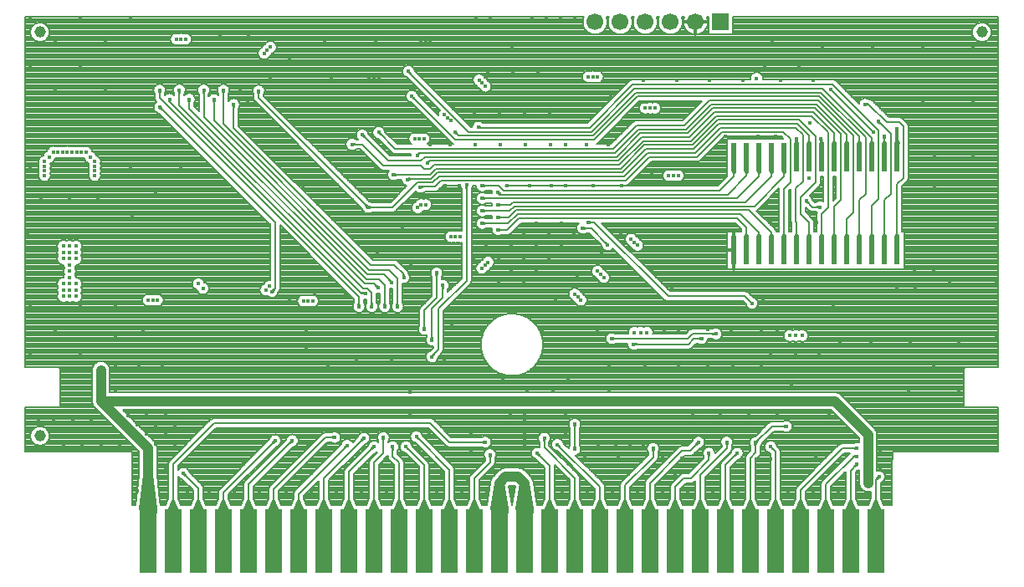
<source format=gbr>
G04 DipTrace 4.0.0.5*
G04 4 - Bottom.gbr*
%MOIN*%
G04 #@! TF.FileFunction,Copper,L4,Bot*
G04 #@! TF.Part,Single*
G04 #@! TA.AperFunction,CopperBalancing*
%ADD15C,0.007874*%
%ADD16C,0.011811*%
G04 #@! TA.AperFunction,Conductor*
%ADD18C,0.03937*%
G04 #@! TA.AperFunction,ComponentPad*
%ADD22C,0.045354*%
%ADD25R,0.070866X0.255906*%
G04 #@! TA.AperFunction,ComponentPad*
%ADD26R,0.066929X0.066929*%
%ADD28C,0.066929*%
%ADD35R,0.023622X0.11811*%
G04 #@! TA.AperFunction,ViaPad*
%ADD39C,0.017717*%
%FSLAX26Y26*%
G04*
G70*
G90*
G75*
G01*
G04 Bottom*
%LPD*%
G36*
X2216387Y717274D2*
X2232135Y677904D1*
Y665109D1*
X2192765D1*
Y677904D1*
X2208513Y717274D1*
X2216387D1*
G37*
G36*
X2271013Y879528D2*
X2268749Y887375D1*
Y888360D1*
X2281151D1*
Y887375D1*
X2278887Y879528D1*
X2271013D1*
G37*
X2212450Y549951D2*
D15*
Y799950D1*
X2274950Y862450D1*
Y893701D1*
G36*
X3902731Y2149606D2*
X3908636Y2137795D1*
Y2131890D1*
X3885014D1*
Y2137795D1*
X3890920Y2149606D1*
X3902731D1*
G37*
G36*
X3890920Y2142028D2*
X3890625Y2149875D1*
Y2150761D1*
X3903026D1*
Y2149875D1*
X3902731Y2142028D1*
X3890920D1*
G37*
X3896825Y2078740D2*
D16*
Y2156201D1*
G36*
X3902731Y2170374D2*
X3903026Y2162526D1*
Y2161640D1*
X3890625D1*
Y2162526D1*
X3890920Y2170374D1*
X3902731D1*
G37*
G36*
X3890920Y2179528D2*
X3890625Y2187375D1*
Y2188261D1*
X3903026D1*
Y2187375D1*
X3902731Y2179528D1*
X3890920D1*
G37*
G36*
Y2160778D2*
X3890625Y2168626D1*
Y2169512D1*
X3903026D1*
Y2168626D1*
X3902731Y2160778D1*
X3890920D1*
G37*
G36*
X3902731Y2189125D2*
X3903026Y2181277D1*
Y2180391D1*
X3890625D1*
Y2181277D1*
X3890920Y2189125D1*
X3902731D1*
G37*
X3896825Y2156201D2*
D16*
Y2193701D1*
G36*
X932135Y812450D2*
X947883Y677904D1*
Y665109D1*
X912450Y549951D1*
X877017Y677904D1*
X892765Y812450D1*
X932135D1*
G37*
X724950Y1231201D2*
D18*
Y1206201D1*
Y1181201D1*
Y1156201D1*
Y1131201D1*
Y1107175D1*
X912450Y919675D1*
Y818701D1*
D16*
X918701D1*
X912450Y812450D1*
D18*
Y549951D1*
X724950Y1107175D2*
X3647902D1*
X3781201Y973875D1*
Y856201D1*
X724950Y1131201D2*
D3*
Y1156201D2*
D3*
Y1181201D2*
D3*
Y1206201D2*
D3*
X3781201Y856201D2*
Y781201D1*
G36*
X2332135Y781199D2*
X2347883Y677904D1*
Y665109D1*
X2312450Y549951D1*
X2277017Y677904D1*
X2292765Y781199D1*
X2332135D1*
G37*
G36*
X2432135Y781202D2*
X2447883Y677904D1*
Y665109D1*
X2412450Y549951D1*
X2377017Y677904D1*
X2392765Y781202D1*
X2432135D1*
G37*
X2312450Y549951D2*
D18*
Y781199D1*
X2337451Y806201D1*
X2387451D1*
X2412450Y781202D1*
Y549951D1*
G36*
X2616387Y717274D2*
X2632135Y677904D1*
Y665109D1*
X2592765D1*
Y677904D1*
X2608513Y717274D1*
X2616387D1*
G37*
G36*
X2486963Y945476D2*
X2484699Y953324D1*
Y954308D1*
X2497101D1*
Y953324D1*
X2494837Y945476D1*
X2486963D1*
G37*
X2612450Y549951D2*
D15*
Y799951D1*
X2490900Y921501D1*
Y959650D1*
G36*
X2608514Y1001403D2*
X2606251Y1009251D1*
Y1010136D1*
X2618652D1*
Y1009251D1*
X2616388Y1001403D1*
X2608514D1*
G37*
G36*
X2616388Y929749D2*
X2618652Y921902D1*
Y921016D1*
X2606251D1*
Y921902D1*
X2608514Y929749D1*
X2616388D1*
G37*
X2612451Y1015576D2*
D15*
Y915576D1*
G36*
X966563Y2265270D2*
X959415Y2269218D1*
X955239Y2273394D1*
X964008Y2282163D1*
X968184Y2277987D1*
X972131Y2270839D1*
X966563Y2265270D1*
G37*
G36*
X1419007Y1550938D2*
X1415059Y1543790D1*
X1410883Y1539614D1*
X1402114Y1548383D1*
X1406290Y1552559D1*
X1413438Y1556507D1*
X1419007Y1550938D1*
G37*
X959325Y2278076D2*
D15*
X1418701Y1818701D1*
Y1556201D1*
X1406201Y1543701D1*
G36*
X3450762Y1775591D2*
X3454699Y1767717D1*
Y1761811D1*
X3438951D1*
Y1767717D1*
X3442888Y1775591D1*
X3450762D1*
G37*
G36*
X2010429Y1958514D2*
X2004379Y1954699D1*
X1998671Y1953188D1*
X1995894Y1965274D1*
X2001602Y1966786D1*
X2010429Y1966388D1*
Y1958514D1*
G37*
X1996825Y1959325D2*
D15*
X1999951Y1962451D1*
X2054639D1*
X2079677Y1987490D1*
X2815614D1*
X2909325Y2081201D1*
X3099951D1*
X3199951Y2181201D1*
X3443701D1*
X3471825Y2153076D1*
Y1978075D1*
X3446825Y1953075D1*
Y1708661D1*
G36*
X3750762Y1775591D2*
X3754699Y1767717D1*
Y1761811D1*
X3738951D1*
Y1767717D1*
X3742888Y1775591D1*
X3750762D1*
G37*
G36*
X2144688Y2165270D2*
X2137539Y2169218D1*
X2133364Y2173394D1*
X2142133Y2182163D1*
X2146308Y2177987D1*
X2150256Y2170839D1*
X2144688Y2165270D1*
G37*
X2137450Y2178076D2*
D15*
X2149950Y2165576D1*
X2684327D1*
X2856202Y2337451D1*
X3593701D1*
X3771825Y2159327D1*
Y1934325D1*
X3746825Y1909325D1*
Y1708661D1*
G36*
X1956528Y2408423D2*
X1949482Y2412979D1*
X1948902Y2413650D1*
X1958205Y2421849D1*
X1958785Y2421180D1*
X1962094Y2413990D1*
X1956528Y2408423D1*
G37*
G36*
X3800762Y2145669D2*
X3804699Y2137795D1*
Y2131890D1*
X3788951D1*
Y2137795D1*
X3792888Y2145669D1*
X3800762D1*
G37*
X1949950Y2421825D2*
D15*
Y2420567D1*
X2189316Y2181201D1*
X2678076D1*
X2849951Y2353076D1*
X3599950D1*
X3796825Y2156201D1*
Y2078740D1*
G36*
X3800762Y1775591D2*
X3804699Y1767717D1*
Y1761811D1*
X3788951D1*
Y1767717D1*
X3792888Y1775591D1*
X3800762D1*
G37*
G36*
X2241681Y2192888D2*
X2232854Y2192491D1*
X2227146Y2194001D1*
X2229923Y2206088D1*
X2235631Y2204577D1*
X2241681Y2200762D1*
Y2192888D1*
G37*
X2228077Y2199950D2*
D15*
X2231201D1*
X2234325Y2196825D1*
X2671825D1*
X2843701Y2368701D1*
X3640576D1*
X3821825Y2187451D1*
Y1912450D1*
X3796825Y1887450D1*
Y1708661D1*
G36*
X1116387Y717274D2*
X1132135Y677904D1*
Y665109D1*
X1092765D1*
Y677904D1*
X1108513Y717274D1*
X1116387D1*
G37*
G36*
X1060230Y806656D2*
X1053081Y810604D1*
X1052385Y811301D1*
X1061154Y820070D1*
X1061850Y819373D1*
X1065798Y812224D1*
X1060230Y806656D1*
G37*
X1112450Y549951D2*
D15*
Y760004D1*
X1052992Y819462D1*
G36*
X1349139Y2329528D2*
X1346875Y2337375D1*
Y2343281D1*
X1359277D1*
Y2337375D1*
X1357013Y2329528D1*
X1349139D1*
G37*
G36*
X1781524Y1892444D2*
X1788672Y1888496D1*
X1792848Y1884320D1*
X1784079Y1875551D1*
X1779903Y1879727D1*
X1775955Y1886875D1*
X1781524Y1892444D1*
G37*
X1353076Y2343701D2*
D15*
Y2315323D1*
X1788761Y1879638D1*
G36*
X3500762Y1775591D2*
X3504699Y1767717D1*
Y1761811D1*
X3488951D1*
Y1767717D1*
X3492888Y1775591D1*
X3500762D1*
G37*
G36*
X1802934Y1875701D2*
X1795087Y1873437D1*
X1789181D1*
Y1885839D1*
X1795087D1*
X1802934Y1883575D1*
Y1875701D1*
G37*
X1788761Y1879638D2*
D15*
X1885888D1*
X1984327Y1978076D1*
X2046825D1*
X2071678Y2002929D1*
X2809180D1*
X2903076Y2096825D1*
X3093701D1*
X3193701Y2196825D1*
X3493701D1*
X3521825Y2168701D1*
Y1984325D1*
X3493701Y1956201D1*
Y1821825D1*
X3496825Y1818701D1*
Y1708661D1*
G36*
X1216387Y717274D2*
X1232135Y677904D1*
Y665109D1*
X1192765D1*
Y677904D1*
X1208513Y717274D1*
X1216387D1*
G37*
G36*
X1405895Y942714D2*
X1409843Y949862D1*
X1410539Y950559D1*
X1419308Y941790D1*
X1418612Y941093D1*
X1411463Y937146D1*
X1405895Y942714D1*
G37*
X1212450Y549951D2*
D15*
Y743701D1*
X1418701Y949951D1*
G36*
X1316387Y717274D2*
X1332135Y677904D1*
Y665109D1*
X1292765D1*
Y677904D1*
X1308513Y717274D1*
X1316387D1*
G37*
G36*
X1474646Y942713D2*
X1478593Y949861D1*
X1479290Y950558D1*
X1488059Y941789D1*
X1487362Y941092D1*
X1480214Y937144D1*
X1474646Y942713D1*
G37*
X1312450Y549951D2*
D15*
Y774949D1*
X1487451Y949950D1*
G36*
X3550762Y2145669D2*
X3554699Y2137795D1*
Y2131890D1*
X3538951D1*
Y2137795D1*
X3542888Y2145669D1*
X3550762D1*
G37*
G36*
X1960429Y1989764D2*
X1954379Y1985949D1*
X1948671Y1984438D1*
X1945894Y1996525D1*
X1951602Y1998035D1*
X1960429Y1997638D1*
Y1989764D1*
G37*
X1946825Y1990576D2*
D15*
Y1993701D1*
X2040576D1*
X2065576Y2018701D1*
X2803075D1*
X2896825Y2112451D1*
X3087451D1*
X3187451Y2212451D1*
X3499950D1*
X3546825Y2165576D1*
Y2078740D1*
G36*
X1904749Y2005388D2*
X1896902Y2003125D1*
X1896016D1*
Y2015526D1*
X1896902D1*
X1904749Y2013262D1*
Y2005388D1*
G37*
G36*
X3550762Y1775591D2*
X3554699Y1767717D1*
Y1761811D1*
X3538951D1*
Y1767717D1*
X3542888Y1775591D1*
X3550762D1*
G37*
X1890576Y2009325D2*
D15*
X2034325D1*
X2059325Y2034325D1*
X2796825D1*
X2890576Y2128076D1*
X3081201D1*
X3181201Y2228076D1*
X3506201D1*
X3571825Y2162451D1*
Y1978075D1*
X3512451Y1918701D1*
Y1853075D1*
X3546825Y1818701D1*
Y1708661D1*
G36*
X1739125Y2127264D2*
X1731277Y2125000D1*
X1730391D1*
Y2137402D1*
X1731277D1*
X1739125Y2135138D1*
Y2127264D1*
G37*
G36*
X3600762Y1775591D2*
X3604699Y1767717D1*
Y1761811D1*
X3588951D1*
Y1767717D1*
X3592888Y1775591D1*
X3600762D1*
G37*
X1724951Y2131201D2*
D15*
X1765576D1*
X1849951Y2046825D1*
X1999951D1*
X2012451Y2034325D1*
X2037451D1*
X2053076Y2049950D1*
X2790575D1*
X2884325Y2143701D1*
X3074951D1*
X3174951Y2243701D1*
X3556201D1*
X3621825Y2178076D1*
Y1878075D1*
X3596825Y1853075D1*
Y1708661D1*
G36*
X3650762Y2145669D2*
X3654699Y2137795D1*
Y2131890D1*
X3638951D1*
Y2137795D1*
X3642888Y2145669D1*
X3650762D1*
G37*
G36*
X2036522Y2061639D2*
X2033769Y2055365D1*
X2029572Y2051210D1*
X2021766Y2060845D1*
X2025962Y2065001D1*
X2036522Y2069513D1*
Y2061639D1*
G37*
X2024950Y2056201D2*
D15*
X2034325Y2065576D1*
X2784327D1*
X2878076Y2159325D1*
X3068701D1*
X3168701Y2259325D1*
X3562451D1*
X3646825Y2174951D1*
Y2078740D1*
G36*
X1772814Y2155895D2*
X1765665Y2159843D1*
X1765038Y2160470D1*
X1773807Y2169239D1*
X1774434Y2168612D1*
X1778382Y2161463D1*
X1772814Y2155895D1*
G37*
G36*
X3650762Y1775591D2*
X3654699Y1767717D1*
Y1761811D1*
X3638951D1*
Y1767717D1*
X3642888Y1775591D1*
X3650762D1*
G37*
X1765576Y2168701D2*
D15*
X1868701Y2065576D1*
X1999951D1*
X2015576Y2081201D1*
X2778075D1*
X2871825Y2174951D1*
X3062451D1*
X3162451Y2274951D1*
X3568701D1*
X3671825Y2171827D1*
Y1909325D1*
X3646825Y1884325D1*
Y1708661D1*
G36*
X3700762Y2145669D2*
X3704699Y2137795D1*
Y2131890D1*
X3688951D1*
Y2137795D1*
X3692888Y2145669D1*
X3700762D1*
G37*
G36*
X1995899Y2092888D2*
X1993146Y2086614D1*
X1988949Y2082459D1*
X1981143Y2092094D1*
X1985339Y2096251D1*
X1995899Y2100762D1*
Y2092888D1*
G37*
X1984327Y2087450D2*
D15*
X1993702Y2096825D1*
X2771825D1*
X2865576Y2190576D1*
X3056201D1*
X3156201Y2290576D1*
X3574950D1*
X3696825Y2168701D1*
Y2078740D1*
G36*
X1838438Y2165270D2*
X1831290Y2169218D1*
X1830663Y2169845D1*
X1839432Y2178614D1*
X1840059Y2177987D1*
X1844007Y2170839D1*
X1838438Y2165270D1*
G37*
G36*
X3700762Y1775591D2*
X3704699Y1767717D1*
Y1761811D1*
X3688951D1*
Y1767717D1*
X3692888Y1775591D1*
X3700762D1*
G37*
X1831201Y2178076D2*
D15*
X1896827Y2112450D1*
X2765575D1*
X2859325Y2206201D1*
X3049951D1*
X3149951Y2306201D1*
X3581201D1*
X3721825Y2165576D1*
Y1859325D1*
X3696825Y1834325D1*
Y1708661D1*
G36*
X1971217Y2309783D2*
X1964068Y2313731D1*
X1963441Y2314358D1*
X1972210Y2323127D1*
X1972837Y2322500D1*
X1976785Y2315352D1*
X1971217Y2309783D1*
G37*
G36*
X3750762Y2145669D2*
X3754699Y2137795D1*
Y2131890D1*
X3738951D1*
Y2137795D1*
X3742888Y2145669D1*
X3750762D1*
G37*
X1963979Y2322589D2*
D15*
X2136617Y2149951D1*
X2690576D1*
X2862450Y2321825D1*
X3587451D1*
X3746825Y2162451D1*
Y2078740D1*
G36*
X1934806Y1614033D2*
X1936525Y1607030D1*
X1936472Y1606146D1*
X1924177Y1604530D1*
X1924228Y1605415D1*
X1926526Y1611556D1*
X1934806Y1614033D1*
G37*
G36*
X1249902Y2275850D2*
X1247638Y2283698D1*
Y2289604D1*
X1260039D1*
Y2283698D1*
X1257776Y2275850D1*
X1249902D1*
G37*
X1931201Y1599950D2*
D15*
Y1612450D1*
X1893701Y1649950D1*
X1799951D1*
X1253839Y2196063D1*
Y2290024D1*
G36*
X2320374Y1786639D2*
X2312526Y1784375D1*
X2311640D1*
Y1796777D1*
X2312526D1*
X2320374Y1794513D1*
Y1786639D1*
G37*
G36*
X3300762Y1775591D2*
X3304699Y1767717D1*
Y1761811D1*
X3288951D1*
Y1767717D1*
X3292888Y1775591D1*
X3300762D1*
G37*
X2306201Y1790576D2*
D15*
X2343701D1*
X2390576Y1837451D1*
X3259325D1*
X3296825Y1799951D1*
Y1708661D1*
G36*
X2116387Y717274D2*
X2132135Y677904D1*
Y665109D1*
X2092765D1*
Y677904D1*
X2108513Y717274D1*
X2116387D1*
G37*
G36*
X1988438Y952770D2*
X1981290Y956718D1*
X1980593Y957415D1*
X1989362Y966184D1*
X1990059Y965487D1*
X1994007Y958339D1*
X1988438Y952770D1*
G37*
X2112450Y549951D2*
D15*
Y834327D1*
X1981201Y965576D1*
G36*
X1910302Y1498573D2*
X1912566Y1490726D1*
Y1489840D1*
X1900164D1*
Y1490726D1*
X1902428Y1498573D1*
X1910302D1*
G37*
G36*
X1208514Y2332652D2*
X1206251Y2340500D1*
Y2346406D1*
X1218652D1*
Y2340500D1*
X1216388Y2332652D1*
X1208514D1*
G37*
X1906365Y1484400D2*
D15*
Y1596661D1*
X1871825Y1631201D1*
X1793701D1*
X1212451Y2212450D1*
Y2346825D1*
G36*
X2257874Y1811639D2*
X2250026Y1809375D1*
X2249140D1*
Y1821777D1*
X2250026D1*
X2257874Y1819513D1*
Y1811639D1*
G37*
G36*
X3350762Y1775591D2*
X3354699Y1767717D1*
Y1761811D1*
X3338951D1*
Y1767717D1*
X3342888Y1775591D1*
X3350762D1*
G37*
X2243701Y1815576D2*
D15*
X2346827D1*
X2384327Y1853076D1*
X3271825D1*
X3346825Y1778076D1*
Y1708661D1*
G36*
X2016387Y717274D2*
X2032135Y677904D1*
Y665109D1*
X1992765D1*
Y677904D1*
X2008513Y717274D1*
X2016387D1*
G37*
G36*
X1947814Y912146D2*
X1940665Y916093D1*
X1939969Y916790D1*
X1948738Y925559D1*
X1949434Y924862D1*
X1953382Y917714D1*
X1947814Y912146D1*
G37*
X2012450Y549951D2*
D15*
Y853077D1*
X1940576Y924951D1*
G36*
X1875724Y1595371D2*
X1882505Y1589962D1*
X1883009Y1589234D1*
X1872971Y1581951D1*
X1872467Y1582680D1*
X1870156Y1589803D1*
X1875724Y1595371D1*
G37*
G36*
X1171161Y2295154D2*
X1168898Y2303001D1*
Y2308907D1*
X1181299D1*
Y2303001D1*
X1179035Y2295154D1*
X1171161D1*
G37*
X1881201Y1581201D2*
D15*
Y1584327D1*
X1853076Y1612451D1*
X1787450D1*
X1175098Y2224803D1*
Y2309327D1*
G36*
X2320374Y1836639D2*
X2312526Y1834375D1*
X2311640D1*
Y1846777D1*
X2312526D1*
X2320374Y1844513D1*
Y1836639D1*
G37*
G36*
X3400762Y1775591D2*
X3404699Y1767717D1*
Y1761811D1*
X3388951D1*
Y1767717D1*
X3392888Y1775591D1*
X3400762D1*
G37*
X2306201Y1840576D2*
D15*
X2349951D1*
X2378076Y1868701D1*
X3306201D1*
X3396825Y1778076D1*
Y1708661D1*
G36*
X1916387Y717274D2*
X1932135Y677904D1*
Y665109D1*
X1892765D1*
Y677904D1*
X1908513Y717274D1*
X1916387D1*
G37*
G36*
X1883513Y910778D2*
X1881249Y918626D1*
Y919610D1*
X1893651D1*
Y918626D1*
X1891387Y910778D1*
X1883513D1*
G37*
X1912450Y549951D2*
D15*
Y862451D1*
X1887450Y887451D1*
Y924951D1*
G36*
X1859121Y1498573D2*
X1861385Y1490726D1*
Y1489840D1*
X1848983D1*
Y1490726D1*
X1851247Y1498573D1*
X1859121D1*
G37*
G36*
X1130388Y2332652D2*
X1128125Y2340500D1*
Y2346406D1*
X1140526D1*
Y2340500D1*
X1138262Y2332652D1*
X1130388D1*
G37*
X1855184Y1484400D2*
D15*
Y1569717D1*
X1831199Y1593701D1*
X1781201D1*
X1134325Y2240576D1*
Y2346825D1*
G36*
X2257874Y1861639D2*
X2250026Y1859375D1*
X2249140D1*
Y1871777D1*
X2250026D1*
X2257874Y1869513D1*
Y1861639D1*
G37*
G36*
X3442888Y2011811D2*
X3438951Y2019685D1*
Y2025591D1*
X3454699D1*
Y2019685D1*
X3450762Y2011811D1*
X3442888D1*
G37*
X2243701Y1865576D2*
D15*
X2353076D1*
X2371825Y1884325D1*
X3328075D1*
X3446825Y2003076D1*
Y2078740D1*
G36*
X1816387Y717274D2*
X1832135Y677904D1*
Y665109D1*
X1792765D1*
Y677904D1*
X1808513Y717274D1*
X1816387D1*
G37*
G36*
X1846013Y948276D2*
X1843749Y956123D1*
Y957108D1*
X1856151D1*
Y956123D1*
X1853887Y948276D1*
X1846013D1*
G37*
X1812450Y549951D2*
D15*
Y862450D1*
X1849950Y899950D1*
Y962449D1*
G36*
X1820839Y1572131D2*
X1827987Y1568184D1*
X1828614Y1567556D1*
X1819845Y1558787D1*
X1819218Y1559415D1*
X1815270Y1566563D1*
X1820839Y1572131D1*
G37*
G36*
X1072736Y2296312D2*
X1070472Y2304160D1*
Y2310066D1*
X1082874D1*
Y2304160D1*
X1080610Y2296312D1*
X1072736D1*
G37*
X1828076Y1559325D2*
D15*
X1812451Y1574950D1*
X1774951D1*
X1076673Y2273228D1*
Y2310486D1*
G36*
X2320374Y1886639D2*
X2312526Y1884375D1*
X2311640D1*
Y1896777D1*
X2312526D1*
X2320374Y1894513D1*
Y1886639D1*
G37*
G36*
X3392888Y2011811D2*
X3388951Y2019685D1*
Y2025591D1*
X3404699D1*
Y2019685D1*
X3400762Y2011811D1*
X3392888D1*
G37*
X2306201Y1890576D2*
D15*
X2356201D1*
X2365575Y1899950D1*
X3293701D1*
X3396825Y2003075D1*
Y2078740D1*
G36*
X1716387Y717274D2*
X1732135Y677904D1*
Y665109D1*
X1692765D1*
Y677904D1*
X1708513Y717274D1*
X1716387D1*
G37*
G36*
X1799644Y917713D2*
X1803592Y924861D1*
X1804289Y925558D1*
X1813058Y916789D1*
X1812361Y916092D1*
X1805213Y912144D1*
X1799644Y917713D1*
G37*
X1712450Y549951D2*
D15*
Y824950D1*
X1812450Y924950D1*
G36*
X1807940Y1498573D2*
X1810203Y1490726D1*
Y1489840D1*
X1797802D1*
Y1490726D1*
X1800066Y1498573D1*
X1807940D1*
G37*
G36*
X1033366Y2332652D2*
X1031102Y2340500D1*
Y2346406D1*
X1043504D1*
Y2340500D1*
X1041240Y2332652D1*
X1033366D1*
G37*
X1804003Y1484400D2*
D15*
Y1539188D1*
X1786990Y1556201D1*
X1768701D1*
X1037303Y2287598D1*
Y2346825D1*
G36*
X2257874Y1911639D2*
X2250026Y1909375D1*
X2249140D1*
Y1921777D1*
X2250026D1*
X2257874Y1919513D1*
Y1911639D1*
G37*
G36*
X3342888Y2011811D2*
X3338951Y2019685D1*
Y2025591D1*
X3354699D1*
Y2019685D1*
X3350762Y2011811D1*
X3342888D1*
G37*
X2243701Y1915576D2*
D15*
X3259327D1*
X3346825Y2003075D1*
Y2078740D1*
G36*
X1616387Y717274D2*
X1632135Y677904D1*
Y665109D1*
X1592765D1*
Y677904D1*
X1608513Y717274D1*
X1616387D1*
G37*
G36*
X1759564Y952633D2*
X1763512Y959781D1*
X1764209Y960478D1*
X1772978Y951709D1*
X1772281Y951012D1*
X1765133Y947064D1*
X1759564Y952633D1*
G37*
X1612450Y549951D2*
D15*
Y799950D1*
X1772370Y959870D1*
G36*
X1763903Y1541388D2*
X1771751Y1543652D1*
X1772636D1*
Y1531251D1*
X1771751D1*
X1763903Y1533514D1*
Y1541388D1*
G37*
G36*
X993560Y2300908D2*
X994369Y2301757D1*
X989150Y2304518D1*
X993702Y2303825D1*
X998923Y2301064D1*
X1005465Y2300091D1*
X993560Y2300908D1*
G37*
X1778076Y1537451D2*
D15*
X1762535D1*
X996689Y2303298D1*
Y2311112D1*
X997933Y2309867D1*
G36*
X2314029Y1927580D2*
X2307213Y1931776D1*
X2306631Y1932444D1*
X2314438Y1942080D1*
X2315020Y1941412D1*
X2317774Y1935138D1*
X2314029Y1927580D1*
G37*
G36*
X3292888Y2011811D2*
X3288951Y2019685D1*
Y2025591D1*
X3304699D1*
Y2019685D1*
X3300762Y2011811D1*
X3292888D1*
G37*
X2306201Y1940576D2*
D15*
X2315576Y1931201D1*
X3221825D1*
X3296825Y2006201D1*
Y2078740D1*
G36*
X1516387Y717274D2*
X1532135Y677904D1*
Y665109D1*
X1492765D1*
Y677904D1*
X1508513Y717274D1*
X1516387D1*
G37*
G36*
X1693395Y923963D2*
X1697343Y931112D1*
X1698039Y931808D1*
X1706808Y923039D1*
X1706112Y922343D1*
X1698963Y918395D1*
X1693395Y923963D1*
G37*
X1512450Y549951D2*
D15*
Y737450D1*
X1706201Y931201D1*
G36*
X1756759Y1498573D2*
X1759022Y1490726D1*
Y1489840D1*
X1746621D1*
Y1490726D1*
X1748885Y1498573D1*
X1756759D1*
G37*
G36*
X954626Y2332652D2*
X952362Y2340500D1*
Y2346406D1*
X964764D1*
Y2340500D1*
X962500Y2332652D1*
X954626D1*
G37*
X1752822Y1484400D2*
D15*
Y1522080D1*
X958563Y2316339D1*
Y2346825D1*
G36*
X2257874Y1961639D2*
X2250026Y1959375D1*
X2249140D1*
Y1971777D1*
X2250026D1*
X2257874Y1969513D1*
Y1961639D1*
G37*
G36*
X3242888Y2011811D2*
X3238951Y2019685D1*
Y2025591D1*
X3254699D1*
Y2019685D1*
X3250762Y2011811D1*
X3242888D1*
G37*
X2243701Y1965576D2*
D15*
X2309325D1*
X2328076Y1946825D1*
X3190575D1*
X3246825Y2003076D1*
Y2078740D1*
G36*
X1416387Y717274D2*
X1432135Y677904D1*
Y665109D1*
X1392765D1*
Y677904D1*
X1408513Y717274D1*
X1416387D1*
G37*
G36*
X1642028Y966388D2*
X1649875Y968652D1*
X1650860D1*
Y956251D1*
X1649875D1*
X1642028Y958514D1*
Y966388D1*
G37*
X1412450Y549951D2*
D15*
Y756199D1*
X1618702Y962451D1*
X1656201D1*
G36*
X2047636Y1364123D2*
X2049900Y1356276D1*
Y1352732D1*
X2037499D1*
Y1356276D1*
X2039762Y1364123D1*
X2047636D1*
G37*
G36*
X2083513Y1554528D2*
X2081249Y1562375D1*
Y1565919D1*
X2093651D1*
Y1562375D1*
X2091387Y1554528D1*
X2083513D1*
G37*
X2043699Y1349950D2*
D15*
Y1474949D1*
X2087450Y1518699D1*
Y1568701D1*
G36*
X2016387Y1407874D2*
X2018651Y1400026D1*
Y1396877D1*
X2006249D1*
Y1400026D1*
X2008513Y1407874D1*
X2016387D1*
G37*
G36*
X2058513Y1604528D2*
X2056249Y1612375D1*
Y1615525D1*
X2068651D1*
Y1612375D1*
X2066387Y1604528D1*
X2058513D1*
G37*
X2012450Y1393701D2*
D15*
Y1468701D1*
X2062450Y1518701D1*
Y1618701D1*
G36*
X3850762Y1775591D2*
X3854699Y1767717D1*
Y1761811D1*
X3838951D1*
Y1767717D1*
X3842888Y1775591D1*
X3850762D1*
G37*
G36*
X3829063Y2209020D2*
X3821915Y2212967D1*
X3817739Y2217143D1*
X3826508Y2225912D1*
X3830684Y2221736D1*
X3834631Y2214588D1*
X3829063Y2209020D1*
G37*
X3846825Y1708661D2*
D15*
Y1909325D1*
X3871825Y1934325D1*
Y2171825D1*
X3821825Y2221825D1*
G36*
X3900762Y1775591D2*
X3904699Y1767717D1*
Y1761811D1*
X3888951D1*
Y1767717D1*
X3892888Y1775591D1*
X3900762D1*
G37*
G36*
X3783063Y2286829D2*
X3775215Y2284566D1*
X3769310D1*
Y2296967D1*
X3775215D1*
X3783063Y2294703D1*
Y2286829D1*
G37*
X3896825Y1708661D2*
D15*
Y1971825D1*
X3921825Y1996825D1*
Y2203076D1*
X3906201Y2218701D1*
X3856201D1*
X3784135Y2290766D1*
X3768890D1*
G36*
X1016387Y717274D2*
X1032135Y677904D1*
Y665109D1*
X992765D1*
Y677904D1*
X1008513Y717274D1*
X1016387D1*
G37*
G36*
X2242028Y947638D2*
X2249875Y949902D1*
X2250860D1*
Y937500D1*
X2249875D1*
X2242028Y939764D1*
Y947638D1*
G37*
X1012450Y549951D2*
D15*
Y856278D1*
X1174873Y1018701D1*
X2037450D1*
X2112450Y943701D1*
X2256201D1*
G36*
X2716387Y717274D2*
X2732135Y677904D1*
Y665109D1*
X2692765D1*
Y677904D1*
X2708513Y717274D1*
X2716387D1*
G37*
G36*
X2550937Y921521D2*
X2543789Y925469D1*
X2534740Y934517D1*
X2543509Y943286D1*
X2552558Y934238D1*
X2556505Y927089D1*
X2550937Y921521D1*
G37*
X2543699Y934327D2*
D15*
X2712450Y765576D1*
Y549951D1*
G36*
X2736463Y1744007D2*
X2743612Y1740059D1*
X2745840Y1737832D1*
X2737070Y1729062D1*
X2734843Y1731290D1*
X2730895Y1738438D1*
X2736463Y1744007D1*
G37*
G36*
X2657874Y1792888D2*
X2650026Y1790625D1*
X2646877D1*
Y1803026D1*
X2650026D1*
X2657874Y1800762D1*
Y1792888D1*
G37*
X2743701Y1731201D2*
D15*
X2678076Y1796825D1*
X2643701D1*
G36*
X2516387Y717274D2*
X2532135Y677904D1*
Y665109D1*
X2492765D1*
Y677904D1*
X2508513Y717274D1*
X2516387D1*
G37*
G36*
X2469688Y887146D2*
X2462539Y891093D1*
X2461843Y891790D1*
X2470612Y900559D1*
X2471308Y899862D1*
X2475256Y892714D1*
X2469688Y887146D1*
G37*
X2512450Y549951D2*
D15*
Y849951D1*
X2462450Y899951D1*
G36*
X3116387Y717274D2*
X3132135Y677904D1*
Y665109D1*
X3092765D1*
Y677904D1*
X3108513Y717274D1*
X3116387D1*
G37*
G36*
X3214517Y929528D2*
X3212253Y937375D1*
Y938360D1*
X3224655D1*
Y937375D1*
X3222391Y929528D1*
X3214517D1*
G37*
X3112450Y549951D2*
D15*
Y812450D1*
X3218454Y918454D1*
Y943701D1*
G36*
X3160777Y1378888D2*
X3168625Y1381152D1*
X3171774D1*
Y1368751D1*
X3168625D1*
X3160777Y1371014D1*
Y1378888D1*
G37*
G36*
X2773499Y1352264D2*
X2765651Y1350000D1*
X2762501D1*
Y1362402D1*
X2765651D1*
X2773499Y1360138D1*
Y1352264D1*
G37*
X3174950Y1374951D2*
D15*
X3081202D1*
X3062451Y1356201D1*
X2759325D1*
G36*
X3216387Y717274D2*
X3232135Y677904D1*
Y665109D1*
X3192765D1*
Y677904D1*
X3208513Y717274D1*
X3216387D1*
G37*
G36*
X3247177Y892812D2*
X3251125Y899961D1*
X3251822Y900657D1*
X3260591Y891888D1*
X3259894Y891192D1*
X3252745Y887244D1*
X3247177Y892812D1*
G37*
X3212450Y549951D2*
D15*
Y852517D1*
X3259983Y900050D1*
G36*
X2860999Y1330388D2*
X2853151Y1328125D1*
X2852265D1*
Y1340526D1*
X2853151D1*
X2860999Y1338262D1*
Y1330388D1*
G37*
G36*
X3104528Y1360138D2*
X3112375Y1362402D1*
X3113261D1*
Y1350000D1*
X3112375D1*
X3104528Y1352264D1*
Y1360138D1*
G37*
X3118701Y1356201D2*
D15*
X3087450D1*
X3065575Y1334325D1*
X2846825D1*
G36*
X3316387Y717274D2*
X3332135Y677904D1*
Y665109D1*
X3292765D1*
Y677904D1*
X3308513Y717274D1*
X3316387D1*
G37*
G36*
X3329587Y927205D2*
X3327323Y935052D1*
Y936824D1*
X3339724D1*
Y935052D1*
X3337461Y927205D1*
X3329587D1*
G37*
X3312450Y549951D2*
D15*
Y881199D1*
X3333524Y902273D1*
Y941378D1*
G36*
X3346329Y948615D2*
X3342382Y941467D1*
X3341129Y940214D1*
X3332360Y948983D1*
X3333613Y950236D1*
X3340761Y954184D1*
X3346329Y948615D1*
G37*
G36*
X3442028Y1010138D2*
X3449875Y1012402D1*
X3451647D1*
Y1000000D1*
X3449875D1*
X3442028Y1002264D1*
Y1010138D1*
G37*
X3333524Y941378D2*
D15*
X3398346Y1006201D1*
X3456201D1*
G36*
X2679749Y1814764D2*
X2671902Y1812500D1*
X2668752D1*
Y1824902D1*
X2671902D1*
X2679749Y1822638D1*
Y1814764D1*
G37*
X3318701Y1496825D2*
D15*
X3290575Y1524950D1*
X2984325D1*
X2690576Y1818701D1*
X2665576D1*
G36*
X3416387Y717274D2*
X3432135Y677904D1*
Y665109D1*
X3392765D1*
Y677904D1*
X3408513Y717274D1*
X3416387D1*
G37*
G36*
X3400938Y912146D2*
X3393790Y916093D1*
X3393093Y916790D1*
X3401862Y925559D1*
X3402559Y924862D1*
X3406507Y917714D1*
X3400938Y912146D1*
G37*
X3412450Y549951D2*
D15*
Y906202D1*
X3393701Y924951D1*
G36*
X3541563Y1893395D2*
X3534415Y1897343D1*
X3532186Y1899570D1*
X3540957Y1908340D1*
X3543184Y1906112D1*
X3547131Y1898963D1*
X3541563Y1893395D1*
G37*
G36*
X3576403Y1885138D2*
X3584251Y1887402D1*
X3587400D1*
Y1875000D1*
X3584251D1*
X3576403Y1877264D1*
Y1885138D1*
G37*
X3534325Y1906201D2*
D15*
X3559325Y1881201D1*
X3590576D1*
G36*
X2816387Y717274D2*
X2832135Y677904D1*
Y665109D1*
X2792765D1*
Y677904D1*
X2808513Y717274D1*
X2816387D1*
G37*
G36*
X2921014Y904529D2*
X2918751Y912377D1*
Y913361D1*
X2931152D1*
Y912377D1*
X2928888Y904529D1*
X2921014D1*
G37*
X2812450Y549951D2*
D15*
Y771824D1*
X2924951Y884325D1*
Y918702D1*
G36*
X2916387Y717274D2*
X2932135Y677904D1*
Y665109D1*
X2892765D1*
Y677904D1*
X2908513Y717274D1*
X2916387D1*
G37*
G36*
X3093148Y936218D2*
X3097096Y943366D1*
X3097793Y944063D1*
X3106562Y935294D1*
X3105865Y934597D1*
X3098717Y930650D1*
X3093148Y936218D1*
G37*
X2912450Y549951D2*
D15*
Y781199D1*
X3040576Y909325D1*
X3071824D1*
X3105954Y943455D1*
G36*
X3016387Y717274D2*
X3032135Y677904D1*
Y665109D1*
X2992765D1*
Y677904D1*
X3008513Y717274D1*
X3016387D1*
G37*
G36*
X3143151Y885617D2*
X3140887Y893465D1*
Y894449D1*
X3153289D1*
Y893465D1*
X3151025Y885617D1*
X3143151D1*
G37*
X3012450Y549951D2*
D15*
Y765154D1*
X3047248Y799951D1*
X3074951D1*
X3147088Y872088D1*
Y899790D1*
G36*
X3816387Y717274D2*
X3832135Y677904D1*
Y665109D1*
X3792765D1*
Y677904D1*
X3808513Y717274D1*
X3816387D1*
G37*
G36*
X3812146Y798963D2*
X3816093Y806112D1*
X3816790Y806808D1*
X3825559Y798039D1*
X3824862Y797343D1*
X3817714Y793395D1*
X3812146Y798963D1*
G37*
X3812450Y549951D2*
D15*
Y793699D1*
X3824951Y806201D1*
G36*
X3716387Y717274D2*
X3732135Y677904D1*
Y665109D1*
X3692765D1*
Y677904D1*
X3708513Y717274D1*
X3716387D1*
G37*
G36*
X3724644Y848963D2*
X3728592Y856112D1*
X3729289Y856808D1*
X3738058Y848039D1*
X3737361Y847343D1*
X3730213Y843395D1*
X3724644Y848963D1*
G37*
X3712450Y549951D2*
D15*
Y831201D1*
X3737450Y856201D1*
G36*
X3616387Y717274D2*
X3632135Y677904D1*
Y665109D1*
X3592765D1*
Y677904D1*
X3608513Y717274D1*
X3616387D1*
G37*
G36*
X3720245Y888312D2*
X3730362Y892762D1*
X3731345Y892793D1*
X3732984Y880500D1*
X3732000Y880470D1*
X3725812Y882745D1*
X3720245Y888312D1*
G37*
X3612450Y549951D2*
D15*
Y774950D1*
X3724951Y887451D1*
X3737451D1*
G36*
X3516387Y717274D2*
X3532135Y677904D1*
Y665109D1*
X3492765D1*
Y677904D1*
X3508513Y717274D1*
X3516387D1*
G37*
G36*
X3723278Y922638D2*
X3731126Y924902D1*
X3732110D1*
Y912500D1*
X3731126D1*
X3723278Y914764D1*
Y922638D1*
G37*
X3512450Y549951D2*
D15*
Y753075D1*
X3678076Y918701D1*
X3737451D1*
G36*
X2054747Y1292929D2*
X2052434Y1285804D1*
X2051651Y1284672D1*
X2041613Y1291955D1*
X2042398Y1293089D1*
X2049180Y1298496D1*
X2054747Y1292929D1*
G37*
G36*
X2177264Y1954528D2*
X2175000Y1962375D1*
Y1963753D1*
X2187402D1*
Y1962375D1*
X2185138Y1954528D1*
X2177264D1*
G37*
X2043701Y1284327D2*
D15*
X2042139Y1285888D1*
X2068701Y1312450D1*
Y1474950D1*
X2181201Y1587450D1*
Y1968701D1*
G36*
X3500762Y2145669D2*
X3504699Y2137795D1*
Y2131890D1*
X3488951D1*
Y2137795D1*
X3492888Y2145669D1*
X3500762D1*
G37*
G36*
X3492888Y2138917D2*
X3490346Y2146531D1*
X3490311Y2147416D1*
X3502705Y2147862D1*
X3502740Y2146976D1*
X3500762Y2138917D1*
X3492888D1*
G37*
X3496825Y2078740D2*
D15*
Y2153076D1*
X3496316D1*
G36*
X3600762Y2145669D2*
X3604699Y2137795D1*
Y2131890D1*
X3588951D1*
Y2137795D1*
X3592888Y2145669D1*
X3600762D1*
G37*
G36*
X3592888Y2139472D2*
X3589073Y2145522D1*
X3588846Y2146379D1*
X3600933Y2149155D1*
X3601160Y2148299D1*
X3600762Y2139472D1*
X3592888D1*
G37*
X3596825Y2078740D2*
D15*
Y2149951D1*
X3593701Y2153076D1*
G36*
X3850762Y2145669D2*
X3854699Y2137795D1*
Y2131890D1*
X3838951D1*
Y2137795D1*
X3842888Y2145669D1*
X3850762D1*
G37*
G36*
X3842888Y2148278D2*
X3840625Y2156126D1*
Y2162031D1*
X3853026D1*
Y2156126D1*
X3850762Y2148278D1*
X3842888D1*
G37*
X3846825Y2078740D2*
D15*
Y2162451D1*
D39*
X2274950Y893701D3*
X724950Y1107175D3*
X2490900Y959650D3*
X2612451Y915576D3*
X959325Y2278076D3*
X1406201Y1543701D3*
D3*
X1996825Y1959325D3*
X2137450Y2178076D3*
X2228077Y2199950D3*
X1052992Y819462D3*
X1353076Y2343701D3*
X1788761Y1879638D3*
D3*
X1418701Y949951D3*
X1487451Y949950D3*
X1946825Y1990576D3*
X2024950Y2056201D3*
X1984327Y2087450D3*
X1253839Y2290024D3*
X1981201Y965576D3*
X1212451Y2346825D3*
X1940576Y924951D3*
X1175098Y2309327D3*
X1887450Y924951D3*
X1134325Y2346825D3*
X1849950Y962449D3*
X1076673Y2310486D3*
X1812450Y924950D3*
X1037303Y2346825D3*
X1772370Y959870D3*
X997933Y2309867D3*
X1706201Y931201D3*
X958563Y2346825D3*
X1656201Y962451D3*
X2043699Y1349950D3*
X2087450Y1568701D3*
X2012450Y1393701D3*
X2062450Y1618701D3*
X3821825Y2221825D3*
X3768890Y2290766D3*
X2256201Y943701D3*
X2543699Y934327D3*
X2743701Y1731201D3*
X2643701Y1796825D3*
X2462450Y899951D3*
X3218454Y943701D3*
X3174950Y1374951D3*
X2759325Y1356201D3*
X3259983Y900050D3*
X3118701Y1356201D3*
X3333524Y941378D3*
X3456201Y1006201D3*
X2665576Y1818701D3*
X3393701Y924951D3*
X3534325Y1906201D3*
X3590576Y1881201D3*
X2924951Y918702D3*
X3105954Y943455D3*
X3147088Y899790D3*
X3824951Y806201D3*
X3737450Y856201D3*
X3737451Y887451D3*
Y918701D3*
X2043701Y1284327D3*
X2181201Y1968701D3*
X3846825Y2162451D3*
X949950Y1381201D3*
X1931201Y1599950D3*
X1906365Y1484400D3*
X1881201Y1581201D3*
X1855184Y1484400D3*
X1828076Y1559325D3*
X1804003Y1484400D3*
X1778076Y1537451D3*
X1752822Y1484400D3*
X1112451Y1381201D3*
X1437450Y1287451D3*
X1743701Y1268701D3*
X1881201D3*
X3599951Y2512450D3*
X3499950Y2618701D3*
X3699951D3*
X3799950Y2512451D3*
X3899950Y2618701D3*
X3999950Y2512451D3*
X962451Y2506201D3*
X431201Y1781201D3*
X3949950Y1343701D3*
X1396825Y1637450D3*
X1199950Y2568701D3*
X1312451D3*
X1543701Y1315576D3*
Y1387450D3*
X1709325Y2262450D3*
X1831201Y2396825D3*
X1812450D3*
X949951Y1509325D3*
X1568701Y1506201D3*
X1112451Y1574951D3*
X599950Y1699951D3*
X2037451Y2540576D3*
X1690576Y2262450D3*
X2137451Y1762451D3*
X2387451Y2581201D3*
X2846825Y1334325D3*
X2156201Y1762451D3*
X1793701Y2396825D3*
X2231201Y2387451D3*
X2243701Y1965576D3*
X2893701Y2274951D3*
X2912451D3*
X2306201Y1940576D3*
X2243701Y1915576D3*
X2956201Y2059325D3*
X2306201Y1890576D3*
X2243701Y1865576D3*
X2306201Y1840576D3*
X2243701Y1815576D3*
X2612451Y1534325D3*
X2624950Y1521825D3*
X2306201Y1790576D3*
X1999950Y1890576D3*
X2018701D3*
X2931201Y2274951D3*
X2118701Y1762451D3*
X3099951Y2299951D3*
X1987451Y1878076D3*
X2121825Y1415576D3*
X2243701Y2374950D3*
X2899950Y1381201D3*
X3518701Y1368701D3*
X2256201Y2362451D3*
X2093701Y2249950D3*
X2106201Y2237449D3*
X2118701Y2224950D3*
X1974950Y2153076D3*
X1993701D3*
X2012451D3*
Y1518701D3*
X1824951Y1699951D3*
X2241852Y1636042D3*
X2254352Y1648542D3*
X2266852Y1661042D3*
X1925633Y1792978D3*
X2637451Y1509325D3*
X1890576Y2009325D3*
X1724951Y2131201D3*
X3456201Y874950D3*
X2362451Y849950D3*
X762453Y962451D3*
X2412451Y849950D3*
Y1024951D3*
X3668701Y1343701D3*
X799951Y924951D3*
X2462451Y849950D3*
X906202Y974951D3*
X2840429Y1106883D3*
X2412451Y999951D3*
X724951D3*
X2412451Y974950D3*
X593701Y1162451D3*
X2412451Y949950D3*
X943701Y1012451D3*
X2412451Y924950D3*
X1765576Y2168701D3*
X2412451Y899950D3*
X1831201Y2178076D3*
X2412451Y874950D3*
X2893701Y2299951D3*
X599950Y1674951D3*
X2746825Y2131201D3*
X943701Y937451D3*
X599950Y1649951D3*
X443701Y2043701D3*
X906202Y1049951D3*
X599950Y1624951D3*
X443701Y2243701D3*
X599950Y1599951D3*
X981201Y1049951D3*
X599950Y1574951D3*
X443701Y2443701D3*
X599950Y1549950D3*
X981201Y974951D3*
X599950Y1724950D3*
X443701Y2630001D3*
X2662451Y2221825D3*
X981201Y899950D3*
X2262451Y2218701D3*
X643701Y2630001D3*
X1963979Y2322589D3*
X843701Y2630001D3*
X868701Y1012451D3*
X1949950Y2421825D3*
X643701Y2443701D3*
X2703076Y1624950D3*
X643701Y2243701D3*
X831201Y1049951D3*
X3496316Y2153076D3*
X3593701D3*
X3896825Y2193701D3*
Y2174951D3*
Y2156201D3*
X3337451Y2393701D3*
X3374950Y1890576D3*
X3646825Y1996825D3*
Y1921825D3*
X3393701Y1818701D3*
X3343701Y2162451D3*
X3546825Y1996825D3*
X3631201Y2349951D3*
X3803076Y2178076D3*
X2715576Y1612451D3*
X2728076Y1599951D3*
X1396825Y1809325D3*
X1037450Y2506201D3*
X1187451D3*
X1062451Y2549950D3*
X2837451Y1753076D3*
X2849950Y1740576D3*
X1249951Y2506201D3*
X1374951Y2493701D3*
X1387451Y2506201D3*
X1399951Y2518701D3*
X1043701Y2549950D3*
X1024950D3*
X1728076Y2262450D3*
X2862451Y1728076D3*
X2796825Y1774950D3*
X1396825Y1740576D3*
X943701Y2143701D3*
X2018701Y2540576D3*
X1999950D3*
X4199951Y1684325D3*
X2749951Y1243701D3*
X1743701Y1328076D3*
X1881201D3*
X1528076Y1956201D3*
X1603076Y2031201D3*
X1649951Y1834325D3*
X1724950Y1909325D3*
X1640576Y2068701D3*
X1768701Y2096825D3*
X1818701Y2034325D3*
X1759325Y1943701D3*
X849950Y1849950D3*
X943701Y1943701D3*
X1043701Y2043701D3*
X443701Y1293701D3*
X2362451Y2218701D3*
X2462451D3*
X2096825Y1965576D3*
X2153076D3*
X443701Y1493701D3*
X543701Y1393701D3*
X643701Y1493701D3*
Y1293701D3*
X2037451Y2131201D3*
X2128076Y2271825D3*
X2049950Y2196825D3*
X2115576Y2131201D3*
X781201Y1493701D3*
Y1249950D3*
X893701Y1393701D3*
X1365251Y1046951D3*
X1254064Y1046828D3*
X1140150Y1046757D3*
X862451Y1106201D3*
X3456201D3*
X4046825Y2078076D3*
X881201Y1106201D3*
X899950D3*
X4046825Y1959325D3*
X3474950Y1106201D3*
X3493701D3*
X3781201Y837451D3*
Y818701D3*
Y799950D3*
Y781201D3*
X1681201Y831201D3*
X1756201Y837451D3*
X1862451Y749950D3*
X1762450D3*
X1662450D3*
X1562451Y818701D3*
X1462451Y749950D3*
X1524950Y793701D3*
X1843701Y856201D3*
X1962450Y749950D3*
X2062450D3*
X1937451Y868701D3*
X1356201Y749950D3*
X2612451Y1015576D3*
X3337450Y874951D3*
X3493701Y1368701D3*
X3468701D3*
X2874950Y1381201D3*
X2849950D3*
X1256201Y749950D3*
X1140660Y854096D3*
X1549950Y924950D3*
X1599950Y993701D3*
X1699951D3*
X2274950Y2631201D3*
X2215576Y2131201D3*
X2443701Y2631201D3*
X2212451Y2259325D3*
X2718701Y1699951D3*
X2315576Y2131201D3*
X2415575D3*
X2499950Y2631201D3*
X2556201D3*
X2612451D3*
X2215576Y2362451D3*
X1018701Y937451D3*
X2515577Y2131201D3*
X2331201Y2581201D3*
X981201Y837451D3*
X3024950Y2006201D3*
X2956201Y1968701D3*
X2362451Y2518701D3*
X2081201Y818701D3*
X2162450Y2309325D3*
X1518701Y993701D3*
X2262450Y2309325D3*
X1993701Y912451D3*
X2031201Y981201D3*
X1474950Y1062450D3*
X1581201Y1062451D3*
X1406201Y1381201D3*
X1687451Y1062451D3*
X2106201Y893701D3*
X1156201Y749950D3*
X1562451Y1187451D3*
X2362450Y2309325D3*
X4143701Y1143701D3*
X4293701Y1981201D3*
X3471825Y1618701D3*
X3578076D3*
X1956201Y1143701D3*
X3684325Y1618701D3*
X2918701Y1628076D3*
X3087451Y1637451D3*
X3031201Y1718701D3*
X3168701D3*
X3468701Y1937451D3*
X3990576Y1790576D3*
X1262450Y1381201D3*
X2012451Y1499951D3*
X1956201Y1049951D3*
X3468701Y1853076D3*
X2199951Y912451D3*
X2462449Y2309325D3*
X1962451Y1481201D3*
X2562451Y2309325D3*
X931201Y1509325D3*
X2312451Y2259325D3*
X2412451D3*
X2512450D3*
X2199951Y981201D3*
X2249951Y1015576D3*
X2584325Y1303076D3*
X2137451Y793701D3*
X2199951Y849950D3*
X2187451Y793701D3*
X2249951Y1068701D3*
X2362451Y749950D3*
X2462451D3*
X2574951Y978076D3*
X2537450Y824950D3*
X3624950Y1056201D3*
X2574950Y1053076D3*
X1634325Y1603076D3*
X1628076Y1243701D3*
X1278076Y2343701D3*
X2265577Y2412451D3*
X1309325Y2299951D3*
X3024950Y1393701D3*
X2968701D3*
X3143701D3*
X3237451D3*
X3356201D3*
X3418701D3*
X2315576Y2462450D3*
X3024950Y1243699D3*
X3143701D3*
X3243701D3*
X3356201D3*
X2415576Y2462450D3*
X3896825Y1559325D3*
X3881201Y1262451D3*
X434138Y915575D3*
Y1069623D3*
X687451Y1037451D3*
X593699Y1237450D3*
X687453Y962451D3*
X543701Y2143701D3*
Y2343701D3*
Y2543701D3*
X743701D3*
X2312451Y2359325D3*
X2365577Y2412451D3*
X4293701Y2618701D3*
X1824950Y1062451D3*
X4099950Y2193701D3*
X2465577Y2412451D3*
X4293701Y1793701D3*
Y1581201D3*
Y1368701D3*
X2918701Y2018701D3*
X4043701Y1243701D3*
Y1043701D3*
X4243701D3*
X4143701Y943701D3*
X3943701Y1143701D3*
X4143701Y1343701D3*
X2412451Y2359325D3*
X4043701Y1628076D3*
X2568701Y2221825D3*
X3965576Y1624951D3*
X3793701Y1343701D3*
X3493701Y1293701D3*
X3393701D3*
X2574950Y2131201D3*
X2659325D3*
X2893701Y1243701D3*
X2574950Y1965576D3*
X2799950D3*
X2343701D3*
X2431201D3*
X2518701D3*
X2693701Y1043701D3*
X2893701D3*
X2509327Y1674951D3*
X2459328Y1624951D3*
X2359328D3*
X2559324Y1724950D3*
X2409327Y1674951D3*
X2309327D3*
X2209328D3*
X2362451Y1524950D3*
X2409327Y1574951D3*
X2309327D3*
X2459324Y1724950D3*
X2359323D3*
X3043701Y2431201D3*
X2259325Y1724950D3*
X2687451Y1965576D3*
X2609324Y1771825D3*
X2509323D3*
X2409325D3*
X2093701Y1328076D3*
Y1268701D3*
X2703076Y1393701D3*
X2559323Y1815576D3*
X2459325D3*
X2481201Y1393701D3*
X2324950Y1196825D3*
X2584325D3*
X2899951Y1518701D3*
X2999951Y1553076D3*
X743701Y2343701D3*
Y2143701D3*
X843701Y2243701D3*
Y2043701D3*
X3643701Y1487451D3*
X3362451Y831201D3*
X3393701Y874951D3*
X1618701Y924951D3*
X487450Y1918701D3*
X599950D3*
X712451D3*
X781202Y1687451D3*
X3699950Y1262451D3*
X2749951Y1149950D3*
X3581201Y1162451D3*
X3012451Y818701D3*
X1293701Y856201D3*
X781201Y1362451D3*
Y1149950D3*
X724951Y924951D3*
X649951Y999951D3*
X612451Y1037451D3*
X612453Y962451D3*
X649951Y924951D3*
X574951Y999951D3*
X537451Y1037451D3*
X674953Y1162451D3*
X574951Y924951D3*
X674951Y1237451D3*
X474951Y1037451D3*
X593701Y1087450D3*
X674950D3*
X1087451Y1287451D3*
X1262450D3*
X2421825Y1146827D3*
X2524950D3*
X2462451Y1234325D3*
X1574950Y1537451D3*
X3174950Y2431201D3*
X3306201D3*
X3368701Y2437451D3*
X3506201D3*
X3562451Y2387451D3*
X3432196Y2387828D3*
X3412451Y2162451D3*
X4099951Y2618701D3*
X3699951Y2406199D3*
X3899950Y2406202D3*
X4099950D3*
X1406201Y2478076D3*
X1399951Y2393701D3*
X1449951Y2549951D3*
X1474951Y2474951D3*
X868701Y899950D3*
X1553076Y2549951D3*
X724950Y1131201D3*
Y1156201D3*
Y1181201D3*
Y1206201D3*
Y1231201D3*
X1143701Y1104575D3*
X1359941Y1104248D3*
X1563022Y1105806D3*
X3085707Y1105339D3*
X3302337Y1105136D3*
X3818701Y2293701D3*
X3999950Y2299953D3*
X3943701Y943701D3*
X4043701Y1443701D3*
X4199949Y2299953D3*
X4199950Y2087451D3*
X1699950Y1537451D3*
X2218701Y2631201D3*
X4293701Y2406201D3*
X1959325Y1646825D3*
X4199950Y2512451D3*
X4293701Y2193701D3*
X4199951Y1471825D3*
X2981201Y2243701D3*
X1124950Y2506201D3*
X874951Y1249950D3*
X968701D3*
X3081201Y1056201D3*
Y968701D3*
X3193701Y1056201D3*
Y968701D3*
X3306201Y1056201D3*
X3034325Y2243701D3*
X2756201Y2324951D3*
X3306201Y968701D3*
X2912451Y2431201D3*
X3049951Y2059325D3*
X843701Y1568701D3*
X924950D3*
X3006201Y2006201D3*
X2987451D3*
X3212451Y2162451D3*
X3015576Y1968701D3*
X3146825Y1499950D3*
X3259325D3*
X3574950Y1818702D3*
X3596825Y1953076D3*
X981201Y774950D3*
X1018701Y1012451D3*
X1253076Y943701D3*
X1140276Y947896D3*
X1365576Y943701D3*
X868701Y749950D3*
Y824951D3*
X912451Y1509325D3*
X1640576Y1443701D3*
X2243701Y1393701D3*
X2362451Y1471825D3*
X2665576Y2399951D3*
X2684325D3*
X2703076D3*
X2262451Y749950D3*
X2562451D3*
X2662451D3*
X2762451D3*
X2862451D3*
X2962451D3*
X3062451D3*
X3162451D3*
X3262451D3*
X3362451D3*
X3462451D3*
X3562451D3*
X3662451D3*
X3899951Y1478076D3*
X2162451Y749950D3*
X3968701Y1556201D3*
X4106201Y1581201D3*
X4199951Y1259325D3*
X3549951Y2215576D3*
X1506201Y1637451D3*
X1590576Y1893701D3*
X1665576Y1968701D3*
X2346825Y893701D3*
X2284325Y834325D3*
X2587451Y796825D3*
X2774951Y934325D3*
X2706201D3*
X2653076Y881201D3*
X2687450Y828075D3*
X2831201Y924950D3*
X2743701Y831201D3*
X2874951Y865576D3*
X2884325Y924950D3*
X2912451Y831201D3*
X2787451Y881201D3*
X2962450D3*
X3040576D3*
X1699951Y2003076D3*
X3562451Y965576D3*
X3474950Y1174950D3*
X3587451Y1293701D3*
X3418701Y1056201D3*
X3571825Y878076D3*
X1615576Y2540576D3*
X3690576Y818701D3*
X3781201Y856201D3*
X2590576D3*
X1818701Y2540576D3*
X1643701Y2396825D3*
X2412451Y1049951D3*
X2387451Y849951D3*
X2437451D3*
X1990576Y1449951D3*
X1553076Y1684325D3*
X1474950Y1506201D3*
X2181201Y1524951D3*
X1459257Y1398831D3*
X2112451Y1593701D3*
X1062451Y1396825D3*
X1131201Y1556201D3*
X1396825Y1565576D3*
X1381201Y1549950D3*
X1549950Y1506201D3*
X1531201D3*
X2534325Y1512451D3*
X2621825Y1603076D3*
X3299951Y2618701D3*
X574950Y1724950D3*
X624950D3*
X574950Y1699951D3*
X624950D3*
Y1674951D3*
X574950D3*
Y1574951D3*
X624950D3*
Y1549950D3*
X574950D3*
Y1524950D3*
X599950D3*
X624950D3*
X3399951Y2546825D3*
X3018701Y2387450D3*
X3149950D3*
X3281201D3*
X2887451D3*
X3362451Y1506201D3*
X2356201Y1049951D3*
X499951Y2062451D3*
Y2043701D3*
Y2024951D3*
Y2006201D3*
X699951Y2062451D3*
Y2043701D3*
Y2024951D3*
Y2006201D3*
X571825Y2099951D3*
X590576D3*
X609325D3*
X628076D3*
X553076D3*
X646825D3*
X665576D3*
X534325D3*
X518701Y2081201D3*
X681201D3*
X3828076Y906201D3*
Y837451D3*
X1544272Y1105806D3*
X2822042Y1106720D3*
X2803293D3*
X1525522Y1105806D3*
X3187451Y824950D3*
X3265576Y831201D3*
X2824951Y815576D3*
X3634325Y837451D3*
X3740576Y824951D3*
Y762451D3*
X3690576Y893701D3*
X1034325Y796825D3*
X1068701Y749950D3*
X1562451D3*
X3318701Y1496825D3*
X424413Y2630446D2*
D15*
X2644965D1*
X3243857D2*
X4299999D1*
X424413Y2622703D2*
X2643703D1*
X3243857D2*
X4299999D1*
X424413Y2614961D2*
X469091D1*
X493311D2*
X2643688D1*
X3243857D2*
X4222220D1*
X4246433D2*
X4299999D1*
X424413Y2607218D2*
X455126D1*
X507276D2*
X2644895D1*
X3243857D2*
X4208248D1*
X4260396D2*
X4299999D1*
X424413Y2599475D2*
X448314D1*
X514096D2*
X2647440D1*
X2739958D2*
X2747442D1*
X2839959D2*
X2847444D1*
X2939962D2*
X2947437D1*
X3039963D2*
X3047438D1*
X3243857D2*
X4201436D1*
X4267218D2*
X4299999D1*
X424413Y2591732D2*
X444331D1*
X518071D2*
X2651562D1*
X2735844D2*
X2751563D1*
X2835839D2*
X2851558D1*
X2935840D2*
X2951559D1*
X3035841D2*
X3051560D1*
X3135843D2*
X3143542D1*
X3243857D2*
X4197453D1*
X4271201D2*
X4299999D1*
X424413Y2583990D2*
X442285D1*
X520117D2*
X2657806D1*
X2729593D2*
X2757807D1*
X2829594D2*
X2857808D1*
X2929596D2*
X2957803D1*
X3029597D2*
X3057804D1*
X3129598D2*
X3143542D1*
X3243857D2*
X4195415D1*
X4273239D2*
X4299999D1*
X424413Y2576247D2*
X441878D1*
X520531D2*
X2667710D1*
X2719689D2*
X2767711D1*
X2819690D2*
X2867713D1*
X2919692D2*
X2967714D1*
X3019686D2*
X3067715D1*
X3119688D2*
X3143542D1*
X3243857D2*
X4195000D1*
X4273654D2*
X4299999D1*
X424413Y2568504D2*
X443039D1*
X519362D2*
X1007761D1*
X1079640D2*
X4196160D1*
X4272492D2*
X4299999D1*
X424413Y2560761D2*
X445937D1*
X516471D2*
X1001886D1*
X1085516D2*
X4199059D1*
X4269593D2*
X4299999D1*
X424413Y2553018D2*
X451075D1*
X511327D2*
X999587D1*
X1087815D2*
X4204196D1*
X4264449D2*
X4299999D1*
X424413Y2545276D2*
X460101D1*
X502307D2*
X999841D1*
X1087560D2*
X4213223D1*
X4255429D2*
X4299999D1*
X424413Y2537533D2*
X1002740D1*
X1084661D2*
X1383084D1*
X1416816D2*
X4299999D1*
X424413Y2529790D2*
X1009783D1*
X1077618D2*
X1377025D1*
X1422883D2*
X4299999D1*
X424413Y2522047D2*
X1367635D1*
X1425274D2*
X4299999D1*
X424413Y2514304D2*
X1360423D1*
X1425113D2*
X4299999D1*
X424413Y2506562D2*
X1353003D1*
X1422322D2*
X4299999D1*
X424413Y2498819D2*
X1349934D1*
X1415501D2*
X4299999D1*
X424413Y2491076D2*
X1349542D1*
X1407850D2*
X4299999D1*
X424413Y2483333D2*
X1351672D1*
X1398231D2*
X4299999D1*
X424413Y2475591D2*
X1357278D1*
X1392625D2*
X4299999D1*
X424413Y2467848D2*
X4299999D1*
X424413Y2460105D2*
X4299999D1*
X424413Y2452362D2*
X4299999D1*
X424413Y2444619D2*
X1939486D1*
X1960416D2*
X4299999D1*
X424413Y2436877D2*
X1929497D1*
X1970404D2*
X4299999D1*
X424413Y2429134D2*
X1925499D1*
X1974395D2*
X4299999D1*
X424413Y2421391D2*
X1924399D1*
X1977978D2*
X2652392D1*
X2716260D2*
X4299999D1*
X424413Y2413648D2*
X1925791D1*
X1985722D2*
X2644156D1*
X2724495D2*
X3321991D1*
X3352916D2*
X4299999D1*
X424413Y2405906D2*
X1930197D1*
X1993457D2*
X2213900D1*
X2248501D2*
X2640751D1*
X2727902D2*
X3315117D1*
X3359783D2*
X4299999D1*
X424413Y2398163D2*
X1941862D1*
X2001201D2*
X2208087D1*
X2254315D2*
X2640089D1*
X2728563D2*
X3312302D1*
X3362597D2*
X4299999D1*
X424413Y2390420D2*
X1951251D1*
X2008944D2*
X2205827D1*
X2263827D2*
X2641934D1*
X2726717D2*
X3312118D1*
X3362782D2*
X4299999D1*
X424413Y2382677D2*
X1958995D1*
X2016686D2*
X2206110D1*
X2271277D2*
X2647049D1*
X2721604D2*
X2828827D1*
X3655451D2*
X4299999D1*
X424413Y2374934D2*
X1966730D1*
X2024430D2*
X2209049D1*
X2278375D2*
X2821084D1*
X3663194D2*
X4299999D1*
X424413Y2367192D2*
X943685D1*
X973441D2*
X1022425D1*
X1052181D2*
X1119450D1*
X1149199D2*
X1197576D1*
X1227324D2*
X1344451D1*
X1361698D2*
X1974474D1*
X2032173D2*
X2216176D1*
X2281297D2*
X2813340D1*
X3670937D2*
X4299999D1*
X424413Y2359449D2*
X936472D1*
X980654D2*
X1015213D1*
X1059394D2*
X1112230D1*
X1156420D2*
X1190362D1*
X1234545D2*
X1333180D1*
X1372979D2*
X1982217D1*
X2039917D2*
X2223605D1*
X2281566D2*
X2805597D1*
X3678673D2*
X4299999D1*
X424413Y2351706D2*
X933496D1*
X983630D2*
X1012236D1*
X1062370D2*
X1109262D1*
X1159388D2*
X1187387D1*
X1237513D2*
X1328858D1*
X1377301D2*
X1989959D1*
X2047660D2*
X2233101D1*
X2279298D2*
X2797854D1*
X3686416D2*
X4299999D1*
X424413Y2343963D2*
X933181D1*
X983945D2*
X1011921D1*
X1062685D2*
X1108940D1*
X1159711D2*
X1187064D1*
X1237836D2*
X1327528D1*
X1378622D2*
X1950682D1*
X1977270D2*
X1997703D1*
X2055403D2*
X2238937D1*
X2273462D2*
X2790110D1*
X3694160D2*
X4299999D1*
X424413Y2336220D2*
X935395D1*
X981731D2*
X1014135D1*
X1060471D2*
X1111161D1*
X1157488D2*
X1189286D1*
X1235614D2*
X1328681D1*
X1377469D2*
X1942516D1*
X1985445D2*
X2005446D1*
X2063147D2*
X2782375D1*
X3701903D2*
X4299999D1*
X424413Y2328478D2*
X937933D1*
X1094474D2*
X1113698D1*
X1233084D2*
X1332102D1*
X1374055D2*
X1939140D1*
X1988820D2*
X2013190D1*
X2070890D2*
X2774631D1*
X3709647D2*
X4299999D1*
X424413Y2320735D2*
X937933D1*
X1100003D2*
X1113698D1*
X1233084D2*
X1332449D1*
X1376516D2*
X1938495D1*
X1994680D2*
X2020933D1*
X2078634D2*
X2766888D1*
X3717390D2*
X4299999D1*
X424413Y2312992D2*
X938218D1*
X1102094D2*
X1113698D1*
X1233084D2*
X1243797D1*
X1263881D2*
X1332587D1*
X1384259D2*
X1940362D1*
X2002423D2*
X2028676D1*
X2086377D2*
X2759146D1*
X3725133D2*
X3757184D1*
X3780597D2*
X4299999D1*
X424413Y2305249D2*
X941324D1*
X1101663D2*
X1113698D1*
X1274154D2*
X1335194D1*
X1392003D2*
X1945514D1*
X2010167D2*
X2036420D1*
X2094119D2*
X2751402D1*
X3732877D2*
X3748018D1*
X3798483D2*
X4299999D1*
X424413Y2297507D2*
X943185D1*
X1098549D2*
X1113698D1*
X1278228D2*
X1342045D1*
X1399738D2*
X1959756D1*
X2017909D2*
X2044163D1*
X2101864D2*
X2743659D1*
X2866980D2*
X2882692D1*
X2942214D2*
X3112407D1*
X3806241D2*
X4299999D1*
X424413Y2289764D2*
X936702D1*
X1097303D2*
X1113698D1*
X1279390D2*
X1349789D1*
X1407482D2*
X1967953D1*
X2025652D2*
X2051907D1*
X2109598D2*
X2735915D1*
X2859238D2*
X2873064D1*
X2951833D2*
X3104664D1*
X3813984D2*
X4299999D1*
X424413Y2282021D2*
X934088D1*
X1097303D2*
X1113698D1*
X1278059D2*
X1357531D1*
X1415224D2*
X1975696D1*
X2033396D2*
X2059650D1*
X2117343D2*
X2728172D1*
X2851493D2*
X2869181D1*
X2955724D2*
X3096920D1*
X3821728D2*
X4299999D1*
X424413Y2274278D2*
X934066D1*
X1104470D2*
X1113698D1*
X1274661D2*
X1365276D1*
X1422967D2*
X1983440D1*
X2041139D2*
X2067392D1*
X2125085D2*
X2720429D1*
X2843751D2*
X2868159D1*
X2956740D2*
X3089177D1*
X3829471D2*
X4299999D1*
X424413Y2266535D2*
X936626D1*
X1274469D2*
X1373010D1*
X1430711D2*
X1991182D1*
X2048883D2*
X2074521D1*
X2132828D2*
X2712685D1*
X2836008D2*
X2869627D1*
X2955278D2*
X3081434D1*
X3837215D2*
X4299999D1*
X424413Y2258793D2*
X943000D1*
X1274469D2*
X1380755D1*
X1438454D2*
X1998925D1*
X2056626D2*
X2069785D1*
X2140572D2*
X2704942D1*
X2828264D2*
X2874148D1*
X2950749D2*
X3073690D1*
X3844958D2*
X4299999D1*
X424413Y2251050D2*
X957503D1*
X1274469D2*
X1388497D1*
X1446198D2*
X2006669D1*
X2148315D2*
X2697198D1*
X2820521D2*
X2886437D1*
X2900969D2*
X2905184D1*
X2919715D2*
X2923938D1*
X2938470D2*
X3065955D1*
X3852701D2*
X4299999D1*
X424413Y2243307D2*
X965245D1*
X1274469D2*
X1396240D1*
X1453941D2*
X2014412D1*
X2156059D2*
X2689455D1*
X2812778D2*
X3058211D1*
X3860445D2*
X4299999D1*
X424413Y2235564D2*
X972990D1*
X1274469D2*
X1403984D1*
X1461684D2*
X2022156D1*
X2163802D2*
X2681713D1*
X2805034D2*
X3050469D1*
X3917446D2*
X4299999D1*
X424413Y2227822D2*
X980732D1*
X1274469D2*
X1411727D1*
X1469428D2*
X2029899D1*
X2171545D2*
X2673969D1*
X2797299D2*
X3042724D1*
X3925928D2*
X4299999D1*
X424413Y2220079D2*
X988476D1*
X1274469D2*
X1419471D1*
X1477171D2*
X2037642D1*
X2179289D2*
X2212862D1*
X2243287D2*
X2666234D1*
X2789555D2*
X2844352D1*
X3933672D2*
X4299999D1*
X424413Y2212336D2*
X996219D1*
X1274469D2*
X1427214D1*
X1484913D2*
X2045386D1*
X2187031D2*
X2205849D1*
X2781812D2*
X2836609D1*
X3940161D2*
X4299999D1*
X424413Y2204593D2*
X1003962D1*
X1274469D2*
X1434957D1*
X1492657D2*
X2053129D1*
X2194776D2*
X2202966D1*
X2774068D2*
X2828866D1*
X3942399D2*
X4299999D1*
X424413Y2196850D2*
X1011706D1*
X1281896D2*
X1442701D1*
X1500400D2*
X1814264D1*
X1848134D2*
X2060873D1*
X2766325D2*
X2821122D1*
X3942453D2*
X4299999D1*
X424413Y2189108D2*
X1019441D1*
X1289640D2*
X1450444D1*
X1508144D2*
X1750764D1*
X1780390D2*
X1808243D1*
X1854163D2*
X2068608D1*
X2758583D2*
X2813387D1*
X3942453D2*
X4299999D1*
X424413Y2181365D2*
X1027185D1*
X1297383D2*
X1458186D1*
X1515879D2*
X1743505D1*
X1787640D2*
X1805866D1*
X1857154D2*
X2076350D1*
X2750839D2*
X2805643D1*
X3942453D2*
X4299999D1*
X424413Y2173622D2*
X1034928D1*
X1305126D2*
X1465930D1*
X1523623D2*
X1740521D1*
X1790633D2*
X1806051D1*
X1864505D2*
X1960340D1*
X2027060D2*
X2084094D1*
X2743096D2*
X2797900D1*
X3942453D2*
X4299999D1*
X424413Y2165879D2*
X1042671D1*
X1312870D2*
X1473673D1*
X1531366D2*
X1740182D1*
X1797245D2*
X1808865D1*
X1872248D2*
X1952966D1*
X2034434D2*
X2091837D1*
X2735352D2*
X2790156D1*
X3942453D2*
X4299999D1*
X424413Y2158136D2*
X1050415D1*
X1320613D2*
X1481417D1*
X1539109D2*
X1742390D1*
X1804988D2*
X1815732D1*
X1879991D2*
X1949921D1*
X2037479D2*
X2099581D1*
X2727609D2*
X2782413D1*
X3205732D2*
X3437917D1*
X3942453D2*
X4299999D1*
X424413Y2150394D2*
X1058157D1*
X1328357D2*
X1489152D1*
X1546853D2*
X1708517D1*
X1812731D2*
X1830034D1*
X1887735D2*
X1949545D1*
X2037856D2*
X2107324D1*
X2719866D2*
X2774671D1*
X3197997D2*
X3218322D1*
X3942453D2*
X4299999D1*
X424413Y2142651D2*
X1065902D1*
X1336100D2*
X1496896D1*
X1554596D2*
X1702205D1*
X1820475D2*
X1837778D1*
X1895478D2*
X1951697D1*
X2035703D2*
X2115067D1*
X2712122D2*
X2766927D1*
X3190253D2*
X3218322D1*
X3942453D2*
X4299999D1*
X424413Y2134908D2*
X1073644D1*
X1343843D2*
X1504639D1*
X1562340D2*
X1699682D1*
X1828218D2*
X1845521D1*
X1903220D2*
X1957333D1*
X2030067D2*
X2122887D1*
X2704302D2*
X2759184D1*
X3182510D2*
X3218322D1*
X3942453D2*
X4299999D1*
X424413Y2127165D2*
X1081387D1*
X1351587D2*
X1512382D1*
X1570083D2*
X1699728D1*
X1835962D2*
X1853264D1*
X3174766D2*
X3218322D1*
X3942453D2*
X4299999D1*
X424413Y2119423D2*
X518234D1*
X681664D2*
X1089131D1*
X1359329D2*
X1520126D1*
X1577825D2*
X1702382D1*
X1843705D2*
X1861008D1*
X3167024D2*
X3218322D1*
X3942453D2*
X4299999D1*
X424413Y2111680D2*
X511728D1*
X688177D2*
X1096874D1*
X1367073D2*
X1527869D1*
X1585570D2*
X1708925D1*
X1851448D2*
X1868751D1*
X3159281D2*
X3218322D1*
X3942453D2*
X4299999D1*
X424413Y2103937D2*
X508100D1*
X691799D2*
X1104618D1*
X1374816D2*
X1535613D1*
X1593312D2*
X1763990D1*
X1859192D2*
X1876493D1*
X3151537D2*
X3218322D1*
X3942453D2*
X4299999D1*
X424413Y2096194D2*
X498203D1*
X701696D2*
X1112361D1*
X1382559D2*
X1543356D1*
X1601055D2*
X1771732D1*
X1866934D2*
X1884660D1*
X3143794D2*
X3218322D1*
X3942453D2*
X4299999D1*
X424413Y2088451D2*
X494235D1*
X705663D2*
X1120104D1*
X1390303D2*
X1551098D1*
X1608799D2*
X1779476D1*
X1874677D2*
X1958794D1*
X3136051D2*
X3218322D1*
X3942453D2*
X4299999D1*
X424413Y2080709D2*
X482432D1*
X717467D2*
X1127848D1*
X1398038D2*
X1558843D1*
X1616542D2*
X1787219D1*
X3128307D2*
X3218322D1*
X3942453D2*
X4299999D1*
X424413Y2072966D2*
X476741D1*
X542846D2*
X657059D1*
X723157D2*
X1135583D1*
X1405782D2*
X1566585D1*
X1624286D2*
X1794963D1*
X3120564D2*
X3218322D1*
X3942453D2*
X4299999D1*
X424413Y2065223D2*
X474558D1*
X538409D2*
X661496D1*
X725348D2*
X1143327D1*
X1413525D2*
X1574328D1*
X1632021D2*
X1802706D1*
X3112505D2*
X3218322D1*
X3942453D2*
X4299999D1*
X424413Y2057480D2*
X474904D1*
X526598D2*
X673299D1*
X725003D2*
X1151070D1*
X1421268D2*
X1582072D1*
X1639765D2*
X1810449D1*
X2914455D2*
X3218322D1*
X3942453D2*
X4299999D1*
X424413Y2049738D2*
X475150D1*
X524753D2*
X675146D1*
X724756D2*
X1158812D1*
X1429012D2*
X1589815D1*
X1647508D2*
X1818193D1*
X2906713D2*
X3218322D1*
X3942453D2*
X4299999D1*
X424413Y2041995D2*
X474458D1*
X525445D2*
X674461D1*
X725441D2*
X1166556D1*
X1436755D2*
X1597559D1*
X1655251D2*
X1825936D1*
X2898969D2*
X3218322D1*
X3942453D2*
X4299999D1*
X424413Y2034252D2*
X476211D1*
X523692D2*
X676214D1*
X723688D2*
X1174299D1*
X1444499D2*
X1605294D1*
X1662995D2*
X1833678D1*
X2891226D2*
X3218322D1*
X3942453D2*
X4299999D1*
X424413Y2026509D2*
X474450D1*
X525453D2*
X674446D1*
X725455D2*
X1182043D1*
X1452241D2*
X1613038D1*
X1670738D2*
X1871957D1*
X2883482D2*
X2972490D1*
X3039909D2*
X3218322D1*
X3942453D2*
X4299999D1*
X424413Y2018766D2*
X475189D1*
X524715D2*
X675184D1*
X724718D2*
X1189786D1*
X1459984D2*
X1620781D1*
X1678482D2*
X1866898D1*
X2875739D2*
X2965323D1*
X3047076D2*
X3218322D1*
X3942453D2*
X4299999D1*
X424413Y2011024D2*
X474873D1*
X525030D2*
X674877D1*
X725025D2*
X1197529D1*
X1467728D2*
X1628524D1*
X1686224D2*
X1865083D1*
X2867996D2*
X2962378D1*
X3050029D2*
X3218322D1*
X3942453D2*
X4299999D1*
X424413Y2003281D2*
X474573D1*
X525329D2*
X674576D1*
X725333D2*
X1205273D1*
X1475471D2*
X1636268D1*
X1693967D2*
X1865776D1*
X2860252D2*
X2962070D1*
X3050328D2*
X3218184D1*
X3592459D2*
X3601196D1*
X3642455D2*
X3651193D1*
X3942453D2*
X4299999D1*
X424413Y1995538D2*
X476811D1*
X523092D2*
X676814D1*
X723088D2*
X1213016D1*
X1483215D2*
X1644010D1*
X1701711D2*
X1869220D1*
X2852509D2*
X2964315D1*
X3048091D2*
X3210440D1*
X3592459D2*
X3601196D1*
X3642455D2*
X3651193D1*
X3942415D2*
X4299999D1*
X424413Y1987795D2*
X482593D1*
X517310D2*
X682596D1*
X717306D2*
X1220760D1*
X1490958D2*
X1651755D1*
X1709454D2*
X1877555D1*
X1903598D2*
X1921432D1*
X2844766D2*
X2970098D1*
X3042308D2*
X3202697D1*
X3592459D2*
X3601196D1*
X3642455D2*
X3651193D1*
X3940285D2*
X4299999D1*
X424413Y1980052D2*
X1228503D1*
X1498701D2*
X1659497D1*
X1717197D2*
X1923623D1*
X2837022D2*
X3194953D1*
X3592459D2*
X3601196D1*
X3642455D2*
X3651193D1*
X3933902D2*
X4299999D1*
X424413Y1972310D2*
X1236245D1*
X1506445D2*
X1667240D1*
X1724941D2*
X1929320D1*
X2829180D2*
X3187210D1*
X3591597D2*
X3601196D1*
X3642455D2*
X3651193D1*
X3926159D2*
X4299999D1*
X424413Y1964567D2*
X1243990D1*
X1514180D2*
X1674984D1*
X1732684D2*
X1941970D1*
X2085600D2*
X2155999D1*
X2206402D2*
X2218168D1*
X3587146D2*
X3601196D1*
X3642455D2*
X3651193D1*
X3918416D2*
X4299999D1*
X424413Y1956824D2*
X1251724D1*
X1521924D2*
X1682727D1*
X1740428D2*
X1934227D1*
X2077865D2*
X2158682D1*
X2203718D2*
X2219744D1*
X3579425D2*
X3601196D1*
X3642455D2*
X3651193D1*
X3917454D2*
X4299999D1*
X424413Y1949081D2*
X1259469D1*
X1529667D2*
X1690470D1*
X1748163D2*
X1926483D1*
X2070121D2*
X2160573D1*
X2201833D2*
X2224442D1*
X3421684D2*
X3426198D1*
X3571682D2*
X3601196D1*
X3642455D2*
X3651193D1*
X3917454D2*
X4299999D1*
X424413Y1941339D2*
X1267211D1*
X1537409D2*
X1698214D1*
X1755907D2*
X1918740D1*
X2014634D2*
X2160573D1*
X2201833D2*
X2237837D1*
X2249563D2*
X2280660D1*
X3413940D2*
X3426198D1*
X3467459D2*
X3473073D1*
X3563938D2*
X3601196D1*
X3642455D2*
X3651193D1*
X3917454D2*
X4299999D1*
X424413Y1933596D2*
X1274954D1*
X1545154D2*
X1705957D1*
X1763650D2*
X1910996D1*
X1968697D2*
X2160573D1*
X2201833D2*
X2225927D1*
X3406197D2*
X3426198D1*
X3467459D2*
X3473073D1*
X3556196D2*
X3601196D1*
X3642455D2*
X3651193D1*
X3917454D2*
X4299999D1*
X424413Y1925853D2*
X1282698D1*
X1552896D2*
X1713701D1*
X1771392D2*
X1903253D1*
X1960954D2*
X2160573D1*
X2201833D2*
X2220382D1*
X3398454D2*
X3426198D1*
X3467459D2*
X3473073D1*
X3550182D2*
X3601196D1*
X3642455D2*
X3651193D1*
X3917454D2*
X4299999D1*
X424413Y1918110D2*
X1290441D1*
X1560640D2*
X1721436D1*
X1779136D2*
X1895510D1*
X1953210D2*
X2160573D1*
X2201833D2*
X2218283D1*
X3390710D2*
X3426198D1*
X3467459D2*
X3473073D1*
X3556825D2*
X3601196D1*
X3642455D2*
X3651193D1*
X3917454D2*
X4299999D1*
X424413Y1910367D2*
X1298185D1*
X1568383D2*
X1729180D1*
X1786879D2*
X1887766D1*
X1945467D2*
X1984277D1*
X2034373D2*
X2160573D1*
X2201833D2*
X2218706D1*
X3382967D2*
X3426198D1*
X3467459D2*
X3473073D1*
X3559794D2*
X3601196D1*
X3917454D2*
X4299999D1*
X424413Y1902625D2*
X1305928D1*
X1576126D2*
X1736923D1*
X1798760D2*
X1880024D1*
X1937724D2*
X1977526D1*
X2041125D2*
X2160573D1*
X2201833D2*
X2221804D1*
X3375224D2*
X3426198D1*
X3467459D2*
X3473073D1*
X3566753D2*
X3577366D1*
X3917454D2*
X4299999D1*
X424413Y1894882D2*
X1313671D1*
X1583870D2*
X1744665D1*
X1929980D2*
X1968475D1*
X2043877D2*
X2160573D1*
X2201833D2*
X2229310D1*
X2258091D2*
X2281029D1*
X3367480D2*
X3426198D1*
X3467459D2*
X3473073D1*
X3917454D2*
X4299999D1*
X424413Y1887139D2*
X1321415D1*
X1591613D2*
X1752409D1*
X1922238D2*
X1963615D1*
X2044016D2*
X2160573D1*
X2201833D2*
X2230732D1*
X2256668D2*
X2280891D1*
X3359738D2*
X3426198D1*
X3467459D2*
X3473073D1*
X3917454D2*
X4299999D1*
X424413Y1879396D2*
X1329157D1*
X1599357D2*
X1760152D1*
X1914493D2*
X1961932D1*
X2041585D2*
X2160573D1*
X2201833D2*
X2222366D1*
X3351993D2*
X3426198D1*
X3467459D2*
X3473073D1*
X3917454D2*
X4299999D1*
X424413Y1871654D2*
X1336902D1*
X1607100D2*
X1764535D1*
X1906751D2*
X1962747D1*
X2035465D2*
X2160573D1*
X2201833D2*
X2218906D1*
X3344251D2*
X3426198D1*
X3467459D2*
X3473073D1*
X3533081D2*
X3540026D1*
X3917454D2*
X4299999D1*
X424413Y1863911D2*
X1344644D1*
X1614843D2*
X1768841D1*
X1898777D2*
X1966353D1*
X2008551D2*
X2160573D1*
X2201833D2*
X2218206D1*
X3339837D2*
X3426198D1*
X3467459D2*
X3473073D1*
X3533081D2*
X3548799D1*
X3917454D2*
X4299999D1*
X424413Y1856168D2*
X1352387D1*
X1622587D2*
X1780076D1*
X1797453D2*
X1975119D1*
X1999786D2*
X2160573D1*
X2201833D2*
X2220005D1*
X3347580D2*
X3426198D1*
X3467459D2*
X3473073D1*
X3538210D2*
X3576436D1*
X3917454D2*
X4299999D1*
X424413Y1848425D2*
X1360131D1*
X1630322D2*
X2160573D1*
X2201833D2*
X2225050D1*
X3355323D2*
X3426198D1*
X3467459D2*
X3473073D1*
X3545953D2*
X3576197D1*
X3917454D2*
X4299999D1*
X424413Y1840682D2*
X1367866D1*
X1638066D2*
X2160573D1*
X2201833D2*
X2280652D1*
X3363067D2*
X3426198D1*
X3467459D2*
X3473073D1*
X3553697D2*
X3576197D1*
X3917454D2*
X4299999D1*
X424413Y1832940D2*
X1375610D1*
X1645808D2*
X2160573D1*
X2201833D2*
X2225257D1*
X3370810D2*
X3426198D1*
X3467459D2*
X3473073D1*
X3561432D2*
X3576197D1*
X3917454D2*
X4299999D1*
X424413Y1825197D2*
X1383353D1*
X1653551D2*
X2160573D1*
X2201833D2*
X2220098D1*
X3378554D2*
X3426198D1*
X3467459D2*
X3473073D1*
X3566361D2*
X3576197D1*
X3917454D2*
X4299999D1*
X424413Y1817454D2*
X1391096D1*
X1661295D2*
X2160573D1*
X2201833D2*
X2218222D1*
X2399430D2*
X2629217D1*
X2720673D2*
X3250471D1*
X3386297D2*
X3426198D1*
X3467459D2*
X3473558D1*
X3567453D2*
X3576197D1*
X3917454D2*
X4299999D1*
X424413Y1809711D2*
X1398071D1*
X1669038D2*
X2160573D1*
X2201833D2*
X2218852D1*
X2391686D2*
X2621765D1*
X2728416D2*
X3258215D1*
X3394039D2*
X3426198D1*
X3467459D2*
X3476196D1*
X3567453D2*
X3576197D1*
X3917454D2*
X4299999D1*
X424413Y1801969D2*
X1398071D1*
X1439331D2*
X1444084D1*
X1676782D2*
X2160573D1*
X2201833D2*
X2222220D1*
X2383944D2*
X2618689D1*
X2736160D2*
X3265958D1*
X3401783D2*
X3426198D1*
X3467459D2*
X3476196D1*
X3567453D2*
X3576197D1*
X3917454D2*
X4299999D1*
X424413Y1794226D2*
X1398071D1*
X1439331D2*
X1451828D1*
X1684525D2*
X2160573D1*
X2201833D2*
X2230371D1*
X2257037D2*
X2280921D1*
X2376201D2*
X2618290D1*
X2743903D2*
X3273701D1*
X3409526D2*
X3426198D1*
X3467459D2*
X3476196D1*
X3567453D2*
X3576197D1*
X3917454D2*
X4299999D1*
X424413Y1786483D2*
X1398071D1*
X1439331D2*
X1459571D1*
X1692268D2*
X2111938D1*
X2125462D2*
X2130685D1*
X2144217D2*
X2149440D1*
X2201833D2*
X2280991D1*
X2368457D2*
X2620412D1*
X2751646D2*
X3276193D1*
X3415585D2*
X3426198D1*
X3467459D2*
X3476196D1*
X3567453D2*
X3576197D1*
X3917454D2*
X4299999D1*
X424413Y1778740D2*
X1398071D1*
X1439331D2*
X1467315D1*
X1700012D2*
X2099259D1*
X2201833D2*
X2283659D1*
X2360714D2*
X2625995D1*
X2759382D2*
X3218322D1*
X3925328D2*
X4299999D1*
X424413Y1770997D2*
X1398071D1*
X1439331D2*
X1475058D1*
X1707755D2*
X2094668D1*
X2201833D2*
X2290249D1*
X2347711D2*
X2675052D1*
X2767125D2*
X2819576D1*
X2855331D2*
X3218322D1*
X3925328D2*
X4299999D1*
X424413Y1763255D2*
X1398071D1*
X1439331D2*
X1482801D1*
X1715499D2*
X2093160D1*
X2201833D2*
X2682797D1*
X2774869D2*
X2814087D1*
X2860814D2*
X3218322D1*
X3925328D2*
X4299999D1*
X424413Y1755512D2*
X1398071D1*
X1439331D2*
X1490545D1*
X1723241D2*
X2094144D1*
X2201833D2*
X2690539D1*
X2782612D2*
X2812018D1*
X2870487D2*
X3218322D1*
X3925328D2*
X4299999D1*
X424413Y1747769D2*
X564539D1*
X585354D2*
X589546D1*
X610360D2*
X614545D1*
X635358D2*
X1398071D1*
X1439331D2*
X1498280D1*
X1730984D2*
X2097974D1*
X2201833D2*
X2698283D1*
X2790356D2*
X2812479D1*
X2878253D2*
X3218322D1*
X3925328D2*
X4299999D1*
X424413Y1740026D2*
X554521D1*
X645386D2*
X1398071D1*
X1439331D2*
X1506024D1*
X1738728D2*
X2107409D1*
X2201833D2*
X2706026D1*
X2798098D2*
X2815617D1*
X2884928D2*
X3218322D1*
X3925328D2*
X4299999D1*
X424413Y1732283D2*
X550507D1*
X649392D2*
X1398071D1*
X1439331D2*
X1513766D1*
X1746463D2*
X2160573D1*
X2201833D2*
X2713769D1*
X2805841D2*
X2823214D1*
X2887642D2*
X3218322D1*
X3925328D2*
X4299999D1*
X424413Y1724541D2*
X549399D1*
X650499D2*
X1398071D1*
X1439331D2*
X1521509D1*
X1754207D2*
X2160573D1*
X2201833D2*
X2719060D1*
X2813585D2*
X2830287D1*
X2887749D2*
X3218322D1*
X3925328D2*
X4299999D1*
X424413Y1716798D2*
X550776D1*
X649122D2*
X1398071D1*
X1439331D2*
X1529253D1*
X1761950D2*
X2160573D1*
X2201833D2*
X2722766D1*
X2821328D2*
X2839615D1*
X2885282D2*
X3218322D1*
X3925328D2*
X4299999D1*
X424413Y1709055D2*
X551130D1*
X648769D2*
X1398071D1*
X1439331D2*
X1536996D1*
X1769693D2*
X2160573D1*
X2201833D2*
X2731832D1*
X2755568D2*
X2771371D1*
X2829072D2*
X2845806D1*
X2879100D2*
X3218322D1*
X3925328D2*
X4299999D1*
X424413Y1701312D2*
X549438D1*
X650461D2*
X1398071D1*
X1439331D2*
X1544740D1*
X1777437D2*
X2160573D1*
X2201833D2*
X2779114D1*
X2836815D2*
X3218322D1*
X3925328D2*
X4299999D1*
X424413Y1693570D2*
X550238D1*
X649668D2*
X1398071D1*
X1439331D2*
X1552483D1*
X1785180D2*
X2160573D1*
X2201833D2*
X2786858D1*
X2844558D2*
X3218322D1*
X3925328D2*
X4299999D1*
X424413Y1685827D2*
X551913D1*
X647984D2*
X1398071D1*
X1439331D2*
X1560226D1*
X1792924D2*
X2160573D1*
X2201833D2*
X2794601D1*
X2852302D2*
X3218322D1*
X3925328D2*
X4299999D1*
X424413Y1678084D2*
X549600D1*
X650299D2*
X1398071D1*
X1439331D2*
X1567970D1*
X1800667D2*
X2160573D1*
X2201833D2*
X2248096D1*
X2285602D2*
X2802345D1*
X2860045D2*
X3218322D1*
X3925328D2*
X4299999D1*
X424413Y1670341D2*
X549831D1*
X650068D2*
X1398071D1*
X1439331D2*
X1575713D1*
X1808409D2*
X2160573D1*
X2201833D2*
X2241814D1*
X2290593D2*
X2810088D1*
X2867787D2*
X3218322D1*
X3925328D2*
X4299999D1*
X424413Y1662598D2*
X552698D1*
X647201D2*
X1398071D1*
X1439331D2*
X1583457D1*
X1909903D2*
X2160573D1*
X2201833D2*
X2233177D1*
X2292354D2*
X2817831D1*
X2875524D2*
X3218322D1*
X3925328D2*
X4299999D1*
X424413Y1654856D2*
X559696D1*
X640210D2*
X1398071D1*
X1439331D2*
X1591199D1*
X1917647D2*
X2160573D1*
X2201833D2*
X2224966D1*
X2291617D2*
X2825575D1*
X2883266D2*
X3218322D1*
X3925328D2*
X4299999D1*
X424413Y1647113D2*
X574559D1*
X625339D2*
X1398071D1*
X1439331D2*
X1598942D1*
X1925390D2*
X2160573D1*
X2201833D2*
X2218913D1*
X2288118D2*
X2691239D1*
X2714913D2*
X2833318D1*
X2891010D2*
X3218322D1*
X3925328D2*
X4299999D1*
X424413Y1639370D2*
X576774D1*
X623125D2*
X1398071D1*
X1439331D2*
X1606686D1*
X1933133D2*
X2048024D1*
X2076881D2*
X2160573D1*
X2201833D2*
X2216522D1*
X2279621D2*
X2682157D1*
X2723995D2*
X2841060D1*
X2898753D2*
X3218322D1*
X3925328D2*
X4299999D1*
X424413Y1631627D2*
X575312D1*
X624585D2*
X1398071D1*
X1439331D2*
X1614421D1*
X1940877D2*
X2040541D1*
X2084362D2*
X2160573D1*
X2201833D2*
X2216699D1*
X2273223D2*
X2678444D1*
X2732030D2*
X2848797D1*
X2906497D2*
X4299999D1*
X424413Y1623885D2*
X574421D1*
X625478D2*
X1398071D1*
X1439331D2*
X1622165D1*
X1948205D2*
X2037450D1*
X2087453D2*
X2160573D1*
X2201833D2*
X2219491D1*
X2264211D2*
X2677545D1*
X2738328D2*
X2856539D1*
X2914240D2*
X4299999D1*
X424413Y1616142D2*
X576021D1*
X623878D2*
X1398071D1*
X1439331D2*
X1629908D1*
X1951488D2*
X2037035D1*
X2087869D2*
X2160573D1*
X2201833D2*
X2226327D1*
X2257375D2*
X2679144D1*
X2747601D2*
X2864283D1*
X2921983D2*
X4299999D1*
X424413Y1608399D2*
X575882D1*
X624017D2*
X1398071D1*
X1439331D2*
X1637651D1*
X1955264D2*
X2039142D1*
X2085753D2*
X2160573D1*
X2201833D2*
X2683865D1*
X2752138D2*
X2872026D1*
X2929727D2*
X4299999D1*
X424413Y1600656D2*
X574406D1*
X625493D2*
X1398071D1*
X1439331D2*
X1645395D1*
X1956740D2*
X2041818D1*
X2083077D2*
X2160573D1*
X2201833D2*
X2693016D1*
X2753614D2*
X2879770D1*
X2937470D2*
X4299999D1*
X424413Y1592913D2*
X557112D1*
X642786D2*
X1094614D1*
X1130283D2*
X1398071D1*
X1439331D2*
X1653138D1*
X1955732D2*
X2041818D1*
X2093436D2*
X2157814D1*
X2201833D2*
X2699575D1*
X2752608D2*
X2887513D1*
X2945214D2*
X4299999D1*
X424413Y1585171D2*
X551606D1*
X648293D2*
X1089108D1*
X1135797D2*
X1380892D1*
X1439331D2*
X1660882D1*
X1951857D2*
X2041818D1*
X2106731D2*
X2150070D1*
X2201703D2*
X2707419D1*
X2748732D2*
X2895256D1*
X2952957D2*
X4299999D1*
X424413Y1577428D2*
X549522D1*
X650377D2*
X1087024D1*
X1144740D2*
X1374295D1*
X1439331D2*
X1668625D1*
X1942283D2*
X2041818D1*
X2111413D2*
X2142327D1*
X2199112D2*
X2716999D1*
X2739159D2*
X2903000D1*
X2960699D2*
X4299999D1*
X424413Y1569685D2*
X549969D1*
X649938D2*
X1087470D1*
X1152760D2*
X1365451D1*
X1439331D2*
X1676367D1*
X1926997D2*
X2041818D1*
X2112982D2*
X2134584D1*
X2192283D2*
X2910743D1*
X2968444D2*
X4299999D1*
X424413Y1561942D2*
X552499D1*
X647400D2*
X1090592D1*
X1156073D2*
X1358747D1*
X1439331D2*
X1684112D1*
X1926997D2*
X2041818D1*
X2112059D2*
X2126840D1*
X2184541D2*
X2918487D1*
X2976186D2*
X4299999D1*
X424413Y1554199D2*
X549769D1*
X650138D2*
X1098151D1*
X1156673D2*
X1356017D1*
X1439231D2*
X1691854D1*
X1875816D2*
X1885736D1*
X1926997D2*
X2041818D1*
X2108638D2*
X2119105D1*
X2176797D2*
X2596890D1*
X2628014D2*
X2926230D1*
X2983929D2*
X4299999D1*
X424413Y1546457D2*
X549646D1*
X650253D2*
X1107647D1*
X1154752D2*
X1355894D1*
X1436770D2*
X1699598D1*
X1875816D2*
X1885736D1*
X1926997D2*
X2041818D1*
X2169054D2*
X2590076D1*
X2634828D2*
X2933972D1*
X2991665D2*
X4299999D1*
X424413Y1538714D2*
X552098D1*
X647807D2*
X1112877D1*
X1149522D2*
X1358346D1*
X1431241D2*
X1707341D1*
X1875816D2*
X1885736D1*
X1926997D2*
X2041818D1*
X2161311D2*
X2587293D1*
X2643848D2*
X2941717D1*
X3305665D2*
X4299999D1*
X424413Y1530971D2*
X550146D1*
X649761D2*
X899631D1*
X962768D2*
X1364507D1*
X1428227D2*
X1715084D1*
X1824635D2*
X1834555D1*
X1875816D2*
X1885736D1*
X1926997D2*
X2041818D1*
X2153567D2*
X2587131D1*
X2650268D2*
X2949459D1*
X3313400D2*
X4299999D1*
X424413Y1523228D2*
X549461D1*
X650445D2*
X891173D1*
X971235D2*
X1391480D1*
X1420923D2*
X1512436D1*
X1587469D2*
X1722828D1*
X1824635D2*
X1834555D1*
X1875816D2*
X1885736D1*
X1926997D2*
X2038127D1*
X2145832D2*
X2589524D1*
X2658735D2*
X2957202D1*
X3321144D2*
X4299999D1*
X424413Y1515486D2*
X551276D1*
X648623D2*
X887682D1*
X974726D2*
X1507453D1*
X1592444D2*
X1730563D1*
X1824635D2*
X1834555D1*
X1875816D2*
X1885736D1*
X1926997D2*
X2030383D1*
X2138088D2*
X2595591D1*
X2662226D2*
X2964938D1*
X3335769D2*
X4299999D1*
X424413Y1507743D2*
X556350D1*
X643547D2*
X886951D1*
X975449D2*
X1505701D1*
X1594205D2*
X1732193D1*
X1773454D2*
X1783374D1*
X1824635D2*
X1834555D1*
X1875816D2*
X1885736D1*
X1926997D2*
X2022640D1*
X2130345D2*
X2603795D1*
X2662949D2*
X2973659D1*
X3341713D2*
X4299999D1*
X424413Y1500000D2*
X888720D1*
X973680D2*
X1506438D1*
X1593466D2*
X1731955D1*
X1773692D2*
X1783136D1*
X1824873D2*
X1834318D1*
X1876054D2*
X1885499D1*
X1927235D2*
X2014896D1*
X2122601D2*
X2612461D1*
X2661180D2*
X3286673D1*
X3344051D2*
X4299999D1*
X424413Y1492257D2*
X893718D1*
X968681D2*
X1509945D1*
X1589953D2*
X1728549D1*
X1930634D2*
X2007161D1*
X2114858D2*
X2618720D1*
X2656181D2*
X3293571D1*
X3343828D2*
X4299999D1*
X424413Y1484514D2*
X1518457D1*
X1581448D2*
X1727272D1*
X1931919D2*
X1999417D1*
X2107115D2*
X3296424D1*
X3340975D2*
X4299999D1*
X424413Y1476772D2*
X1728472D1*
X1930711D2*
X1993535D1*
X2099371D2*
X3303383D1*
X3334016D2*
X4299999D1*
X424413Y1469029D2*
X1732617D1*
X1773024D2*
X1783798D1*
X1824205D2*
X1834979D1*
X1875386D2*
X1886160D1*
X1926567D2*
X1991820D1*
X2091629D2*
X4299999D1*
X424413Y1461286D2*
X1743143D1*
X1762496D2*
X1794324D1*
X1813677D2*
X1845505D1*
X1864858D2*
X1896686D1*
X1916039D2*
X1991820D1*
X2089329D2*
X4299999D1*
X424413Y1453543D2*
X1991820D1*
X2089329D2*
X2335125D1*
X2389280D2*
X4299999D1*
X424413Y1445801D2*
X1991820D1*
X2089329D2*
X2311311D1*
X2413094D2*
X4299999D1*
X424413Y1438058D2*
X1991820D1*
X2089329D2*
X2296531D1*
X2427874D2*
X4299999D1*
X424413Y1430315D2*
X1991820D1*
X2089329D2*
X2285328D1*
X2439077D2*
X4299999D1*
X424413Y1422572D2*
X1991820D1*
X2089329D2*
X2276277D1*
X2448135D2*
X4299999D1*
X424413Y1414829D2*
X1991820D1*
X2089329D2*
X2268741D1*
X2455671D2*
X4299999D1*
X424413Y1407087D2*
X1990829D1*
X2089329D2*
X2262374D1*
X2462030D2*
X4299999D1*
X424413Y1399344D2*
X1987552D1*
X2089329D2*
X2256969D1*
X2467436D2*
X2832311D1*
X2917593D2*
X3169894D1*
X3180012D2*
X4299999D1*
X424413Y1391601D2*
X1986992D1*
X2089329D2*
X2252378D1*
X2472026D2*
X2826689D1*
X2923214D2*
X3069623D1*
X3194067D2*
X3458487D1*
X3478916D2*
X3483486D1*
X3503915D2*
X3508492D1*
X3528913D2*
X4299999D1*
X424413Y1383858D2*
X1988937D1*
X2089329D2*
X2248503D1*
X2475902D2*
X2824545D1*
X2925360D2*
X3061257D1*
X3198843D2*
X3448329D1*
X3539071D2*
X4299999D1*
X424413Y1376115D2*
X1994227D1*
X2089329D2*
X2245273D1*
X2479131D2*
X2743820D1*
X2776283D2*
X2824929D1*
X2924975D2*
X3053513D1*
X3200472D2*
X3444285D1*
X3543115D2*
X4299999D1*
X424413Y1368373D2*
X2023071D1*
X2089329D2*
X2242635D1*
X2481777D2*
X2736969D1*
X3199612D2*
X3443154D1*
X3544245D2*
X4299999D1*
X424413Y1360630D2*
X2020572D1*
X2089329D2*
X2240545D1*
X2483861D2*
X2734177D1*
X3195944D2*
X3444500D1*
X3542900D2*
X4299999D1*
X424413Y1352887D2*
X2018327D1*
X2089329D2*
X2238983D1*
X2485429D2*
X2734000D1*
X3144033D2*
X3162919D1*
X3186978D2*
X3448860D1*
X3538549D2*
X4299999D1*
X424413Y1345144D2*
X2018618D1*
X2089329D2*
X2237923D1*
X2486491D2*
X2736377D1*
X3141648D2*
X3460278D1*
X3477125D2*
X3485277D1*
X3502123D2*
X3510276D1*
X3527129D2*
X4299999D1*
X424413Y1337402D2*
X2021563D1*
X2089329D2*
X2237353D1*
X2487059D2*
X2742420D1*
X3135605D2*
X4299999D1*
X424413Y1329659D2*
X2028715D1*
X2089329D2*
X2237269D1*
X2487136D2*
X2821714D1*
X3089760D2*
X4299999D1*
X424413Y1321916D2*
X2048070D1*
X2089329D2*
X2237668D1*
X2486736D2*
X2824605D1*
X3082017D2*
X4299999D1*
X424413Y1314173D2*
X2041572D1*
X2089329D2*
X2238560D1*
X2485852D2*
X2831650D1*
X2862959D2*
X4299999D1*
X424413Y1306430D2*
X2031744D1*
X2088399D2*
X2239945D1*
X2484469D2*
X4299999D1*
X424413Y1298688D2*
X2022740D1*
X2083785D2*
X2241844D1*
X2482562D2*
X4299999D1*
X424413Y1290945D2*
X2019049D1*
X2076042D2*
X2244289D1*
X2480115D2*
X4299999D1*
X424413Y1283202D2*
X2018172D1*
X2069230D2*
X2247311D1*
X2477094D2*
X4299999D1*
X424413Y1275459D2*
X2019795D1*
X2067606D2*
X2250955D1*
X2473449D2*
X4299999D1*
X424413Y1267717D2*
X2024547D1*
X2062854D2*
X2255293D1*
X2469119D2*
X4299999D1*
X424413Y1259974D2*
X703211D1*
X746686D2*
X2038419D1*
X2048983D2*
X2260399D1*
X2464007D2*
X4299999D1*
X424413Y1252231D2*
X695453D1*
X754453D2*
X2266412D1*
X2458001D2*
X4299999D1*
X424413Y1244488D2*
X691147D1*
X758752D2*
X2273509D1*
X2450903D2*
X4299999D1*
X562209Y1236745D2*
X689009D1*
X760896D2*
X2281983D1*
X2442429D2*
X4162203D1*
X562209Y1229003D2*
X688571D1*
X761327D2*
X2292333D1*
X2432072D2*
X4162203D1*
X562209Y1221260D2*
X688571D1*
X761327D2*
X2305613D1*
X2418801D2*
X4162203D1*
X562209Y1213517D2*
X688571D1*
X761327D2*
X2324852D1*
X2399554D2*
X4162203D1*
X562209Y1205774D2*
X688571D1*
X761327D2*
X4162203D1*
X562209Y1198031D2*
X688571D1*
X761327D2*
X4162203D1*
X562209Y1190289D2*
X688571D1*
X761327D2*
X4162203D1*
X562209Y1182546D2*
X688571D1*
X761327D2*
X4162203D1*
X562209Y1174803D2*
X688571D1*
X761327D2*
X4162203D1*
X562209Y1167060D2*
X688571D1*
X761327D2*
X4162203D1*
X562209Y1159318D2*
X688571D1*
X761327D2*
X4162203D1*
X562209Y1151575D2*
X688571D1*
X761327D2*
X4162203D1*
X562209Y1143832D2*
X688571D1*
X761327D2*
X4162203D1*
X562209Y1136089D2*
X688571D1*
X3669438D2*
X4162203D1*
X562209Y1128346D2*
X688571D1*
X3677850D2*
X4162203D1*
X562209Y1120604D2*
X688571D1*
X3685593D2*
X4162203D1*
X562209Y1112861D2*
X688571D1*
X3693337D2*
X4162203D1*
X562209Y1105118D2*
X688633D1*
X3701080D2*
X4162203D1*
X562209Y1097375D2*
X689948D1*
X3708824D2*
X4162203D1*
X562209Y1089633D2*
X693193D1*
X3716567D2*
X4162203D1*
X424413Y1081890D2*
X699113D1*
X3724310D2*
X4299999D1*
X424413Y1074147D2*
X706857D1*
X3732046D2*
X4299999D1*
X424413Y1066404D2*
X714600D1*
X816837D2*
X3637551D1*
X3739789D2*
X4299999D1*
X424413Y1058661D2*
X722344D1*
X824581D2*
X3645295D1*
X3747533D2*
X4299999D1*
X424413Y1050919D2*
X730087D1*
X832324D2*
X3653038D1*
X3755276D2*
X4299999D1*
X424413Y1043176D2*
X737829D1*
X840067D2*
X3660781D1*
X3763020D2*
X4299999D1*
X424413Y1035433D2*
X745573D1*
X847811D2*
X1163419D1*
X2048906D2*
X2596866D1*
X2628038D2*
X3668525D1*
X3770762D2*
X4299999D1*
X424413Y1027690D2*
X753316D1*
X855554D2*
X1155014D1*
X2057311D2*
X2590070D1*
X2634836D2*
X3443108D1*
X3469297D2*
X3676268D1*
X3778505D2*
X4299999D1*
X424413Y1019948D2*
X761060D1*
X863298D2*
X1147272D1*
X2065054D2*
X2587286D1*
X2637612D2*
X3383245D1*
X3477587D2*
X3684012D1*
X3786249D2*
X4299999D1*
X424413Y1012205D2*
X768803D1*
X871041D2*
X1139528D1*
X2072797D2*
X2587131D1*
X2637773D2*
X3375503D1*
X3481016D2*
X3691755D1*
X3793992D2*
X4299999D1*
X424413Y1004462D2*
X465930D1*
X496471D2*
X776546D1*
X878783D2*
X1131785D1*
X2080541D2*
X2589530D1*
X2635366D2*
X3367759D1*
X3481692D2*
X3699491D1*
X3801735D2*
X4299999D1*
X424413Y996719D2*
X453888D1*
X508513D2*
X784282D1*
X886528D2*
X1124041D1*
X1181741D2*
X2030583D1*
X2088283D2*
X2591823D1*
X2633083D2*
X3360016D1*
X3479862D2*
X3707234D1*
X3809280D2*
X4299999D1*
X424413Y988976D2*
X447583D1*
X514811D2*
X792025D1*
X894270D2*
X1116298D1*
X1173999D2*
X1972312D1*
X1990089D2*
X2038327D1*
X2096026D2*
X2591823D1*
X2633083D2*
X3352272D1*
X3474780D2*
X3714976D1*
X3814215D2*
X4299999D1*
X424413Y981234D2*
X443923D1*
X518479D2*
X799769D1*
X902014D2*
X1108555D1*
X1166255D2*
X1611514D1*
X1673129D2*
X1759060D1*
X1785680D2*
X1833025D1*
X1866873D2*
X1961224D1*
X2001177D2*
X2046070D1*
X2103770D2*
X2477972D1*
X2503831D2*
X2591823D1*
X2633083D2*
X3344529D1*
X3402230D2*
X3722720D1*
X3816807D2*
X4299999D1*
X424413Y973491D2*
X442131D1*
X520270D2*
X807512D1*
X909757D2*
X1100811D1*
X1158512D2*
X1410220D1*
X1427181D2*
X1478979D1*
X1495925D2*
X1600896D1*
X1679157D2*
X1750902D1*
X1793839D2*
X1826997D1*
X1872902D2*
X1956949D1*
X2005453D2*
X2053814D1*
X2111505D2*
X2469575D1*
X2512219D2*
X2591823D1*
X2633083D2*
X3336786D1*
X3394486D2*
X3730463D1*
X3817576D2*
X4299999D1*
X424413Y965748D2*
X441940D1*
X520455D2*
X815255D1*
X917500D2*
X1093068D1*
X1150768D2*
X1398840D1*
X1438562D2*
X1467591D1*
X1507306D2*
X1593152D1*
X1681534D2*
X1747526D1*
X1797214D2*
X1824621D1*
X1875278D2*
X1955650D1*
X2009882D2*
X2061556D1*
X2119249D2*
X2244135D1*
X2268264D2*
X2466114D1*
X2515688D2*
X2591823D1*
X2633083D2*
X3094383D1*
X3117526D2*
X3206387D1*
X3230516D2*
X3328012D1*
X3386743D2*
X3738206D1*
X3817576D2*
X4299999D1*
X424413Y958005D2*
X443339D1*
X519055D2*
X822999D1*
X925236D2*
X1085324D1*
X1143025D2*
X1394495D1*
X1442907D2*
X1463247D1*
X1511657D2*
X1585409D1*
X1681349D2*
X1741659D1*
X1797852D2*
X1824798D1*
X1875101D2*
X1956833D1*
X2017617D2*
X2069299D1*
X2277206D2*
X2465407D1*
X2516395D2*
X2535659D1*
X2551735D2*
X2591823D1*
X2633083D2*
X3085125D1*
X3126777D2*
X3197453D1*
X3239458D2*
X3314386D1*
X3378999D2*
X3744820D1*
X3817576D2*
X4299999D1*
X424413Y950262D2*
X446522D1*
X515879D2*
X830741D1*
X932979D2*
X1077589D1*
X1135282D2*
X1390165D1*
X1444252D2*
X1458917D1*
X1513004D2*
X1577665D1*
X1678542D2*
X1689601D1*
X1722795D2*
X1733916D1*
X1795984D2*
X1827605D1*
X1872294D2*
X1960955D1*
X2025361D2*
X2077043D1*
X2280866D2*
X2467199D1*
X2514604D2*
X2523955D1*
X2563438D2*
X2591823D1*
X2633083D2*
X3081357D1*
X3130552D2*
X3193785D1*
X3243118D2*
X3309618D1*
X3371256D2*
X3744820D1*
X3817576D2*
X4299999D1*
X424413Y942520D2*
X452073D1*
X510328D2*
X838486D1*
X940530D2*
X1069845D1*
X1127538D2*
X1382423D1*
X1443114D2*
X1451175D1*
X1511858D2*
X1569923D1*
X1627623D2*
X1639297D1*
X1671684D2*
X1683388D1*
X1905689D2*
X1922339D1*
X1958816D2*
X1971374D1*
X2033104D2*
X2084778D1*
X2281727D2*
X2470268D1*
X2511528D2*
X2519541D1*
X2567853D2*
X2591823D1*
X2633083D2*
X2917387D1*
X2932518D2*
X3076167D1*
X3131491D2*
X3192930D1*
X3243980D2*
X3307996D1*
X3363513D2*
X3375463D1*
X3411941D2*
X3729887D1*
X3817576D2*
X4299999D1*
X424413Y934777D2*
X462031D1*
X500370D2*
X846228D1*
X945467D2*
X1062102D1*
X1119795D2*
X1374680D1*
X1439062D2*
X1443430D1*
X1507814D2*
X1562180D1*
X1619879D2*
X1680412D1*
X1776576D2*
X1788934D1*
X1910972D2*
X1917056D1*
X1964091D2*
X1983147D1*
X2040848D2*
X2092522D1*
X2280089D2*
X2470268D1*
X2511528D2*
X2518050D1*
X2572097D2*
X2591823D1*
X2633083D2*
X2905329D1*
X2944575D2*
X3068423D1*
X3129937D2*
X3194570D1*
X3242343D2*
X3308865D1*
X3358176D2*
X3370181D1*
X3417217D2*
X3665656D1*
X3817576D2*
X4299999D1*
X424413Y927034D2*
X853971D1*
X948059D2*
X1054360D1*
X1112051D2*
X1366936D1*
X1428873D2*
X1435688D1*
X1497625D2*
X1554436D1*
X1612136D2*
X1673185D1*
X1768386D2*
X1785681D1*
X1967344D2*
X1990890D1*
X2048591D2*
X2100896D1*
X2275307D2*
X2470268D1*
X2514219D2*
X2519249D1*
X2579840D2*
X2589707D1*
X2635189D2*
X2900846D1*
X2949058D2*
X3030837D1*
X3125278D2*
X3197822D1*
X3239081D2*
X3312295D1*
X3354755D2*
X3368236D1*
X3420469D2*
X3657559D1*
X3817576D2*
X4299999D1*
X424413Y919291D2*
X861715D1*
X948827D2*
X1046615D1*
X1104308D2*
X1359193D1*
X1416892D2*
X1427945D1*
X1485644D2*
X1546693D1*
X1604392D2*
X1665441D1*
X1760643D2*
X1777946D1*
X1975087D2*
X1998634D1*
X2056333D2*
X2251240D1*
X2261165D2*
X2446199D1*
X2637719D2*
X2899408D1*
X2950496D2*
X3021694D1*
X3112159D2*
X3131038D1*
X3163140D2*
X3190440D1*
X3239081D2*
X3243605D1*
X3276361D2*
X3312895D1*
X3354155D2*
X3368804D1*
X3428151D2*
X3649816D1*
X3817576D2*
X4299999D1*
X424413Y911549D2*
X869458D1*
X948827D2*
X1038873D1*
X1096572D2*
X1351449D1*
X1409150D2*
X1420201D1*
X1477902D2*
X1538949D1*
X1596650D2*
X1657698D1*
X1752900D2*
X1770202D1*
X1909058D2*
X1918963D1*
X1982831D2*
X2006377D1*
X2064077D2*
X2256992D1*
X2292908D2*
X2439786D1*
X2637673D2*
X2900454D1*
X2949450D2*
X3013951D1*
X3102894D2*
X3124510D1*
X3169669D2*
X3182697D1*
X3282705D2*
X3312895D1*
X3354155D2*
X3372088D1*
X3432349D2*
X3642073D1*
X3817576D2*
X4299999D1*
X848427Y903806D2*
X876071D1*
X948827D2*
X1031130D1*
X1088829D2*
X1343706D1*
X1401407D2*
X1412458D1*
X1470157D2*
X1531206D1*
X1588907D2*
X1649954D1*
X1745156D2*
X1762459D1*
X1908081D2*
X1926899D1*
X1990573D2*
X2014121D1*
X2071820D2*
X2251555D1*
X2298344D2*
X2437202D1*
X2537449D2*
X2545370D1*
X2635028D2*
X2903885D1*
X2946021D2*
X3006207D1*
X3095150D2*
X3121865D1*
X3285249D2*
X3306205D1*
X3354155D2*
X3380024D1*
X3433079D2*
X3634329D1*
X3817576D2*
X3876770D1*
X848427Y896063D2*
X876071D1*
X948827D2*
X1023386D1*
X1081087D2*
X1335963D1*
X1393663D2*
X1404714D1*
X1462415D2*
X1523463D1*
X1581163D2*
X1642211D1*
X1737413D2*
X1754717D1*
X1812408D2*
X1817217D1*
X1908081D2*
X1940617D1*
X1998316D2*
X2021864D1*
X2079564D2*
X2249510D1*
X2300390D2*
X2437202D1*
X2545184D2*
X2553113D1*
X2628484D2*
X2904323D1*
X2945583D2*
X2998465D1*
X3087407D2*
X3121819D1*
X3285211D2*
X3298462D1*
X3353155D2*
X3391819D1*
X3433079D2*
X3626587D1*
X3684286D2*
X3704711D1*
X3817576D2*
X3876764D1*
X848427Y888320D2*
X876071D1*
X948827D2*
X1015643D1*
X1073343D2*
X1328219D1*
X1385920D2*
X1396971D1*
X1454672D2*
X1515719D1*
X1573420D2*
X1634469D1*
X1729669D2*
X1746972D1*
X1804673D2*
X1809472D1*
X1915432D2*
X1948360D1*
X2006060D2*
X2029606D1*
X2087307D2*
X2249987D1*
X2299913D2*
X2439802D1*
X2552928D2*
X2560857D1*
X2618556D2*
X2900101D1*
X2945583D2*
X2990720D1*
X3048421D2*
X3124357D1*
X3282581D2*
X3293140D1*
X3348419D2*
X3391819D1*
X3433079D2*
X3618843D1*
X3676543D2*
X3696969D1*
X3817576D2*
X3876756D1*
X848427Y880577D2*
X876071D1*
X948827D2*
X1007899D1*
X1065600D2*
X1320476D1*
X1378177D2*
X1389228D1*
X1446928D2*
X1507976D1*
X1565677D2*
X1626724D1*
X1721927D2*
X1739230D1*
X1796929D2*
X1801730D1*
X1859429D2*
X1868051D1*
X1923176D2*
X1956104D1*
X2013795D2*
X2037350D1*
X2095050D2*
X2253163D1*
X2296738D2*
X2446238D1*
X2560671D2*
X2568600D1*
X2626301D2*
X2892357D1*
X2945220D2*
X2982978D1*
X3040678D2*
X3126455D1*
X3276068D2*
X3291818D1*
X3340675D2*
X3391819D1*
X3433079D2*
X3611108D1*
X3668801D2*
X3689224D1*
X3817576D2*
X3876740D1*
X848427Y872835D2*
X876071D1*
X948827D2*
X1000156D1*
X1057857D2*
X1312734D1*
X1370433D2*
X1381484D1*
X1439185D2*
X1500234D1*
X1557933D2*
X1618990D1*
X1714184D2*
X1731486D1*
X1789186D2*
X1794755D1*
X1851686D2*
X1873218D1*
X1930150D2*
X1963846D1*
X2021539D2*
X2045093D1*
X2102794D2*
X2254324D1*
X2295584D2*
X2460717D1*
X2568413D2*
X2576344D1*
X2634043D2*
X2884614D1*
X2941915D2*
X2975235D1*
X3032934D2*
X3118990D1*
X3261619D2*
X3291818D1*
X3333077D2*
X3391819D1*
X3433079D2*
X3603364D1*
X3661056D2*
X3681490D1*
X3817576D2*
X3876732D1*
X848427Y865092D2*
X876071D1*
X948827D2*
X993882D1*
X1050113D2*
X1304990D1*
X1362690D2*
X1373741D1*
X1431441D2*
X1492490D1*
X1550190D2*
X1611245D1*
X1706440D2*
X1723743D1*
X1781444D2*
X1791995D1*
X1843944D2*
X1880962D1*
X1932903D2*
X1971589D1*
X2029029D2*
X2052837D1*
X2110537D2*
X2248741D1*
X2295584D2*
X2468461D1*
X2576157D2*
X2584087D1*
X2641787D2*
X2876871D1*
X2934563D2*
X2967491D1*
X3025192D2*
X3111245D1*
X3253877D2*
X3291818D1*
X3333077D2*
X3391819D1*
X3433079D2*
X3595621D1*
X3653314D2*
X3673745D1*
X3817576D2*
X3876717D1*
X848427Y857349D2*
X876071D1*
X948827D2*
X991852D1*
X1042370D2*
X1297247D1*
X1354946D2*
X1365997D1*
X1423698D2*
X1484755D1*
X1542446D2*
X1603503D1*
X1698697D2*
X1716000D1*
X1773699D2*
X1791818D1*
X1836199D2*
X1888705D1*
X1933079D2*
X1979333D1*
X2032612D2*
X2060580D1*
X2118280D2*
X2240997D1*
X2294915D2*
X2476203D1*
X2583900D2*
X2591829D1*
X2649522D2*
X2869127D1*
X2926828D2*
X2959748D1*
X3017449D2*
X3103503D1*
X3186201D2*
X3192416D1*
X3246133D2*
X3291818D1*
X3333077D2*
X3391819D1*
X3433079D2*
X3587878D1*
X3645570D2*
X3666003D1*
X3817576D2*
X3876710D1*
X848427Y849606D2*
X876071D1*
X948827D2*
X991820D1*
X1034626D2*
X1289503D1*
X1347203D2*
X1358262D1*
X1415955D2*
X1477010D1*
X1534703D2*
X1595760D1*
X1690953D2*
X1708256D1*
X1765957D2*
X1791818D1*
X1833077D2*
X1891819D1*
X1933079D2*
X1987068D1*
X2033081D2*
X2068323D1*
X2126024D2*
X2233255D1*
X2290862D2*
X2483946D1*
X2591644D2*
X2599573D1*
X2657266D2*
X2861385D1*
X2919084D2*
X2952005D1*
X3009705D2*
X3095760D1*
X3178458D2*
X3191824D1*
X3238390D2*
X3291818D1*
X3333077D2*
X3391819D1*
X3433079D2*
X3580134D1*
X3637835D2*
X3658260D1*
X3817576D2*
X3876702D1*
X848427Y841864D2*
X876071D1*
X948827D2*
X991820D1*
X1033081D2*
X1041648D1*
X1064339D2*
X1281768D1*
X1339461D2*
X1350520D1*
X1408211D2*
X1469268D1*
X1526961D2*
X1588016D1*
X1683210D2*
X1700513D1*
X1758213D2*
X1791818D1*
X1833077D2*
X1891819D1*
X1933079D2*
X1991820D1*
X2033081D2*
X2076067D1*
X2131591D2*
X2225512D1*
X2283211D2*
X2491690D1*
X2533081D2*
X2541686D1*
X2599387D2*
X2607316D1*
X2665009D2*
X2853640D1*
X2911341D2*
X2944261D1*
X3001962D2*
X3088016D1*
X3170715D2*
X3191824D1*
X3233076D2*
X3291818D1*
X3333077D2*
X3391819D1*
X3433079D2*
X3572391D1*
X3630091D2*
X3650516D1*
X3817576D2*
X3876686D1*
X848427Y834121D2*
X876071D1*
X948827D2*
X991820D1*
X1073735D2*
X1274024D1*
X1331717D2*
X1342776D1*
X1400469D2*
X1461524D1*
X1519217D2*
X1580273D1*
X1675467D2*
X1694070D1*
X1750470D2*
X1791818D1*
X1833077D2*
X1891819D1*
X1933079D2*
X1991820D1*
X2033081D2*
X2083810D1*
X2133083D2*
X2217768D1*
X2275469D2*
X2314594D1*
X2410311D2*
X2491820D1*
X2533081D2*
X2549430D1*
X2607130D2*
X2615060D1*
X2672752D2*
X2845898D1*
X2903598D2*
X2936526D1*
X2994218D2*
X3080273D1*
X3162971D2*
X3191824D1*
X3233076D2*
X3291818D1*
X3333077D2*
X3391819D1*
X3433079D2*
X3564648D1*
X3622348D2*
X3642773D1*
X3817576D2*
X3876678D1*
X848427Y826378D2*
X876071D1*
X948827D2*
X991820D1*
X1077556D2*
X1266281D1*
X1323974D2*
X1335033D1*
X1392724D2*
X1453781D1*
X1511482D2*
X1572529D1*
X1667723D2*
X1691870D1*
X1742727D2*
X1791818D1*
X1833077D2*
X1891819D1*
X1933079D2*
X1991820D1*
X2033081D2*
X2091552D1*
X2133083D2*
X2210033D1*
X2267724D2*
X2306512D1*
X2418392D2*
X2491820D1*
X2533081D2*
X2557173D1*
X2614874D2*
X2622795D1*
X2680496D2*
X2838155D1*
X2895854D2*
X2928782D1*
X2986475D2*
X3072529D1*
X3155228D2*
X3191824D1*
X3233076D2*
X3291818D1*
X3333077D2*
X3391819D1*
X3433079D2*
X3556904D1*
X3614605D2*
X3635029D1*
X3736475D2*
X3744820D1*
X3840098D2*
X3876663D1*
X848427Y818635D2*
X876071D1*
X948827D2*
X991820D1*
X1082671D2*
X1258538D1*
X1316230D2*
X1327289D1*
X1384982D2*
X1446038D1*
X1503738D2*
X1564786D1*
X1659988D2*
X1691824D1*
X1734983D2*
X1791818D1*
X1833077D2*
X1891819D1*
X1933079D2*
X1991820D1*
X2033081D2*
X2091823D1*
X2133083D2*
X2202289D1*
X2259982D2*
X2298769D1*
X2426135D2*
X2491820D1*
X2533081D2*
X2564917D1*
X2622617D2*
X2630539D1*
X2688239D2*
X2830411D1*
X2888112D2*
X2921039D1*
X2978732D2*
X3039780D1*
X3147484D2*
X3191824D1*
X3233076D2*
X3291818D1*
X3333077D2*
X3391819D1*
X3433079D2*
X3549161D1*
X3606861D2*
X3627286D1*
X3684987D2*
X3691824D1*
X3733084D2*
X3744820D1*
X3847157D2*
X3876656D1*
X848427Y810892D2*
X875780D1*
X949119D2*
X991820D1*
X1090413D2*
X1250794D1*
X1308495D2*
X1319546D1*
X1377247D2*
X1438294D1*
X1495995D2*
X1557043D1*
X1652244D2*
X1691824D1*
X1733084D2*
X1791818D1*
X1833077D2*
X1891819D1*
X1933079D2*
X1991820D1*
X2033081D2*
X2091823D1*
X2133083D2*
X2195108D1*
X2252239D2*
X2291026D1*
X2433879D2*
X2491820D1*
X2533081D2*
X2572660D1*
X2629791D2*
X2638282D1*
X2695982D2*
X2822668D1*
X2880367D2*
X2913295D1*
X2970988D2*
X3029337D1*
X3139741D2*
X3191824D1*
X3233076D2*
X3291818D1*
X3333077D2*
X3391819D1*
X3433079D2*
X3541417D1*
X3599118D2*
X3619543D1*
X3677243D2*
X3691824D1*
X3733084D2*
X3744820D1*
X3850056D2*
X3876648D1*
X848427Y803150D2*
X874871D1*
X950028D2*
X991820D1*
X1098157D2*
X1243051D1*
X1300751D2*
X1311803D1*
X1369503D2*
X1430551D1*
X1488251D2*
X1549299D1*
X1644501D2*
X1691824D1*
X1733084D2*
X1791818D1*
X1833077D2*
X1891819D1*
X1933079D2*
X1991820D1*
X2033081D2*
X2091823D1*
X2133083D2*
X2192077D1*
X2244495D2*
X2283644D1*
X2441253D2*
X2491820D1*
X2533081D2*
X2580403D1*
X2632822D2*
X2646025D1*
X2703726D2*
X2814924D1*
X2872625D2*
X2905552D1*
X2963253D2*
X3021594D1*
X3133083D2*
X3191824D1*
X3233076D2*
X3291818D1*
X3333077D2*
X3391819D1*
X3433079D2*
X3533675D1*
X3591375D2*
X3611799D1*
X3669500D2*
X3691824D1*
X3733084D2*
X3744820D1*
X3850318D2*
X3876633D1*
X848427Y795407D2*
X873972D1*
X950934D2*
X991820D1*
X1033081D2*
X1046324D1*
X1105892D2*
X1235307D1*
X1293008D2*
X1304059D1*
X1361760D2*
X1422807D1*
X1480508D2*
X1541556D1*
X1636759D2*
X1691824D1*
X1733084D2*
X1791818D1*
X1833077D2*
X1891819D1*
X1933079D2*
X1991820D1*
X2033081D2*
X2091823D1*
X2133083D2*
X2191824D1*
X2236760D2*
X2279030D1*
X2445867D2*
X2491820D1*
X2533081D2*
X2588147D1*
X2633083D2*
X2653769D1*
X2711469D2*
X2807181D1*
X2864882D2*
X2897810D1*
X2955509D2*
X3013850D1*
X3133083D2*
X3191824D1*
X3233076D2*
X3291818D1*
X3333077D2*
X3391819D1*
X3433079D2*
X3525932D1*
X3583631D2*
X3604056D1*
X3661756D2*
X3691824D1*
X3733084D2*
X3744820D1*
X3848026D2*
X3876625D1*
X848427Y787664D2*
X873064D1*
X951833D2*
X991820D1*
X1033081D2*
X1055944D1*
X1113635D2*
X1227564D1*
X1285265D2*
X1296432D1*
X1354016D2*
X1415064D1*
X1472765D2*
X1533812D1*
X1633083D2*
X1691824D1*
X1733084D2*
X1791818D1*
X1833077D2*
X1891819D1*
X1933079D2*
X1991820D1*
X2033081D2*
X2091823D1*
X2133083D2*
X2191824D1*
X2233084D2*
X2276661D1*
X2448235D2*
X2491820D1*
X2533081D2*
X2591823D1*
X2633083D2*
X2661512D1*
X2719213D2*
X2799438D1*
X2857138D2*
X2892903D1*
X2947766D2*
X3006108D1*
X3133083D2*
X3191824D1*
X3233076D2*
X3291818D1*
X3333077D2*
X3391819D1*
X3433079D2*
X3518188D1*
X3575888D2*
X3596428D1*
X3654013D2*
X3691824D1*
X3733084D2*
X3744820D1*
X3842159D2*
X3876617D1*
X848427Y779921D2*
X872157D1*
X952741D2*
X991820D1*
X1033081D2*
X1063686D1*
X1121379D2*
X1219822D1*
X1277521D2*
X1292455D1*
X1346273D2*
X1407322D1*
X1465021D2*
X1526070D1*
X1583770D2*
X1591823D1*
X1633083D2*
X1691824D1*
X1733084D2*
X1791818D1*
X1833077D2*
X1891819D1*
X1933079D2*
X1991820D1*
X2033081D2*
X2091823D1*
X2133083D2*
X2191824D1*
X2233084D2*
X2275693D1*
X2449205D2*
X2491820D1*
X2533081D2*
X2591823D1*
X2633083D2*
X2669255D1*
X2726955D2*
X2793547D1*
X2849395D2*
X2891819D1*
X2940022D2*
X2998373D1*
X3056064D2*
X3091823D1*
X3133083D2*
X3191824D1*
X3233076D2*
X3291818D1*
X3333077D2*
X3391819D1*
X3433079D2*
X3510445D1*
X3568144D2*
X3592453D1*
X3646270D2*
X3691824D1*
X3733084D2*
X3744843D1*
X3833077D2*
X3876602D1*
X848427Y772178D2*
X871249D1*
X953648D2*
X991820D1*
X1033081D2*
X1071429D1*
X1128907D2*
X1212077D1*
X1269778D2*
X1291818D1*
X1338530D2*
X1399577D1*
X1457278D2*
X1518327D1*
X1576026D2*
X1591823D1*
X1633083D2*
X1691824D1*
X1733084D2*
X1791818D1*
X1833077D2*
X1891819D1*
X1933079D2*
X1991820D1*
X2033081D2*
X2091823D1*
X2133083D2*
X2191824D1*
X2233084D2*
X2274516D1*
X2450388D2*
X2491820D1*
X2533081D2*
X2591823D1*
X2633083D2*
X2676999D1*
X2731946D2*
X2791825D1*
X2841651D2*
X2891819D1*
X2933079D2*
X2993105D1*
X3048322D2*
X3091823D1*
X3133083D2*
X3191824D1*
X3233076D2*
X3291818D1*
X3333077D2*
X3391819D1*
X3433079D2*
X3502701D1*
X3560402D2*
X3591823D1*
X3638526D2*
X3691824D1*
X3733084D2*
X3745988D1*
X3833077D2*
X3876594D1*
X848427Y764436D2*
X870343D1*
X954556D2*
X991820D1*
X1033081D2*
X1079173D1*
X1132583D2*
X1204335D1*
X1262035D2*
X1291818D1*
X1333077D2*
X1393610D1*
X1449535D2*
X1510583D1*
X1568283D2*
X1591823D1*
X1633083D2*
X1691824D1*
X1733084D2*
X1791818D1*
X1833077D2*
X1891819D1*
X1933079D2*
X1991820D1*
X2033081D2*
X2091823D1*
X2133083D2*
X2191824D1*
X2233084D2*
X2273332D1*
X2351571D2*
X2373333D1*
X2451564D2*
X2491820D1*
X2533081D2*
X2591823D1*
X2633083D2*
X2684741D1*
X2733084D2*
X2791818D1*
X2833908D2*
X2891819D1*
X2933079D2*
X2991820D1*
X3040579D2*
X3091823D1*
X3133083D2*
X3191824D1*
X3233076D2*
X3291818D1*
X3333077D2*
X3391819D1*
X3433079D2*
X3495396D1*
X3552659D2*
X3591823D1*
X3633083D2*
X3691824D1*
X3733084D2*
X3749018D1*
X3833077D2*
X3876579D1*
X848427Y756693D2*
X869436D1*
X955463D2*
X991820D1*
X1033081D2*
X1086908D1*
X1133083D2*
X1196668D1*
X1254291D2*
X1291818D1*
X1333077D2*
X1391827D1*
X1441791D2*
X1502848D1*
X1560539D2*
X1591823D1*
X1633083D2*
X1691824D1*
X1733084D2*
X1791818D1*
X1833077D2*
X1891819D1*
X1933079D2*
X1991820D1*
X2033081D2*
X2091823D1*
X2133083D2*
X2191824D1*
X2233084D2*
X2272156D1*
X2352748D2*
X2372150D1*
X2452749D2*
X2491820D1*
X2533081D2*
X2591823D1*
X2633083D2*
X2691824D1*
X2733084D2*
X2791818D1*
X2833077D2*
X2891819D1*
X2933079D2*
X2991820D1*
X3033081D2*
X3091823D1*
X3133083D2*
X3191824D1*
X3233076D2*
X3291818D1*
X3333077D2*
X3391819D1*
X3433079D2*
X3492151D1*
X3544915D2*
X3591823D1*
X3633083D2*
X3691824D1*
X3733084D2*
X3754609D1*
X3833077D2*
X3876571D1*
X848427Y748950D2*
X868528D1*
X956370D2*
X991820D1*
X1033081D2*
X1091823D1*
X1133083D2*
X1192524D1*
X1246549D2*
X1291818D1*
X1333077D2*
X1391819D1*
X1434049D2*
X1495496D1*
X1552797D2*
X1591823D1*
X1633083D2*
X1691824D1*
X1733084D2*
X1791818D1*
X1833077D2*
X1891819D1*
X1933079D2*
X1991820D1*
X2033081D2*
X2091823D1*
X2133083D2*
X2191824D1*
X2233084D2*
X2270971D1*
X2353932D2*
X2370972D1*
X2453925D2*
X2491820D1*
X2533081D2*
X2591823D1*
X2633083D2*
X2691824D1*
X2733084D2*
X2791818D1*
X2833077D2*
X2891819D1*
X2933079D2*
X2991820D1*
X3033081D2*
X3091823D1*
X3133083D2*
X3191824D1*
X3233076D2*
X3291818D1*
X3333077D2*
X3391819D1*
X3433079D2*
X3491820D1*
X3537172D2*
X3591823D1*
X3633083D2*
X3691824D1*
X3733084D2*
X3765358D1*
X3833077D2*
X3876563D1*
X848427Y741207D2*
X867629D1*
X957278D2*
X991820D1*
X1033081D2*
X1091823D1*
X1133083D2*
X1191824D1*
X1238804D2*
X1291818D1*
X1333077D2*
X1391819D1*
X1433079D2*
X1492182D1*
X1545054D2*
X1591823D1*
X1633083D2*
X1691824D1*
X1733084D2*
X1791818D1*
X1833077D2*
X1891819D1*
X1933079D2*
X1991820D1*
X2033081D2*
X2091823D1*
X2133083D2*
X2191824D1*
X2233084D2*
X2269795D1*
X2355108D2*
X2369789D1*
X2455110D2*
X2491820D1*
X2533081D2*
X2591823D1*
X2633083D2*
X2691824D1*
X2733084D2*
X2791818D1*
X2833077D2*
X2891819D1*
X2933079D2*
X2991820D1*
X3033081D2*
X3091823D1*
X3133083D2*
X3191824D1*
X3233076D2*
X3291818D1*
X3333077D2*
X3391819D1*
X3433079D2*
X3491820D1*
X3533081D2*
X3591823D1*
X3633083D2*
X3691824D1*
X3733084D2*
X3791818D1*
X3833077D2*
X3876547D1*
X848427Y733465D2*
X866720D1*
X958177D2*
X991820D1*
X1033081D2*
X1091823D1*
X1133083D2*
X1191824D1*
X1233084D2*
X1291818D1*
X1333077D2*
X1391819D1*
X1433079D2*
X1491820D1*
X1537310D2*
X1591823D1*
X1633083D2*
X1691824D1*
X1733084D2*
X1791818D1*
X1833077D2*
X1891819D1*
X1933079D2*
X1991820D1*
X2033081D2*
X2091823D1*
X2133083D2*
X2191824D1*
X2233084D2*
X2268610D1*
X2356293D2*
X2368613D1*
X2456286D2*
X2491820D1*
X2533081D2*
X2591823D1*
X2633083D2*
X2691824D1*
X2733084D2*
X2791818D1*
X2833077D2*
X2891819D1*
X2933079D2*
X2991820D1*
X3033081D2*
X3091823D1*
X3133083D2*
X3191824D1*
X3233076D2*
X3291818D1*
X3333077D2*
X3391819D1*
X3433079D2*
X3491820D1*
X3533081D2*
X3591823D1*
X3633083D2*
X3691824D1*
X3733084D2*
X3791818D1*
X3833077D2*
X3876541D1*
X848427Y725722D2*
X865814D1*
X959085D2*
X991820D1*
X1033081D2*
X1091823D1*
X1133083D2*
X1191824D1*
X1233084D2*
X1291818D1*
X1333077D2*
X1391819D1*
X1433079D2*
X1491820D1*
X1533081D2*
X1591823D1*
X1633083D2*
X1691824D1*
X1733084D2*
X1791818D1*
X1833077D2*
X1891819D1*
X1933079D2*
X1991820D1*
X2033081D2*
X2091823D1*
X2133083D2*
X2191824D1*
X2233084D2*
X2267427D1*
X2357469D2*
X2367428D1*
X2457470D2*
X2491820D1*
X2533081D2*
X2591823D1*
X2633083D2*
X2691824D1*
X2733084D2*
X2791818D1*
X2833077D2*
X2891819D1*
X2933079D2*
X2991820D1*
X3033081D2*
X3091823D1*
X3133083D2*
X3191824D1*
X3233076D2*
X3291818D1*
X3333077D2*
X3391819D1*
X3433079D2*
X3491820D1*
X3533081D2*
X3591823D1*
X3633083D2*
X3691824D1*
X3733084D2*
X3791818D1*
X3833077D2*
X3876533D1*
X848427Y717979D2*
X864906D1*
X959992D2*
X990875D1*
X1034026D2*
X1090877D1*
X1134021D2*
X1190878D1*
X1234022D2*
X1290879D1*
X1334024D2*
X1390874D1*
X1434025D2*
X1490875D1*
X1534026D2*
X1590877D1*
X1634021D2*
X1690878D1*
X1734022D2*
X1790879D1*
X1834024D2*
X1890874D1*
X1934025D2*
X1990875D1*
X2034026D2*
X2090877D1*
X2134021D2*
X2190878D1*
X2234022D2*
X2266251D1*
X2358654D2*
X2366252D1*
X2458647D2*
X2490875D1*
X2534026D2*
X2590877D1*
X2634021D2*
X2690878D1*
X2734022D2*
X2790879D1*
X2834024D2*
X2890874D1*
X2934025D2*
X2990875D1*
X3034026D2*
X3090877D1*
X3134021D2*
X3190878D1*
X3234022D2*
X3290879D1*
X3334024D2*
X3390874D1*
X3434025D2*
X3490875D1*
X3534026D2*
X3590877D1*
X3634021D2*
X3690878D1*
X3734022D2*
X3790879D1*
X3834024D2*
X3876517D1*
X848427Y710236D2*
X863999D1*
X960900D2*
X987776D1*
X1037118D2*
X1087778D1*
X1137119D2*
X1187780D1*
X1237121D2*
X1287781D1*
X1337122D2*
X1387782D1*
X1437123D2*
X1487776D1*
X1537118D2*
X1587778D1*
X1637119D2*
X1687780D1*
X1737121D2*
X1787781D1*
X1837122D2*
X1887782D1*
X1937123D2*
X1987776D1*
X2037118D2*
X2087778D1*
X2137119D2*
X2187780D1*
X2237121D2*
X2265066D1*
X2359829D2*
X2365067D1*
X2459831D2*
X2487776D1*
X2537118D2*
X2587778D1*
X2637119D2*
X2687780D1*
X2737121D2*
X2787781D1*
X2837122D2*
X2887782D1*
X2937123D2*
X2987776D1*
X3037118D2*
X3087778D1*
X3137119D2*
X3187780D1*
X3237121D2*
X3287781D1*
X3337122D2*
X3387782D1*
X3437123D2*
X3487776D1*
X3537118D2*
X3587778D1*
X3637119D2*
X3687780D1*
X3737121D2*
X3787781D1*
X3837122D2*
X3876509D1*
X848427Y702493D2*
X863092D1*
X961807D2*
X984685D1*
X1040217D2*
X1084686D1*
X1140218D2*
X1184680D1*
X1240219D2*
X1284682D1*
X1340222D2*
X1384684D1*
X1440215D2*
X1484685D1*
X1540217D2*
X1584686D1*
X1640218D2*
X1684680D1*
X1740219D2*
X1784682D1*
X1840222D2*
X1884684D1*
X1940215D2*
X1984685D1*
X2040217D2*
X2084686D1*
X2140218D2*
X2184680D1*
X2240219D2*
X2263890D1*
X2461008D2*
X2484685D1*
X2540217D2*
X2584686D1*
X2640218D2*
X2684680D1*
X2740219D2*
X2784682D1*
X2840222D2*
X2884684D1*
X2940215D2*
X2984685D1*
X3040217D2*
X3084686D1*
X3140218D2*
X3184680D1*
X3240219D2*
X3284682D1*
X3340222D2*
X3384684D1*
X3440215D2*
X3484685D1*
X3540217D2*
X3584686D1*
X3640218D2*
X3684680D1*
X3740219D2*
X3784682D1*
X3840222D2*
X3876493D1*
X848427Y694751D2*
X862184D1*
X962714D2*
X981587D1*
X1043315D2*
X1081588D1*
X1143318D2*
X1181589D1*
X1243319D2*
X1281583D1*
X1343312D2*
X1381584D1*
X1443314D2*
X1481587D1*
X1543315D2*
X1581588D1*
X1643318D2*
X1681589D1*
X1743319D2*
X1781583D1*
X1843312D2*
X1881584D1*
X1943314D2*
X1981587D1*
X2043315D2*
X2081588D1*
X2143318D2*
X2181589D1*
X2243311D2*
X2262705D1*
X2462192D2*
X2481587D1*
X2543315D2*
X2581588D1*
X2643318D2*
X2681589D1*
X2743319D2*
X2781583D1*
X2843312D2*
X2881584D1*
X2943314D2*
X2981587D1*
X3043315D2*
X3081588D1*
X3143318D2*
X3181589D1*
X3243319D2*
X3281583D1*
X3343312D2*
X3381584D1*
X3443314D2*
X3481587D1*
X3543315D2*
X3581588D1*
X3643318D2*
X3681589D1*
X3743319D2*
X3781583D1*
X3843312D2*
X3876487D1*
X519584Y2574146D2*
X518990Y2570283D1*
X518008Y2566500D1*
X516647Y2562836D1*
X514924Y2559328D1*
X512854Y2556013D1*
X510459Y2552924D1*
X507765Y2550093D1*
X504798Y2547550D1*
X501588Y2545319D1*
X498169Y2543425D1*
X494576Y2541886D1*
X490846Y2540718D1*
X487018Y2539934D1*
X483130Y2539542D1*
X479220Y2539545D1*
X475333Y2539942D1*
X471505Y2540732D1*
X467777Y2541904D1*
X464186Y2543449D1*
X460770Y2545348D1*
X457564Y2547583D1*
X454600Y2550130D1*
X451909Y2552965D1*
X449520Y2556058D1*
X447454Y2559375D1*
X445736Y2562886D1*
X444381Y2566551D1*
X443404Y2570336D1*
X442815Y2574199D1*
X442619Y2578104D1*
X442820Y2582007D1*
X443415Y2585869D1*
X444396Y2589652D1*
X445757Y2593316D1*
X447480Y2596824D1*
X449550Y2600139D1*
X451945Y2603228D1*
X454639Y2606059D1*
X457606Y2608602D1*
X460816Y2610833D1*
X464235Y2612727D1*
X467828Y2614266D1*
X471558Y2615434D1*
X475386Y2616218D1*
X479274Y2616610D1*
X483184Y2616608D1*
X487071Y2616210D1*
X490899Y2615420D1*
X494627Y2614248D1*
X498218Y2612703D1*
X501634Y2610804D1*
X504840Y2608570D1*
X507804Y2606022D1*
X510495Y2603188D1*
X512885Y2600094D1*
X514950Y2596777D1*
X516668Y2593266D1*
X518024Y2589601D1*
X519000Y2585816D1*
X519589Y2581953D1*
X519785Y2578076D1*
X519584Y2574146D1*
X518990Y2570283D1*
X518008Y2566500D1*
X516647Y2562836D1*
X514924Y2559328D1*
X512854Y2556013D1*
X510459Y2552924D1*
X507765Y2550093D1*
X504798Y2547550D1*
X501588Y2545319D1*
X498169Y2543425D1*
X494576Y2541886D1*
X490846Y2540718D1*
X487018Y2539934D1*
X483130Y2539542D1*
X479220Y2539545D1*
X475333Y2539942D1*
X471505Y2540732D1*
X467777Y2541904D1*
X464186Y2543449D1*
X460770Y2545348D1*
X457564Y2547583D1*
X454600Y2550130D1*
X451909Y2552965D1*
X449520Y2556058D1*
X447454Y2559375D1*
X445736Y2562886D1*
X444381Y2566551D1*
X443404Y2570336D1*
X442815Y2574199D1*
X442619Y2578104D1*
X442820Y2582007D1*
X443415Y2585869D1*
X444396Y2589652D1*
X445757Y2593316D1*
X447480Y2596824D1*
X449550Y2600139D1*
X451945Y2603228D1*
X454639Y2606059D1*
X457606Y2608602D1*
X460816Y2610833D1*
X464235Y2612727D1*
X467828Y2614266D1*
X471558Y2615434D1*
X475386Y2616218D1*
X479274Y2616610D1*
X483184Y2616608D1*
X487071Y2616210D1*
X490899Y2615420D1*
X494627Y2614248D1*
X498218Y2612703D1*
X501634Y2610804D1*
X504840Y2608570D1*
X507804Y2606022D1*
X510495Y2603188D1*
X512885Y2600094D1*
X514950Y2596777D1*
X516668Y2593266D1*
X518024Y2589601D1*
X519000Y2585816D1*
X519589Y2581953D1*
X519785Y2578076D1*
X519584Y2574146D1*
X518990Y2570283D1*
X518008Y2566500D1*
X516647Y2562836D1*
X514924Y2559328D1*
X512854Y2556013D1*
X510459Y2552924D1*
X507765Y2550093D1*
X504798Y2547550D1*
X501588Y2545319D1*
X498169Y2543425D1*
X494576Y2541886D1*
X490846Y2540718D1*
X487018Y2539934D1*
X483130Y2539542D1*
X479220Y2539545D1*
X475333Y2539942D1*
X471505Y2540732D1*
X467777Y2541904D1*
X464186Y2543449D1*
X460770Y2545348D1*
X457564Y2547583D1*
X454600Y2550130D1*
X451909Y2552965D1*
X449520Y2556058D1*
X447454Y2559375D1*
X445736Y2562886D1*
X444381Y2566551D1*
X443404Y2570336D1*
X442815Y2574199D1*
X442619Y2578104D1*
X442820Y2582007D1*
X443415Y2585869D1*
X444396Y2589652D1*
X445757Y2593316D1*
X447480Y2596824D1*
X449550Y2600139D1*
X451945Y2603228D1*
X454639Y2606059D1*
X457606Y2608602D1*
X460816Y2610833D1*
X464235Y2612727D1*
X467828Y2614266D1*
X471558Y2615434D1*
X475386Y2616218D1*
X479274Y2616610D1*
X483184Y2616608D1*
X487071Y2616210D1*
X490899Y2615420D1*
X494627Y2614248D1*
X498218Y2612703D1*
X501634Y2610804D1*
X504840Y2608570D1*
X507804Y2606022D1*
X510495Y2603188D1*
X512885Y2600094D1*
X514950Y2596777D1*
X516668Y2593266D1*
X518024Y2589601D1*
X519000Y2585816D1*
X519589Y2581953D1*
X519785Y2578076D1*
X519584Y2574146D1*
X4272707D2*
X4272113Y2570283D1*
X4271131Y2566500D1*
X4269770Y2562836D1*
X4268047Y2559328D1*
X4265978Y2556013D1*
X4263583Y2552924D1*
X4260888Y2550093D1*
X4257921Y2547550D1*
X4254711Y2545319D1*
X4251293Y2543425D1*
X4247699Y2541886D1*
X4243970Y2540718D1*
X4240142Y2539934D1*
X4236253Y2539542D1*
X4232344Y2539545D1*
X4228457Y2539942D1*
X4224629Y2540732D1*
X4220900Y2541904D1*
X4217310Y2543449D1*
X4213894Y2545348D1*
X4210688Y2547583D1*
X4207723Y2550130D1*
X4205033Y2552965D1*
X4202643Y2556058D1*
X4200577Y2559375D1*
X4198860Y2562886D1*
X4197504Y2566551D1*
X4196528Y2570336D1*
X4195938Y2574199D1*
X4195743Y2578104D1*
X4195944Y2582007D1*
X4196538Y2585869D1*
X4197520Y2589652D1*
X4198881Y2593316D1*
X4200604Y2596824D1*
X4202673Y2600139D1*
X4205068Y2603228D1*
X4207762Y2606059D1*
X4210730Y2608602D1*
X4213940Y2610833D1*
X4217358Y2612727D1*
X4220951Y2614266D1*
X4224681Y2615434D1*
X4228509Y2616218D1*
X4232398Y2616610D1*
X4236307Y2616608D1*
X4240194Y2616210D1*
X4244022Y2615420D1*
X4247751Y2614248D1*
X4251341Y2612703D1*
X4254757Y2610804D1*
X4257963Y2608570D1*
X4260928Y2606022D1*
X4263618Y2603188D1*
X4266008Y2600094D1*
X4268073Y2596777D1*
X4269791Y2593266D1*
X4271147Y2589601D1*
X4272123Y2585816D1*
X4272713Y2581953D1*
X4272908Y2578076D1*
X4272707Y2574146D1*
X4272113Y2570283D1*
X4271131Y2566500D1*
X4269770Y2562836D1*
X4268047Y2559328D1*
X4265978Y2556013D1*
X4263583Y2552924D1*
X4260888Y2550093D1*
X4257921Y2547550D1*
X4254711Y2545319D1*
X4251293Y2543425D1*
X4247699Y2541886D1*
X4243970Y2540718D1*
X4240142Y2539934D1*
X4236253Y2539542D1*
X4232344Y2539545D1*
X4228457Y2539942D1*
X4224629Y2540732D1*
X4220900Y2541904D1*
X4217310Y2543449D1*
X4213894Y2545348D1*
X4210688Y2547583D1*
X4207723Y2550130D1*
X4205033Y2552965D1*
X4202643Y2556058D1*
X4200577Y2559375D1*
X4198860Y2562886D1*
X4197504Y2566551D1*
X4196528Y2570336D1*
X4195938Y2574199D1*
X4195743Y2578104D1*
X4195944Y2582007D1*
X4196538Y2585869D1*
X4197520Y2589652D1*
X4198881Y2593316D1*
X4200604Y2596824D1*
X4202673Y2600139D1*
X4205068Y2603228D1*
X4207762Y2606059D1*
X4210730Y2608602D1*
X4213940Y2610833D1*
X4217358Y2612727D1*
X4220951Y2614266D1*
X4224681Y2615434D1*
X4228509Y2616218D1*
X4232398Y2616610D1*
X4236307Y2616608D1*
X4240194Y2616210D1*
X4244022Y2615420D1*
X4247751Y2614248D1*
X4251341Y2612703D1*
X4254757Y2610804D1*
X4257963Y2608570D1*
X4260928Y2606022D1*
X4263618Y2603188D1*
X4266008Y2600094D1*
X4268073Y2596777D1*
X4269791Y2593266D1*
X4271147Y2589601D1*
X4272123Y2585816D1*
X4272713Y2581953D1*
X4272908Y2578076D1*
X4272707Y2574146D1*
X4272113Y2570283D1*
X4271131Y2566500D1*
X4269770Y2562836D1*
X4268047Y2559328D1*
X4265978Y2556013D1*
X4263583Y2552924D1*
X4260888Y2550093D1*
X4257921Y2547550D1*
X4254711Y2545319D1*
X4251293Y2543425D1*
X4247699Y2541886D1*
X4243970Y2540718D1*
X4240142Y2539934D1*
X4236253Y2539542D1*
X4232344Y2539545D1*
X4228457Y2539942D1*
X4224629Y2540732D1*
X4220900Y2541904D1*
X4217310Y2543449D1*
X4213894Y2545348D1*
X4210688Y2547583D1*
X4207723Y2550130D1*
X4205033Y2552965D1*
X4202643Y2556058D1*
X4200577Y2559375D1*
X4198860Y2562886D1*
X4197504Y2566551D1*
X4196528Y2570336D1*
X4195938Y2574199D1*
X4195743Y2578104D1*
X4195944Y2582007D1*
X4196538Y2585869D1*
X4197520Y2589652D1*
X4198881Y2593316D1*
X4200604Y2596824D1*
X4202673Y2600139D1*
X4205068Y2603228D1*
X4207762Y2606059D1*
X4210730Y2608602D1*
X4213940Y2610833D1*
X4217358Y2612727D1*
X4220951Y2614266D1*
X4224681Y2615434D1*
X4228509Y2616218D1*
X4232398Y2616610D1*
X4236307Y2616608D1*
X4240194Y2616210D1*
X4244022Y2615420D1*
X4247751Y2614248D1*
X4251341Y2612703D1*
X4254757Y2610804D1*
X4257963Y2608570D1*
X4260928Y2606022D1*
X4263618Y2603188D1*
X4266008Y2600094D1*
X4268073Y2596777D1*
X4269791Y2593266D1*
X4271147Y2589601D1*
X4272123Y2585816D1*
X4272713Y2581953D1*
X4272908Y2578076D1*
X4272707Y2574146D1*
X519581Y964770D2*
X518987Y960908D1*
X518005Y957125D1*
X516644Y953461D1*
X514921Y949953D1*
X512852Y946638D1*
X510457Y943549D1*
X507762Y940718D1*
X504795Y938175D1*
X501585Y935944D1*
X498167Y934050D1*
X494573Y932510D1*
X490844Y931343D1*
X487016Y930559D1*
X483127Y930167D1*
X479218Y930169D1*
X475331Y930567D1*
X471503Y931357D1*
X467774Y932529D1*
X464184Y934073D1*
X460768Y935972D1*
X457562Y938207D1*
X454597Y940755D1*
X451907Y943589D1*
X449517Y946682D1*
X447451Y950000D1*
X445734Y953510D1*
X444378Y957176D1*
X443402Y960961D1*
X442812Y964824D1*
X442617Y968728D1*
X442818Y972631D1*
X443412Y976493D1*
X444394Y980277D1*
X445755Y983941D1*
X447478Y987449D1*
X449547Y990764D1*
X451942Y993853D1*
X454636Y996684D1*
X457604Y999227D1*
X460814Y1001458D1*
X464232Y1003352D1*
X467825Y1004891D1*
X471555Y1006059D1*
X475383Y1006843D1*
X479272Y1007235D1*
X483181Y1007232D1*
X487068Y1006835D1*
X490896Y1006045D1*
X494625Y1004873D1*
X498215Y1003328D1*
X501631Y1001429D1*
X504837Y999194D1*
X507802Y996647D1*
X510492Y993812D1*
X512882Y990719D1*
X514948Y987402D1*
X516665Y983891D1*
X518021Y980226D1*
X518997Y976441D1*
X519587Y972577D1*
X519782Y968701D1*
X519581Y964770D1*
X518987Y960908D1*
X518005Y957125D1*
X516644Y953461D1*
X514921Y949953D1*
X512852Y946638D1*
X510457Y943549D1*
X507762Y940718D1*
X504795Y938175D1*
X501585Y935944D1*
X498167Y934050D1*
X494573Y932510D1*
X490844Y931343D1*
X487016Y930559D1*
X483127Y930167D1*
X479218Y930169D1*
X475331Y930567D1*
X471503Y931357D1*
X467774Y932529D1*
X464184Y934073D1*
X460768Y935972D1*
X457562Y938207D1*
X454597Y940755D1*
X451907Y943589D1*
X449517Y946682D1*
X447451Y950000D1*
X445734Y953510D1*
X444378Y957176D1*
X443402Y960961D1*
X442812Y964824D1*
X442617Y968728D1*
X442818Y972631D1*
X443412Y976493D1*
X444394Y980277D1*
X445755Y983941D1*
X447478Y987449D1*
X449547Y990764D1*
X451942Y993853D1*
X454636Y996684D1*
X457604Y999227D1*
X460814Y1001458D1*
X464232Y1003352D1*
X467825Y1004891D1*
X471555Y1006059D1*
X475383Y1006843D1*
X479272Y1007235D1*
X483181Y1007232D1*
X487068Y1006835D1*
X490896Y1006045D1*
X494625Y1004873D1*
X498215Y1003328D1*
X501631Y1001429D1*
X504837Y999194D1*
X507802Y996647D1*
X510492Y993812D1*
X512882Y990719D1*
X514948Y987402D1*
X516665Y983891D1*
X518021Y980226D1*
X518997Y976441D1*
X519587Y972577D1*
X519782Y968701D1*
X519581Y964770D1*
X518987Y960908D1*
X518005Y957125D1*
X516644Y953461D1*
X514921Y949953D1*
X512852Y946638D1*
X510457Y943549D1*
X507762Y940718D1*
X504795Y938175D1*
X501585Y935944D1*
X498167Y934050D1*
X494573Y932510D1*
X490844Y931343D1*
X487016Y930559D1*
X483127Y930167D1*
X479218Y930169D1*
X475331Y930567D1*
X471503Y931357D1*
X467774Y932529D1*
X464184Y934073D1*
X460768Y935972D1*
X457562Y938207D1*
X454597Y940755D1*
X451907Y943589D1*
X449517Y946682D1*
X447451Y950000D1*
X445734Y953510D1*
X444378Y957176D1*
X443402Y960961D1*
X442812Y964824D1*
X442617Y968728D1*
X442818Y972631D1*
X443412Y976493D1*
X444394Y980277D1*
X445755Y983941D1*
X447478Y987449D1*
X449547Y990764D1*
X451942Y993853D1*
X454636Y996684D1*
X457604Y999227D1*
X460814Y1001458D1*
X464232Y1003352D1*
X467825Y1004891D1*
X471555Y1006059D1*
X475383Y1006843D1*
X479272Y1007235D1*
X483181Y1007232D1*
X487068Y1006835D1*
X490896Y1006045D1*
X494625Y1004873D1*
X498215Y1003328D1*
X501631Y1001429D1*
X504837Y999194D1*
X507802Y996647D1*
X510492Y993812D1*
X512882Y990719D1*
X514948Y987402D1*
X516665Y983891D1*
X518021Y980226D1*
X518997Y976441D1*
X519587Y972577D1*
X519782Y968701D1*
X519581Y964770D1*
X2486315Y1328249D2*
X2486129Y1324312D1*
X2485816Y1320385D1*
X2485379Y1316469D1*
X2484819Y1312568D1*
X2484135Y1308689D1*
X2483328Y1304832D1*
X2482399Y1301003D1*
X2481349Y1297205D1*
X2480180Y1293442D1*
X2478891Y1289718D1*
X2477484Y1286038D1*
X2475962Y1282403D1*
X2474325Y1278819D1*
X2472576Y1275289D1*
X2470715Y1271815D1*
X2468745Y1268403D1*
X2466668Y1265055D1*
X2464486Y1261774D1*
X2462199Y1258564D1*
X2459814Y1255429D1*
X2457329Y1252370D1*
X2454749Y1249392D1*
X2452076Y1246499D1*
X2449311Y1243690D1*
X2446459Y1240971D1*
X2443524Y1238344D1*
X2440505Y1235811D1*
X2437408Y1233375D1*
X2434235Y1231038D1*
X2430990Y1228804D1*
X2427675Y1226673D1*
X2424294Y1224650D1*
X2420852Y1222734D1*
X2417349Y1220928D1*
X2413791Y1219235D1*
X2410181Y1217655D1*
X2406524Y1216190D1*
X2402822Y1214843D1*
X2399077Y1213613D1*
X2395297Y1212503D1*
X2391483Y1211513D1*
X2387639Y1210644D1*
X2383770Y1209899D1*
X2379879Y1209276D1*
X2375971Y1208777D1*
X2372049Y1208403D1*
X2368117Y1208152D1*
X2364178Y1208028D1*
X2360238D1*
X2356299Y1208152D1*
X2352367Y1208402D1*
X2348445Y1208777D1*
X2344537Y1209276D1*
X2340646Y1209898D1*
X2336777Y1210643D1*
X2332933Y1211512D1*
X2329119Y1212501D1*
X2325339Y1213610D1*
X2321594Y1214840D1*
X2317892Y1216188D1*
X2314234Y1217652D1*
X2310625Y1219232D1*
X2307067Y1220925D1*
X2303564Y1222731D1*
X2300121Y1224646D1*
X2296740Y1226671D1*
X2293425Y1228801D1*
X2290180Y1231034D1*
X2287007Y1233370D1*
X2283909Y1235806D1*
X2280891Y1238339D1*
X2277954Y1240966D1*
X2275102Y1243685D1*
X2272339Y1246493D1*
X2269665Y1249387D1*
X2267085Y1252365D1*
X2264600Y1255424D1*
X2262214Y1258559D1*
X2259928Y1261769D1*
X2257745Y1265049D1*
X2255668Y1268398D1*
X2253698Y1271810D1*
X2251837Y1275282D1*
X2250087Y1278812D1*
X2248450Y1282398D1*
X2246928Y1286031D1*
X2245521Y1289713D1*
X2244232Y1293436D1*
X2243063Y1297198D1*
X2242012Y1300996D1*
X2241083Y1304825D1*
X2240276Y1308681D1*
X2239592Y1312562D1*
X2239031Y1316462D1*
X2238594Y1320378D1*
X2238282Y1324306D1*
X2238094Y1328241D1*
X2238031Y1332181D1*
X2238094Y1336121D1*
X2238281Y1340058D1*
X2238593Y1343986D1*
X2239030Y1347902D1*
X2239591Y1351802D1*
X2240274Y1355681D1*
X2241081Y1359538D1*
X2242010Y1363367D1*
X2243060Y1367165D1*
X2244230Y1370928D1*
X2245518Y1374652D1*
X2246925Y1378332D1*
X2248448Y1381967D1*
X2250084Y1385551D1*
X2251833Y1389081D1*
X2253694Y1392555D1*
X2255664Y1395967D1*
X2257741Y1399315D1*
X2259924Y1402596D1*
X2262210Y1405806D1*
X2264596Y1408941D1*
X2267080Y1412000D1*
X2269660Y1414978D1*
X2272333Y1417871D1*
X2275098Y1420680D1*
X2277950Y1423399D1*
X2280886Y1426026D1*
X2283904Y1428559D1*
X2287001Y1430995D1*
X2290175Y1433332D1*
X2293420Y1435566D1*
X2296735Y1437697D1*
X2300115Y1439720D1*
X2303558Y1441636D1*
X2307060Y1443442D1*
X2310618Y1445135D1*
X2314228Y1446715D1*
X2317886Y1448180D1*
X2321588Y1449528D1*
X2325332Y1450757D1*
X2329113Y1451867D1*
X2332927Y1452857D1*
X2336770Y1453726D1*
X2340639Y1454471D1*
X2344530Y1455094D1*
X2348438Y1455593D1*
X2352361Y1455967D1*
X2356293Y1456218D1*
X2360231Y1456343D1*
X2364172D1*
X2368110Y1456218D1*
X2372042Y1455969D1*
X2375965Y1455593D1*
X2379873Y1455094D1*
X2383764Y1454472D1*
X2387633Y1453727D1*
X2391476Y1452858D1*
X2395290Y1451869D1*
X2399071Y1450760D1*
X2402815Y1449530D1*
X2406517Y1448182D1*
X2410176Y1446718D1*
X2413785Y1445138D1*
X2417343Y1443445D1*
X2420845Y1441639D1*
X2424289Y1439724D1*
X2427669Y1437699D1*
X2430984Y1435570D1*
X2434230Y1433336D1*
X2437403Y1431000D1*
X2440500Y1428564D1*
X2443518Y1426031D1*
X2446455Y1423404D1*
X2449307Y1420685D1*
X2452071Y1417877D1*
X2454744Y1414983D1*
X2457324Y1412005D1*
X2459810Y1408946D1*
X2462196Y1405811D1*
X2464482Y1402601D1*
X2466664Y1399322D1*
X2468741Y1395972D1*
X2470711Y1392560D1*
X2472572Y1389088D1*
X2474323Y1385558D1*
X2475959Y1381972D1*
X2477482Y1378339D1*
X2478888Y1374657D1*
X2480177Y1370934D1*
X2481346Y1367172D1*
X2482398Y1363374D1*
X2483327Y1359545D1*
X2484134Y1355689D1*
X2484818Y1351808D1*
X2485378Y1347908D1*
X2485815Y1343992D1*
X2486127Y1340064D1*
X2486315Y1336129D1*
X2486378Y1332185D1*
X2486315Y1328249D1*
X1042900Y693810D2*
X1082000D1*
X1092469Y719991D1*
X1092608Y720337D1*
Y751787D1*
X1050573Y793819D1*
X1048094Y795188D1*
X1045295Y795925D1*
X1041707Y797419D1*
X1038398Y799455D1*
X1035449Y801984D1*
X1032930Y804945D1*
X1032291Y805991D1*
X1032293Y720335D1*
X1042904Y693810D1*
X1542900D2*
X1582000D1*
X1591007Y716336D1*
X1592608Y720337D1*
Y789543D1*
X1532294Y729234D1*
X1532293Y720337D1*
X1542904Y693810D1*
X2361549D2*
X2363353D1*
X2374749Y768570D1*
X2372710Y770609D1*
X2352196Y770610D1*
X2350148Y768566D1*
X2361549Y693807D1*
X2532168Y852172D2*
X2592608Y791735D1*
Y720337D1*
X2581992Y693810D1*
X2542904D1*
X2532293Y720339D1*
Y849932D1*
X2532168Y852172D1*
X3078698Y780466D2*
X3082469Y781588D1*
X3085941Y783430D1*
X3088982Y785921D1*
X3092608Y789543D1*
Y720337D1*
X3082000Y693810D1*
X3042904D1*
X3032293Y720337D1*
X3032294Y756936D1*
X3055467Y780109D1*
X3074934D1*
X3078698Y780466D1*
X3642900Y693810D2*
X3682000D1*
X3691007Y716336D1*
X3692608Y720337D1*
Y827046D1*
X3632294Y766731D1*
X3632293Y720340D1*
X3642904Y693810D1*
X3742900D2*
X3782000D1*
X3789545Y712680D1*
X3792608Y720337D1*
Y747484D1*
X3789777Y746659D1*
X3785912Y745923D1*
X3781988Y745619D1*
X3778055Y745749D1*
X3774161Y746314D1*
X3770353Y747303D1*
X3766677Y748709D1*
X3763178Y750510D1*
X3759902Y752688D1*
X3756883Y755213D1*
X3754163Y758056D1*
X3751773Y761182D1*
X3749744Y764554D1*
X3748098Y768127D1*
X3746857Y771862D1*
X3746037Y775710D1*
X3745644Y779626D1*
X3745610Y781201D1*
Y832822D1*
X3745058Y832635D1*
X3742543Y832035D1*
X3739870Y830559D1*
X3732291Y822980D1*
X3732293Y720337D1*
X3742904Y693810D1*
X974403Y1505406D2*
X973488Y1501629D1*
X971995Y1498041D1*
X969958Y1494731D1*
X967429Y1491782D1*
X964469Y1489264D1*
X961152Y1487239D1*
X957559Y1485760D1*
X953778Y1484860D1*
X949904Y1484562D1*
X946031Y1484874D1*
X942255Y1485789D1*
X940675Y1486446D1*
X938808Y1485760D1*
X935028Y1484860D1*
X931154Y1484562D1*
X927281Y1484874D1*
X923504Y1485789D1*
X921924Y1486446D1*
X920059Y1485760D1*
X916278Y1484860D1*
X912404Y1484562D1*
X908531Y1484874D1*
X904755Y1485789D1*
X901167Y1487282D1*
X897857Y1489319D1*
X894908Y1491848D1*
X892390Y1494808D1*
X890365Y1498125D1*
X888886Y1501718D1*
X887986Y1505499D1*
X887688Y1509373D1*
X888000Y1513245D1*
X888915Y1517022D1*
X890408Y1520610D1*
X892445Y1523920D1*
X894974Y1526869D1*
X897934Y1529387D1*
X901251Y1531412D1*
X904844Y1532891D1*
X908625Y1533791D1*
X912499Y1534089D1*
X916371Y1533777D1*
X920148Y1532862D1*
X921728Y1532205D1*
X923593Y1532891D1*
X927374Y1533791D1*
X931248Y1534089D1*
X935121Y1533777D1*
X938898Y1532862D1*
X940478Y1532205D1*
X942344Y1532891D1*
X946125Y1533791D1*
X949999Y1534089D1*
X953871Y1533777D1*
X957648Y1532862D1*
X961236Y1531369D1*
X964546Y1529332D1*
X967495Y1526803D1*
X970013Y1523843D1*
X972038Y1520526D1*
X973517Y1516933D1*
X974417Y1513152D1*
X974715Y1509325D1*
X974403Y1505406D1*
X1593152Y1502281D2*
X1592238Y1498504D1*
X1590744Y1494916D1*
X1588707Y1491606D1*
X1586178Y1488657D1*
X1583218Y1486139D1*
X1579902Y1484114D1*
X1576308Y1482635D1*
X1572528Y1481735D1*
X1568654Y1481437D1*
X1564781Y1481749D1*
X1561004Y1482664D1*
X1559424Y1483322D1*
X1557558Y1482635D1*
X1553777Y1481735D1*
X1549903Y1481437D1*
X1546030Y1481749D1*
X1542253Y1482664D1*
X1540673Y1483322D1*
X1538808Y1482635D1*
X1535028Y1481735D1*
X1531154Y1481437D1*
X1527281Y1481749D1*
X1523504Y1482664D1*
X1519916Y1484157D1*
X1516606Y1486194D1*
X1513657Y1488723D1*
X1511139Y1491684D1*
X1509114Y1495000D1*
X1507635Y1498593D1*
X1506735Y1502374D1*
X1506437Y1506248D1*
X1506749Y1510121D1*
X1507664Y1513898D1*
X1509157Y1517486D1*
X1511194Y1520795D1*
X1513723Y1523744D1*
X1516684Y1526262D1*
X1520000Y1528287D1*
X1523593Y1529766D1*
X1527374Y1530667D1*
X1531248Y1530965D1*
X1535121Y1530652D1*
X1538898Y1529738D1*
X1540478Y1529080D1*
X1542343Y1529766D1*
X1546123Y1530667D1*
X1549997Y1530965D1*
X1553870Y1530652D1*
X1557647Y1529738D1*
X1559227Y1529080D1*
X1561093Y1529766D1*
X1564874Y1530667D1*
X1568748Y1530965D1*
X1572621Y1530652D1*
X1576398Y1529738D1*
X1579986Y1528244D1*
X1583295Y1526207D1*
X1586244Y1523678D1*
X1588762Y1520718D1*
X1590787Y1517402D1*
X1592266Y1513808D1*
X1593167Y1510028D1*
X1593465Y1506201D1*
X1593152Y1502281D1*
X1107016Y1550867D2*
X1104755Y1551415D1*
X1101167Y1552908D1*
X1097857Y1554945D1*
X1094908Y1557474D1*
X1092390Y1560434D1*
X1090365Y1563751D1*
X1088886Y1567344D1*
X1087986Y1571125D1*
X1087688Y1574999D1*
X1088000Y1578871D1*
X1088915Y1582648D1*
X1090408Y1586236D1*
X1092445Y1589546D1*
X1094974Y1592495D1*
X1097934Y1595013D1*
X1101251Y1597038D1*
X1104844Y1598517D1*
X1108625Y1599417D1*
X1112499Y1599715D1*
X1116371Y1599403D1*
X1120148Y1598488D1*
X1123736Y1596995D1*
X1127046Y1594958D1*
X1129995Y1592429D1*
X1132513Y1589469D1*
X1134538Y1586152D1*
X1136017Y1582559D1*
X1136535Y1580385D1*
X1138898Y1579738D1*
X1142486Y1578244D1*
X1145795Y1576207D1*
X1148744Y1573678D1*
X1151262Y1570718D1*
X1153287Y1567402D1*
X1154766Y1563808D1*
X1155667Y1560028D1*
X1155965Y1556201D1*
X1155652Y1552281D1*
X1154738Y1548504D1*
X1153244Y1544916D1*
X1151207Y1541606D1*
X1148678Y1538657D1*
X1145718Y1536139D1*
X1142402Y1534114D1*
X1138808Y1532635D1*
X1135028Y1531735D1*
X1131154Y1531437D1*
X1127281Y1531749D1*
X1123504Y1532664D1*
X1119916Y1534157D1*
X1116606Y1536194D1*
X1113657Y1538723D1*
X1111139Y1541684D1*
X1109114Y1545000D1*
X1107635Y1548593D1*
X1107117Y1550768D1*
X2221055Y2364934D2*
X2219916Y2365408D1*
X2216606Y2367445D1*
X2213657Y2369974D1*
X2211139Y2372934D1*
X2209114Y2376251D1*
X2207635Y2379844D1*
X2206735Y2383625D1*
X2206437Y2387499D1*
X2206749Y2391371D1*
X2207664Y2395148D1*
X2209157Y2398736D1*
X2211194Y2402046D1*
X2213723Y2404995D1*
X2216684Y2407513D1*
X2220000Y2409538D1*
X2223593Y2411017D1*
X2227374Y2411917D1*
X2231248Y2412215D1*
X2235121Y2411903D1*
X2238898Y2410988D1*
X2242486Y2409495D1*
X2245795Y2407458D1*
X2248744Y2404929D1*
X2251262Y2401969D1*
X2253287Y2398652D1*
X2253722Y2397596D1*
X2254986Y2396993D1*
X2258295Y2394957D1*
X2261244Y2392428D1*
X2263762Y2389467D1*
X2265787Y2386151D1*
X2266222Y2385094D1*
X2267486Y2384495D1*
X2270795Y2382458D1*
X2273744Y2379929D1*
X2276262Y2376969D1*
X2278287Y2373652D1*
X2279766Y2370059D1*
X2280667Y2366278D1*
X2280965Y2362451D1*
X2280652Y2358531D1*
X2279738Y2354755D1*
X2278244Y2351167D1*
X2276207Y2347857D1*
X2273678Y2344908D1*
X2270718Y2342390D1*
X2267402Y2340365D1*
X2263808Y2338886D1*
X2260028Y2337986D1*
X2256154Y2337688D1*
X2252281Y2338000D1*
X2248504Y2338915D1*
X2244916Y2340408D1*
X2241606Y2342445D1*
X2238657Y2344974D1*
X2236139Y2347934D1*
X2234114Y2351251D1*
X2233680Y2352307D1*
X2232416Y2352907D1*
X2229106Y2354944D1*
X2226157Y2357472D1*
X2223639Y2360433D1*
X2221614Y2363749D1*
X2221180Y2364806D1*
X2221055Y2364934D1*
X2902975Y2252072D2*
X2901308Y2251386D1*
X2897528Y2250486D1*
X2893654Y2250188D1*
X2889781Y2250500D1*
X2886004Y2251415D1*
X2882416Y2252908D1*
X2879106Y2254945D1*
X2876157Y2257474D1*
X2873639Y2260434D1*
X2871614Y2263751D1*
X2870135Y2267344D1*
X2869235Y2271125D1*
X2868937Y2274999D1*
X2869249Y2278871D1*
X2870164Y2282648D1*
X2871657Y2286236D1*
X2873694Y2289546D1*
X2876223Y2292495D1*
X2879184Y2295013D1*
X2882500Y2297038D1*
X2886093Y2298517D1*
X2889874Y2299417D1*
X2893748Y2299715D1*
X2897621Y2299403D1*
X2901398Y2298488D1*
X2902978Y2297831D1*
X2904844Y2298517D1*
X2908625Y2299417D1*
X2912499Y2299715D1*
X2916371Y2299403D1*
X2920148Y2298488D1*
X2921728Y2297831D1*
X2923593Y2298517D1*
X2927374Y2299417D1*
X2931248Y2299715D1*
X2935121Y2299403D1*
X2938898Y2298488D1*
X2942486Y2296995D1*
X2945795Y2294958D1*
X2948744Y2292429D1*
X2951262Y2289469D1*
X2953287Y2286152D1*
X2954766Y2282559D1*
X2955667Y2278778D1*
X2955965Y2274951D1*
X2955652Y2271031D1*
X2954738Y2267255D1*
X2953244Y2263667D1*
X2951207Y2260357D1*
X2948678Y2257408D1*
X2945718Y2254890D1*
X2942402Y2252865D1*
X2938808Y2251386D1*
X2935028Y2250486D1*
X2931154Y2250188D1*
X2927281Y2250500D1*
X2923504Y2251415D1*
X2921924Y2252072D1*
X2920059Y2251386D1*
X2916278Y2250486D1*
X2912404Y2250188D1*
X2908531Y2250500D1*
X2904755Y2251415D1*
X2903175Y2252072D1*
X2902975D1*
X2602306Y1511808D2*
X2601167Y1512282D1*
X2597857Y1514319D1*
X2594908Y1516848D1*
X2592390Y1519808D1*
X2590365Y1523125D1*
X2588886Y1526718D1*
X2587986Y1530499D1*
X2587688Y1534373D1*
X2588000Y1538245D1*
X2588915Y1542022D1*
X2590408Y1545610D1*
X2592445Y1548920D1*
X2594974Y1551869D1*
X2597934Y1554387D1*
X2601251Y1556412D1*
X2604844Y1557891D1*
X2608625Y1558791D1*
X2612499Y1559089D1*
X2616371Y1558777D1*
X2620148Y1557862D1*
X2623736Y1556369D1*
X2627046Y1554332D1*
X2629995Y1551803D1*
X2632513Y1548843D1*
X2634538Y1545526D1*
X2634972Y1544470D1*
X2636235Y1543869D1*
X2639545Y1541832D1*
X2642493Y1539303D1*
X2645012Y1536343D1*
X2647037Y1533026D1*
X2647471Y1531970D1*
X2648736Y1531369D1*
X2652046Y1529332D1*
X2654995Y1526803D1*
X2657513Y1523843D1*
X2659538Y1520526D1*
X2661017Y1516933D1*
X2661917Y1513152D1*
X2662215Y1509325D1*
X2661903Y1505406D1*
X2660988Y1501629D1*
X2659495Y1498041D1*
X2657458Y1494731D1*
X2654929Y1491782D1*
X2651969Y1489264D1*
X2648652Y1487239D1*
X2645059Y1485760D1*
X2641278Y1484860D1*
X2637404Y1484562D1*
X2633531Y1484874D1*
X2629755Y1485789D1*
X2626167Y1487282D1*
X2622857Y1489319D1*
X2619908Y1491848D1*
X2617390Y1494808D1*
X2615365Y1498125D1*
X2614930Y1499181D1*
X2613665Y1499782D1*
X2610356Y1501819D1*
X2607407Y1504348D1*
X2604888Y1507308D1*
X2602864Y1510625D1*
X2602429Y1511681D1*
X2602306Y1511808D1*
X1977433Y1900722D2*
X1977907Y1901861D1*
X1979944Y1905171D1*
X1982472Y1908119D1*
X1985433Y1910638D1*
X1988749Y1912663D1*
X1992343Y1914142D1*
X1996123Y1915042D1*
X1999997Y1915340D1*
X2003870Y1915028D1*
X2007647Y1914113D1*
X2009227Y1913455D1*
X2011093Y1914142D1*
X2014874Y1915042D1*
X2018748Y1915340D1*
X2022621Y1915028D1*
X2026398Y1914113D1*
X2029986Y1912619D1*
X2033295Y1910583D1*
X2036244Y1908054D1*
X2038762Y1905093D1*
X2040787Y1901777D1*
X2042266Y1898184D1*
X2043167Y1894403D1*
X2043465Y1890576D1*
X2043152Y1886656D1*
X2042238Y1882879D1*
X2040744Y1879291D1*
X2038707Y1875982D1*
X2036178Y1873033D1*
X2033218Y1870514D1*
X2029902Y1868490D1*
X2026308Y1867010D1*
X2022528Y1866110D1*
X2018654Y1865812D1*
X2014781Y1866125D1*
X2011004Y1867039D1*
X2009850Y1867518D1*
X2009495Y1866791D1*
X2007458Y1863482D1*
X2004929Y1860533D1*
X2001969Y1858014D1*
X1998652Y1855990D1*
X1995059Y1854510D1*
X1991278Y1853610D1*
X1987404Y1853312D1*
X1983531Y1853625D1*
X1979755Y1854539D1*
X1976167Y1856033D1*
X1972857Y1858070D1*
X1969908Y1860598D1*
X1967390Y1863559D1*
X1965365Y1866875D1*
X1963886Y1870469D1*
X1962986Y1874249D1*
X1962688Y1878123D1*
X1963000Y1881996D1*
X1963915Y1885773D1*
X1965408Y1889361D1*
X1967445Y1892671D1*
X1969974Y1895619D1*
X1972934Y1898138D1*
X1976251Y1900163D1*
X1977307Y1900597D1*
X1977433Y1900722D1*
X3543152Y1364781D2*
X3542238Y1361004D1*
X3540744Y1357416D1*
X3538707Y1354106D1*
X3536178Y1351157D1*
X3533218Y1348639D1*
X3529902Y1346614D1*
X3526308Y1345135D1*
X3522528Y1344235D1*
X3518654Y1343937D1*
X3514781Y1344249D1*
X3511004Y1345164D1*
X3507416Y1346657D1*
X3506269Y1347364D1*
X3504902Y1346614D1*
X3501308Y1345135D1*
X3497528Y1344235D1*
X3493654Y1343937D1*
X3489781Y1344249D1*
X3486004Y1345164D1*
X3482416Y1346657D1*
X3481269Y1347364D1*
X3479902Y1346614D1*
X3476308Y1345135D1*
X3472528Y1344235D1*
X3468654Y1343937D1*
X3464781Y1344249D1*
X3461004Y1345164D1*
X3457416Y1346657D1*
X3454106Y1348694D1*
X3451157Y1351223D1*
X3448639Y1354184D1*
X3446614Y1357500D1*
X3445135Y1361093D1*
X3444235Y1364874D1*
X3443937Y1368748D1*
X3444249Y1372621D1*
X3445164Y1376398D1*
X3446657Y1379986D1*
X3448694Y1383295D1*
X3451223Y1386244D1*
X3454184Y1388762D1*
X3457500Y1390787D1*
X3461093Y1392266D1*
X3464874Y1393167D1*
X3468748Y1393465D1*
X3472621Y1393152D1*
X3476398Y1392238D1*
X3479986Y1390744D1*
X3481133Y1390038D1*
X3482500Y1390787D1*
X3486093Y1392266D1*
X3489874Y1393167D1*
X3493748Y1393465D1*
X3497621Y1393152D1*
X3501398Y1392238D1*
X3504986Y1390744D1*
X3506133Y1390038D1*
X3507500Y1390787D1*
X3511093Y1392266D1*
X3514874Y1393167D1*
X3518748Y1393465D1*
X3522621Y1393152D1*
X3526398Y1392238D1*
X3529986Y1390744D1*
X3533295Y1388707D1*
X3536244Y1386178D1*
X3538762Y1383218D1*
X3540787Y1379902D1*
X3542266Y1376308D1*
X3543167Y1372528D1*
X3543465Y1368701D1*
X3543152Y1364781D1*
X2264369Y1625896D2*
X2263895Y1624757D1*
X2261858Y1621448D1*
X2259329Y1618499D1*
X2256369Y1615980D1*
X2253052Y1613955D1*
X2249459Y1612476D1*
X2245678Y1611576D1*
X2241804Y1611278D1*
X2237932Y1611591D1*
X2234155Y1612505D1*
X2230567Y1613999D1*
X2227257Y1616035D1*
X2224308Y1618564D1*
X2221790Y1621525D1*
X2219765Y1624841D1*
X2218286Y1628434D1*
X2217386Y1632215D1*
X2217088Y1636089D1*
X2217400Y1639962D1*
X2218315Y1643739D1*
X2219808Y1647327D1*
X2221845Y1650636D1*
X2224374Y1653585D1*
X2227335Y1656104D1*
X2230651Y1658129D1*
X2231707Y1658563D1*
X2232308Y1659827D1*
X2234345Y1663136D1*
X2236874Y1666085D1*
X2239835Y1668604D1*
X2243151Y1670629D1*
X2244207Y1671063D1*
X2244808Y1672327D1*
X2246845Y1675636D1*
X2249374Y1678585D1*
X2252335Y1681104D1*
X2255651Y1683129D1*
X2259244Y1684608D1*
X2263025Y1685508D1*
X2266899Y1685806D1*
X2270772Y1685493D1*
X2274549Y1684579D1*
X2278136Y1683085D1*
X2281446Y1681049D1*
X2284395Y1678520D1*
X2286913Y1675559D1*
X2288938Y1672243D1*
X2290417Y1668650D1*
X2291318Y1664869D1*
X2291615Y1661042D1*
X2291303Y1657122D1*
X2290388Y1653345D1*
X2288895Y1649757D1*
X2286858Y1646448D1*
X2284329Y1643499D1*
X2281369Y1640980D1*
X2278052Y1638955D1*
X2276996Y1638521D1*
X2276395Y1637257D1*
X2274358Y1633948D1*
X2271829Y1630999D1*
X2268869Y1628480D1*
X2265552Y1626455D1*
X2264496Y1626021D1*
X2264369Y1625896D1*
X624402Y1646031D2*
X623487Y1642255D1*
X621993Y1638667D1*
X621287Y1637520D1*
X622037Y1636152D1*
X623516Y1632559D1*
X624416Y1628778D1*
X624714Y1624951D1*
X624402Y1621031D1*
X623487Y1617255D1*
X621993Y1613667D1*
X621287Y1612520D1*
X622037Y1611152D1*
X623516Y1607559D1*
X624416Y1603778D1*
X624714Y1599951D1*
X624694Y1599710D1*
X624997Y1599715D1*
X628870Y1599403D1*
X632647Y1598488D1*
X636235Y1596995D1*
X639545Y1594958D1*
X642493Y1592429D1*
X645012Y1589469D1*
X647037Y1586152D1*
X648516Y1582559D1*
X649416Y1578778D1*
X649714Y1574951D1*
X649402Y1571031D1*
X648487Y1567255D1*
X646993Y1563667D1*
X646287Y1562520D1*
X647037Y1561151D1*
X648516Y1557558D1*
X649416Y1553777D1*
X649714Y1549950D1*
X649402Y1546030D1*
X648487Y1542253D1*
X646993Y1538665D1*
X646287Y1537518D1*
X647037Y1536151D1*
X648516Y1532558D1*
X649416Y1528777D1*
X649714Y1524950D1*
X649402Y1521030D1*
X648487Y1517253D1*
X646993Y1513665D1*
X644957Y1510356D1*
X642428Y1507407D1*
X639467Y1504888D1*
X636151Y1502864D1*
X632558Y1501385D1*
X628777Y1500484D1*
X624903Y1500186D1*
X621030Y1500499D1*
X617253Y1501413D1*
X613665Y1502907D1*
X612518Y1503613D1*
X611151Y1502864D1*
X607558Y1501385D1*
X603777Y1500484D1*
X599903Y1500186D1*
X596030Y1500499D1*
X592253Y1501413D1*
X588665Y1502907D1*
X587518Y1503613D1*
X586151Y1502864D1*
X582558Y1501385D1*
X578777Y1500484D1*
X574903Y1500186D1*
X571030Y1500499D1*
X567253Y1501413D1*
X563665Y1502907D1*
X560356Y1504944D1*
X557407Y1507472D1*
X554888Y1510433D1*
X552864Y1513749D1*
X551385Y1517343D1*
X550484Y1521123D1*
X550186Y1524997D1*
X550499Y1528870D1*
X551413Y1532647D1*
X552907Y1536235D1*
X553613Y1537382D1*
X552864Y1538749D1*
X551385Y1542343D1*
X550484Y1546123D1*
X550186Y1549997D1*
X550499Y1553870D1*
X551413Y1557647D1*
X552907Y1561235D1*
X553613Y1562382D1*
X552864Y1563751D1*
X551385Y1567344D1*
X550484Y1571125D1*
X550186Y1574999D1*
X550499Y1578871D1*
X551413Y1582648D1*
X552907Y1586236D1*
X554944Y1589546D1*
X557472Y1592495D1*
X560433Y1595013D1*
X563749Y1597038D1*
X567343Y1598517D1*
X571123Y1599417D1*
X574997Y1599715D1*
X575190Y1599699D1*
X575186Y1599999D1*
X575499Y1603871D1*
X576413Y1607648D1*
X577907Y1611236D1*
X578613Y1612383D1*
X577864Y1613751D1*
X576385Y1617344D1*
X575484Y1621125D1*
X575186Y1624999D1*
X575499Y1628871D1*
X576413Y1632648D1*
X577907Y1636236D1*
X578613Y1637383D1*
X577864Y1638751D1*
X576385Y1642344D1*
X575484Y1646125D1*
X575186Y1649999D1*
X575202Y1650192D1*
X574903Y1650188D1*
X571030Y1650500D1*
X567253Y1651415D1*
X563665Y1652908D1*
X560356Y1654945D1*
X557407Y1657474D1*
X554888Y1660434D1*
X552864Y1663751D1*
X551385Y1667344D1*
X550484Y1671125D1*
X550186Y1674999D1*
X550499Y1678871D1*
X551413Y1682648D1*
X552907Y1686236D1*
X553613Y1687383D1*
X552864Y1688751D1*
X551385Y1692344D1*
X550484Y1696125D1*
X550186Y1699999D1*
X550499Y1703871D1*
X551413Y1707648D1*
X552907Y1711236D1*
X553613Y1712383D1*
X552864Y1713749D1*
X551385Y1717343D1*
X550484Y1721123D1*
X550186Y1724997D1*
X550499Y1728870D1*
X551413Y1732647D1*
X552907Y1736235D1*
X554944Y1739545D1*
X557472Y1742493D1*
X560433Y1745012D1*
X563749Y1747037D1*
X567343Y1748516D1*
X571123Y1749416D1*
X574997Y1749714D1*
X578870Y1749402D1*
X582647Y1748487D1*
X586235Y1746993D1*
X587382Y1746287D1*
X588749Y1747037D1*
X592343Y1748516D1*
X596123Y1749416D1*
X599997Y1749714D1*
X603870Y1749402D1*
X607647Y1748487D1*
X611235Y1746993D1*
X612382Y1746287D1*
X613749Y1747037D1*
X617343Y1748516D1*
X621123Y1749416D1*
X624997Y1749714D1*
X628870Y1749402D1*
X632647Y1748487D1*
X636235Y1746993D1*
X639545Y1744957D1*
X642493Y1742428D1*
X645012Y1739467D1*
X647037Y1736151D1*
X648516Y1732558D1*
X649416Y1728777D1*
X649714Y1724950D1*
X649402Y1721030D1*
X648487Y1717253D1*
X646993Y1713665D1*
X646287Y1712518D1*
X647037Y1711152D1*
X648516Y1707559D1*
X649416Y1703778D1*
X649714Y1699951D1*
X649402Y1696031D1*
X648487Y1692255D1*
X646993Y1688667D1*
X646287Y1687520D1*
X647037Y1686152D1*
X648516Y1682559D1*
X649416Y1678778D1*
X649714Y1674951D1*
X649402Y1671031D1*
X648487Y1667255D1*
X646993Y1663667D1*
X644957Y1660357D1*
X642428Y1657408D1*
X639467Y1654890D1*
X636151Y1652865D1*
X632558Y1651386D1*
X628777Y1650486D1*
X624903Y1650188D1*
X624710Y1650203D1*
X624714Y1649951D1*
X624402Y1646031D1*
X2692930Y1602433D2*
X2691791Y1602907D1*
X2688482Y1604944D1*
X2685533Y1607472D1*
X2683014Y1610433D1*
X2680990Y1613749D1*
X2679510Y1617343D1*
X2678610Y1621123D1*
X2678312Y1624997D1*
X2678625Y1628870D1*
X2679539Y1632647D1*
X2681033Y1636235D1*
X2683070Y1639545D1*
X2685598Y1642493D1*
X2688559Y1645012D1*
X2691875Y1647037D1*
X2695469Y1648516D1*
X2699249Y1649416D1*
X2703123Y1649714D1*
X2706996Y1649402D1*
X2710773Y1648487D1*
X2714361Y1646993D1*
X2717671Y1644957D1*
X2720619Y1642428D1*
X2723138Y1639467D1*
X2725163Y1636151D1*
X2725597Y1635094D1*
X2726861Y1634495D1*
X2730171Y1632458D1*
X2733119Y1629929D1*
X2735638Y1626969D1*
X2737663Y1623652D1*
X2738097Y1622596D1*
X2739361Y1621995D1*
X2742671Y1619958D1*
X2745619Y1617429D1*
X2748138Y1614469D1*
X2750163Y1611152D1*
X2751642Y1607559D1*
X2752542Y1603778D1*
X2752840Y1599951D1*
X2752528Y1596031D1*
X2751613Y1592255D1*
X2750119Y1588667D1*
X2748083Y1585357D1*
X2745554Y1582408D1*
X2742593Y1579890D1*
X2739277Y1577865D1*
X2735684Y1576386D1*
X2731903Y1575486D1*
X2728029Y1575188D1*
X2724156Y1575500D1*
X2720379Y1576415D1*
X2716791Y1577908D1*
X2713482Y1579945D1*
X2710533Y1582474D1*
X2708014Y1585434D1*
X2705990Y1588751D1*
X2705555Y1589807D1*
X2704291Y1590408D1*
X2700982Y1592445D1*
X2698033Y1594974D1*
X2695514Y1597934D1*
X2693490Y1601251D1*
X2693055Y1602307D1*
X2692930Y1602433D1*
X1086903Y2546030D2*
X1085988Y2542253D1*
X1084495Y2538665D1*
X1082458Y2535356D1*
X1079929Y2532407D1*
X1076969Y2529888D1*
X1073652Y2527864D1*
X1070059Y2526385D1*
X1066278Y2525484D1*
X1062404Y2525186D1*
X1058531Y2525499D1*
X1054755Y2526413D1*
X1053175Y2527071D1*
X1051308Y2526385D1*
X1047528Y2525484D1*
X1043654Y2525186D1*
X1039781Y2525499D1*
X1036004Y2526413D1*
X1034424Y2527071D1*
X1032558Y2526385D1*
X1028777Y2525484D1*
X1024903Y2525186D1*
X1021030Y2525499D1*
X1017253Y2526413D1*
X1013665Y2527907D1*
X1010356Y2529944D1*
X1007407Y2532472D1*
X1004888Y2535433D1*
X1002864Y2538749D1*
X1001385Y2542343D1*
X1000484Y2546123D1*
X1000186Y2549997D1*
X1000499Y2553870D1*
X1001413Y2557647D1*
X1002907Y2561235D1*
X1004944Y2564545D1*
X1007472Y2567493D1*
X1010433Y2570012D1*
X1013749Y2572037D1*
X1017343Y2573516D1*
X1021123Y2574416D1*
X1024997Y2574714D1*
X1028870Y2574402D1*
X1032647Y2573487D1*
X1034227Y2572829D1*
X1036093Y2573516D1*
X1039874Y2574416D1*
X1043748Y2574714D1*
X1047621Y2574402D1*
X1051398Y2573487D1*
X1052978Y2572829D1*
X1054844Y2573516D1*
X1058625Y2574416D1*
X1062499Y2574714D1*
X1066371Y2574402D1*
X1070148Y2573487D1*
X1073736Y2571993D1*
X1077046Y2569957D1*
X1079995Y2567428D1*
X1082513Y2564467D1*
X1084538Y2561151D1*
X1086017Y2557558D1*
X1086917Y2553777D1*
X1087215Y2549950D1*
X1086903Y2546030D1*
X2827306Y1730559D2*
X2826167Y1731033D1*
X2822857Y1733070D1*
X2819908Y1735598D1*
X2817390Y1738559D1*
X2815365Y1741875D1*
X2813886Y1745469D1*
X2812986Y1749249D1*
X2812688Y1753123D1*
X2813000Y1756996D1*
X2813915Y1760773D1*
X2815408Y1764361D1*
X2817445Y1767671D1*
X2819974Y1770619D1*
X2822934Y1773138D1*
X2826251Y1775163D1*
X2829844Y1776642D1*
X2833625Y1777542D1*
X2837499Y1777840D1*
X2841371Y1777528D1*
X2845148Y1776613D1*
X2848736Y1775119D1*
X2852046Y1773083D1*
X2854995Y1770554D1*
X2857513Y1767593D1*
X2859538Y1764277D1*
X2859972Y1763220D1*
X2861235Y1762619D1*
X2864545Y1760583D1*
X2867493Y1758054D1*
X2870012Y1755093D1*
X2872037Y1751777D1*
X2872471Y1750720D1*
X2873736Y1750119D1*
X2877046Y1748083D1*
X2879995Y1745554D1*
X2882513Y1742593D1*
X2884538Y1739277D1*
X2886017Y1735684D1*
X2886917Y1731903D1*
X2887215Y1728076D1*
X2886903Y1724156D1*
X2885988Y1720379D1*
X2884495Y1716791D1*
X2882458Y1713482D1*
X2879929Y1710533D1*
X2876969Y1708014D1*
X2873652Y1705990D1*
X2870059Y1704510D1*
X2866278Y1703610D1*
X2862404Y1703312D1*
X2858531Y1703625D1*
X2854755Y1704539D1*
X2851167Y1706033D1*
X2847857Y1708070D1*
X2844908Y1710598D1*
X2842390Y1713559D1*
X2840365Y1716875D1*
X2839930Y1717932D1*
X2838665Y1718533D1*
X2835356Y1720570D1*
X2832407Y1723098D1*
X2829888Y1726059D1*
X2827864Y1729375D1*
X2827429Y1730432D1*
X2827306Y1730559D1*
X1397469Y2483555D2*
X1396995Y2482416D1*
X1394958Y2479106D1*
X1392429Y2476157D1*
X1389469Y2473639D1*
X1386152Y2471614D1*
X1382559Y2470135D1*
X1378778Y2469235D1*
X1374904Y2468937D1*
X1371031Y2469249D1*
X1367255Y2470164D1*
X1363667Y2471657D1*
X1360357Y2473694D1*
X1357408Y2476223D1*
X1354890Y2479184D1*
X1352865Y2482500D1*
X1351386Y2486093D1*
X1350486Y2489874D1*
X1350188Y2493748D1*
X1350500Y2497621D1*
X1351415Y2501398D1*
X1352908Y2504986D1*
X1354945Y2508295D1*
X1357474Y2511244D1*
X1360434Y2513762D1*
X1363751Y2515787D1*
X1364807Y2516222D1*
X1365408Y2517486D1*
X1367445Y2520795D1*
X1369974Y2523744D1*
X1372934Y2526262D1*
X1376251Y2528287D1*
X1377307Y2528722D1*
X1377908Y2529986D1*
X1379945Y2533295D1*
X1382474Y2536244D1*
X1385434Y2538762D1*
X1388751Y2540787D1*
X1392344Y2542266D1*
X1396125Y2543167D1*
X1399999Y2543465D1*
X1403871Y2543152D1*
X1407648Y2542238D1*
X1411236Y2540744D1*
X1414546Y2538707D1*
X1417495Y2536178D1*
X1420013Y2533218D1*
X1422038Y2529902D1*
X1423517Y2526308D1*
X1424417Y2522528D1*
X1424715Y2518701D1*
X1424403Y2514781D1*
X1423488Y2511004D1*
X1421995Y2507416D1*
X1419958Y2504106D1*
X1417429Y2501157D1*
X1414469Y2498639D1*
X1411152Y2496614D1*
X1410096Y2496180D1*
X1409495Y2494916D1*
X1407458Y2491606D1*
X1404929Y2488657D1*
X1401969Y2486139D1*
X1398652Y2484114D1*
X1397596Y2483680D1*
X1397469Y2483555D1*
X3049402Y2002281D2*
X3048487Y1998504D1*
X3046993Y1994916D1*
X3044957Y1991606D1*
X3042428Y1988657D1*
X3039467Y1986139D1*
X3036151Y1984114D1*
X3032558Y1982635D1*
X3028777Y1981735D1*
X3024903Y1981437D1*
X3021030Y1981749D1*
X3017253Y1982664D1*
X3015673Y1983322D1*
X3013808Y1982635D1*
X3010028Y1981735D1*
X3006154Y1981437D1*
X3002281Y1981749D1*
X2998504Y1982664D1*
X2996924Y1983322D1*
X2995059Y1982635D1*
X2991278Y1981735D1*
X2987404Y1981437D1*
X2983531Y1981749D1*
X2979755Y1982664D1*
X2976167Y1984157D1*
X2972857Y1986194D1*
X2969908Y1988723D1*
X2967390Y1991684D1*
X2965365Y1995000D1*
X2963886Y1998593D1*
X2962986Y2002374D1*
X2962688Y2006248D1*
X2963000Y2010121D1*
X2963915Y2013898D1*
X2965408Y2017486D1*
X2967445Y2020795D1*
X2969974Y2023744D1*
X2972934Y2026262D1*
X2976251Y2028287D1*
X2979844Y2029766D1*
X2983625Y2030667D1*
X2987499Y2030965D1*
X2991371Y2030652D1*
X2995148Y2029738D1*
X2996728Y2029080D1*
X2998593Y2029766D1*
X3002374Y2030667D1*
X3006248Y2030965D1*
X3010121Y2030652D1*
X3013898Y2029738D1*
X3015478Y2029080D1*
X3017343Y2029766D1*
X3021123Y2030667D1*
X3024997Y2030965D1*
X3028870Y2030652D1*
X3032647Y2029738D1*
X3036235Y2028244D1*
X3039545Y2026207D1*
X3042493Y2023678D1*
X3045012Y2020718D1*
X3047037Y2017402D1*
X3048516Y2013808D1*
X3049416Y2010028D1*
X3049714Y2006201D1*
X3049402Y2002281D1*
X2674850Y2377072D2*
X2673184Y2376386D1*
X2669403Y2375486D1*
X2665529Y2375188D1*
X2661656Y2375500D1*
X2657879Y2376415D1*
X2654291Y2377908D1*
X2650982Y2379945D1*
X2648033Y2382474D1*
X2645514Y2385434D1*
X2643490Y2388751D1*
X2642010Y2392344D1*
X2641110Y2396125D1*
X2640812Y2399999D1*
X2641125Y2403871D1*
X2642039Y2407648D1*
X2643533Y2411236D1*
X2645570Y2414546D1*
X2648098Y2417495D1*
X2651059Y2420013D1*
X2654375Y2422038D1*
X2657969Y2423517D1*
X2661749Y2424417D1*
X2665623Y2424715D1*
X2669496Y2424403D1*
X2673273Y2423488D1*
X2674853Y2422831D1*
X2676718Y2423517D1*
X2680499Y2424417D1*
X2684373Y2424715D1*
X2688245Y2424403D1*
X2692022Y2423488D1*
X2693602Y2422831D1*
X2695469Y2423517D1*
X2699249Y2424417D1*
X2703123Y2424715D1*
X2706996Y2424403D1*
X2710773Y2423488D1*
X2714361Y2421995D1*
X2717671Y2419958D1*
X2720619Y2417429D1*
X2723138Y2414469D1*
X2725163Y2411152D1*
X2726642Y2407559D1*
X2727542Y2403778D1*
X2727840Y2399951D1*
X2727528Y2396031D1*
X2726613Y2392255D1*
X2725119Y2388667D1*
X2723083Y2385357D1*
X2720554Y2382408D1*
X2717593Y2379890D1*
X2714277Y2377865D1*
X2710684Y2376386D1*
X2706903Y2375486D1*
X2703029Y2375188D1*
X2699156Y2375500D1*
X2695379Y2376415D1*
X2693799Y2377072D1*
X2691933Y2376386D1*
X2688152Y2375486D1*
X2684278Y2375188D1*
X2680406Y2375500D1*
X2676629Y2376415D1*
X2675049Y2377072D1*
X2674850D1*
X1388554Y1526323D2*
X1385028Y1525484D1*
X1381154Y1525186D1*
X1377281Y1525499D1*
X1373504Y1526413D1*
X1369916Y1527907D1*
X1366606Y1529944D1*
X1363657Y1532472D1*
X1361139Y1535433D1*
X1359114Y1538749D1*
X1357635Y1542343D1*
X1356735Y1546123D1*
X1356437Y1549997D1*
X1356749Y1553870D1*
X1357664Y1557647D1*
X1359157Y1561235D1*
X1361194Y1564545D1*
X1363723Y1567493D1*
X1366684Y1570012D1*
X1370000Y1572037D1*
X1373329Y1573408D1*
X1373357Y1573438D1*
X1374782Y1576861D1*
X1376819Y1580171D1*
X1379348Y1583119D1*
X1382308Y1585638D1*
X1385625Y1587663D1*
X1389218Y1589142D1*
X1392999Y1590042D1*
X1396873Y1590340D1*
X1398858Y1590180D1*
Y1810480D1*
X956908Y2252432D1*
X954428Y2253802D1*
X951629Y2254539D1*
X948041Y2256033D1*
X944731Y2258070D1*
X941782Y2260598D1*
X939264Y2263559D1*
X937239Y2266875D1*
X935760Y2270469D1*
X934860Y2274249D1*
X934562Y2278123D1*
X934874Y2281996D1*
X935789Y2285773D1*
X937282Y2289361D1*
X939319Y2292671D1*
X941848Y2295619D1*
X944808Y2298138D1*
X947227Y2299614D1*
X944189Y2302659D1*
X941774Y2305761D1*
X940020Y2309277D1*
X938991Y2313071D1*
X938720Y2316339D1*
Y2330403D1*
X937936Y2333125D1*
X936476Y2335625D1*
X934997Y2339218D1*
X934097Y2342999D1*
X933799Y2346873D1*
X934112Y2350745D1*
X935026Y2354522D1*
X936520Y2358110D1*
X938556Y2361420D1*
X941085Y2364369D1*
X944046Y2366887D1*
X947362Y2368912D1*
X950955Y2370391D1*
X954736Y2371291D1*
X958610Y2371589D1*
X962483Y2371277D1*
X966260Y2370362D1*
X969848Y2368869D1*
X973157Y2366832D1*
X976106Y2364303D1*
X978625Y2361343D1*
X980650Y2358026D1*
X982129Y2354433D1*
X983029Y2350652D1*
X983327Y2346825D1*
X983014Y2342906D1*
X982100Y2339129D1*
X980606Y2335541D1*
X979252Y2333340D1*
X978406Y2330406D1*
X978403Y2325017D1*
X980455Y2327411D1*
X983416Y2329929D1*
X986732Y2331954D1*
X990325Y2333433D1*
X994106Y2334333D1*
X997980Y2334631D1*
X1001853Y2334319D1*
X1005630Y2333404D1*
X1009218Y2331911D1*
X1012528Y2329874D1*
X1015476Y2327345D1*
X1017462Y2325012D1*
X1017461Y2330406D1*
X1016676Y2333125D1*
X1015217Y2335625D1*
X1013738Y2339218D1*
X1012837Y2342999D1*
X1012539Y2346873D1*
X1012852Y2350745D1*
X1013766Y2354522D1*
X1015260Y2358110D1*
X1017297Y2361420D1*
X1019825Y2364369D1*
X1022786Y2366887D1*
X1026102Y2368912D1*
X1029696Y2370391D1*
X1033476Y2371291D1*
X1037350Y2371589D1*
X1041223Y2371277D1*
X1045000Y2370362D1*
X1048588Y2368869D1*
X1051898Y2366832D1*
X1054846Y2364303D1*
X1057365Y2361343D1*
X1059390Y2358026D1*
X1060869Y2354433D1*
X1061769Y2350652D1*
X1062067Y2346825D1*
X1061755Y2342906D1*
X1060840Y2339129D1*
X1059346Y2335541D1*
X1057992Y2333340D1*
X1057146Y2330406D1*
X1057148Y2325682D1*
X1057316Y2325930D1*
X1059970Y2328768D1*
X1063035Y2331156D1*
X1066437Y2333035D1*
X1070091Y2334358D1*
X1073907Y2335094D1*
X1077790Y2335224D1*
X1081646Y2334745D1*
X1085381Y2333668D1*
X1088899Y2332021D1*
X1092118Y2329843D1*
X1094955Y2327189D1*
X1097344Y2324123D1*
X1099223Y2320722D1*
X1100546Y2317068D1*
X1101282Y2313252D1*
X1101437Y2310486D1*
X1101125Y2306566D1*
X1100210Y2302789D1*
X1098717Y2299201D1*
X1097362Y2297000D1*
X1096516Y2294060D1*
X1096517Y2281446D1*
X1114483Y2263483D1*
Y2330404D1*
X1113698Y2333125D1*
X1112239Y2335625D1*
X1110760Y2339218D1*
X1109860Y2342999D1*
X1109562Y2346873D1*
X1109874Y2350745D1*
X1110789Y2354522D1*
X1112282Y2358110D1*
X1114319Y2361420D1*
X1116848Y2364369D1*
X1119808Y2366887D1*
X1123125Y2368912D1*
X1126718Y2370391D1*
X1130499Y2371291D1*
X1134373Y2371589D1*
X1138245Y2371277D1*
X1142022Y2370362D1*
X1145610Y2368869D1*
X1148920Y2366832D1*
X1151869Y2364303D1*
X1154387Y2361343D1*
X1156412Y2358026D1*
X1157891Y2354433D1*
X1158791Y2350652D1*
X1159089Y2346825D1*
X1158777Y2342906D1*
X1157862Y2339129D1*
X1156369Y2335541D1*
X1155014Y2333340D1*
X1154168Y2330406D1*
X1154167Y2322417D1*
X1155092Y2323921D1*
X1157621Y2326870D1*
X1160581Y2329388D1*
X1163898Y2331413D1*
X1167491Y2332892D1*
X1171272Y2333793D1*
X1175146Y2334091D1*
X1179018Y2333778D1*
X1182795Y2332864D1*
X1186383Y2331370D1*
X1189693Y2329333D1*
X1192609Y2326836D1*
Y2330404D1*
X1191824Y2333125D1*
X1190365Y2335625D1*
X1188886Y2339218D1*
X1187986Y2342999D1*
X1187688Y2346873D1*
X1188000Y2350745D1*
X1188915Y2354522D1*
X1190408Y2358110D1*
X1192445Y2361420D1*
X1194974Y2364369D1*
X1197934Y2366887D1*
X1201251Y2368912D1*
X1204844Y2370391D1*
X1208625Y2371291D1*
X1212499Y2371589D1*
X1216371Y2371277D1*
X1220148Y2370362D1*
X1223736Y2368869D1*
X1227046Y2366832D1*
X1229995Y2364303D1*
X1232513Y2361343D1*
X1234538Y2358026D1*
X1236017Y2354433D1*
X1236917Y2350652D1*
X1237215Y2346825D1*
X1236903Y2342906D1*
X1235988Y2339129D1*
X1234495Y2335541D1*
X1233140Y2333340D1*
X1232294Y2330406D1*
Y2302119D1*
X1233832Y2304618D1*
X1236361Y2307567D1*
X1239322Y2310085D1*
X1242638Y2312110D1*
X1246231Y2313589D1*
X1250012Y2314490D1*
X1253886Y2314787D1*
X1257759Y2314475D1*
X1261535Y2313560D1*
X1265123Y2312067D1*
X1268433Y2310030D1*
X1271382Y2307501D1*
X1273900Y2304541D1*
X1275925Y2301224D1*
X1277404Y2297631D1*
X1278304Y2293850D1*
X1278602Y2290024D1*
X1278290Y2286104D1*
X1277375Y2282327D1*
X1275882Y2278739D1*
X1274528Y2276538D1*
X1273681Y2273601D1*
Y2204282D1*
X1808168Y1669793D1*
X1893701D1*
X1897612Y1669403D1*
X1901370Y1668251D1*
X1904829Y1666378D1*
X1907744Y1663969D1*
X1945231Y1626480D1*
X1947722Y1623440D1*
X1949564Y1619969D1*
X1950686Y1616197D1*
X1950799Y1615597D1*
X1951000Y1614777D1*
X1951262Y1614467D1*
X1953287Y1611151D1*
X1954766Y1607558D1*
X1955667Y1603777D1*
X1955965Y1599950D1*
X1955652Y1596030D1*
X1954738Y1592253D1*
X1953244Y1588665D1*
X1951207Y1585356D1*
X1948678Y1582407D1*
X1945718Y1579888D1*
X1942402Y1577864D1*
X1938808Y1576385D1*
X1935028Y1575484D1*
X1931154Y1575186D1*
X1927281Y1575499D1*
X1926207Y1575759D1*
Y1500819D1*
X1926992Y1498101D1*
X1928451Y1495601D1*
X1929930Y1492008D1*
X1930831Y1488227D1*
X1931129Y1484400D1*
X1930816Y1480480D1*
X1929902Y1476703D1*
X1928408Y1473115D1*
X1926371Y1469806D1*
X1923843Y1466857D1*
X1920882Y1464339D1*
X1917566Y1462314D1*
X1913972Y1460835D1*
X1910192Y1459934D1*
X1906318Y1459636D1*
X1902445Y1459949D1*
X1898668Y1460864D1*
X1895080Y1462357D1*
X1891770Y1464394D1*
X1888822Y1466923D1*
X1886303Y1469883D1*
X1884278Y1473199D1*
X1882799Y1476793D1*
X1881899Y1480573D1*
X1881601Y1484448D1*
X1881913Y1488320D1*
X1882828Y1492097D1*
X1884322Y1495685D1*
X1885676Y1497886D1*
X1886522Y1500820D1*
Y1557013D1*
X1885028Y1556735D1*
X1881154Y1556437D1*
X1877281Y1556749D1*
X1875026Y1557295D1*
Y1500820D1*
X1875811Y1498101D1*
X1877270Y1495601D1*
X1878749Y1492008D1*
X1879650Y1488227D1*
X1879948Y1484400D1*
X1879635Y1480480D1*
X1878720Y1476703D1*
X1877227Y1473115D1*
X1875190Y1469806D1*
X1872661Y1466857D1*
X1869701Y1464339D1*
X1866385Y1462314D1*
X1862791Y1460835D1*
X1859010Y1459934D1*
X1855136Y1459636D1*
X1851264Y1459949D1*
X1847487Y1460864D1*
X1843899Y1462357D1*
X1840589Y1464394D1*
X1837640Y1466923D1*
X1835122Y1469883D1*
X1833097Y1473199D1*
X1831618Y1476793D1*
X1830718Y1480573D1*
X1830420Y1484448D1*
X1830732Y1488320D1*
X1831647Y1492097D1*
X1833140Y1495685D1*
X1834495Y1497886D1*
X1835341Y1500820D1*
Y1535650D1*
X1831903Y1534860D1*
X1828029Y1534562D1*
X1824156Y1534874D1*
X1823843Y1534950D1*
X1823845Y1500822D1*
X1824630Y1498101D1*
X1826089Y1495601D1*
X1827568Y1492008D1*
X1828469Y1488227D1*
X1828766Y1484400D1*
X1828454Y1480480D1*
X1827539Y1476703D1*
X1826046Y1473115D1*
X1824009Y1469806D1*
X1821480Y1466857D1*
X1818520Y1464339D1*
X1815203Y1462314D1*
X1811610Y1460835D1*
X1807829Y1459934D1*
X1803955Y1459636D1*
X1800083Y1459949D1*
X1796306Y1460864D1*
X1792718Y1462357D1*
X1789408Y1464394D1*
X1786459Y1466923D1*
X1783941Y1469883D1*
X1781916Y1473199D1*
X1780437Y1476793D1*
X1779537Y1480573D1*
X1779239Y1484448D1*
X1779551Y1488320D1*
X1780466Y1492097D1*
X1781959Y1495685D1*
X1783314Y1497886D1*
X1784160Y1500820D1*
Y1513446D1*
X1781903Y1512986D1*
X1778029Y1512688D1*
X1774156Y1513000D1*
X1772661Y1513362D1*
X1772664Y1500823D1*
X1773449Y1498101D1*
X1774908Y1495601D1*
X1776387Y1492008D1*
X1777287Y1488227D1*
X1777585Y1484400D1*
X1777273Y1480480D1*
X1776358Y1476703D1*
X1774865Y1473115D1*
X1772828Y1469806D1*
X1770299Y1466857D1*
X1767339Y1464339D1*
X1764022Y1462314D1*
X1760429Y1460835D1*
X1756648Y1459934D1*
X1752774Y1459636D1*
X1748902Y1459949D1*
X1745125Y1460864D1*
X1741537Y1462357D1*
X1738227Y1464394D1*
X1735278Y1466923D1*
X1732760Y1469883D1*
X1730735Y1473199D1*
X1729256Y1476793D1*
X1728356Y1480573D1*
X1728058Y1484448D1*
X1728370Y1488320D1*
X1729285Y1492097D1*
X1730778Y1495685D1*
X1732133Y1497886D1*
X1732979Y1500820D1*
Y1513862D1*
X1438543Y1808297D1*
Y1556219D1*
X1438537Y1555710D1*
X1438051Y1551810D1*
X1436806Y1548081D1*
X1434850Y1544672D1*
X1432731Y1542171D1*
X1431844Y1541282D1*
X1430475Y1538803D1*
X1429738Y1536004D1*
X1428244Y1532416D1*
X1426207Y1529106D1*
X1423678Y1526157D1*
X1420718Y1523639D1*
X1417402Y1521614D1*
X1413808Y1520135D1*
X1410028Y1519235D1*
X1406154Y1518937D1*
X1402281Y1519249D1*
X1398504Y1520164D1*
X1394916Y1521657D1*
X1391606Y1523694D1*
X1388657Y1526223D1*
X1388580Y1526314D1*
X1388657Y1526223D1*
X1391606Y1523694D1*
X1394916Y1521657D1*
X1398504Y1520164D1*
X1402281Y1519249D1*
X1406154Y1518937D1*
X1410028Y1519235D1*
X1413808Y1520135D1*
X1417402Y1521614D1*
X1420718Y1523639D1*
X1423678Y1526157D1*
X1426207Y1529106D1*
X1428244Y1532416D1*
X1429738Y1536004D1*
X1430369Y1538612D1*
X543799Y2077072D2*
X545379Y2076415D1*
X549156Y2075500D1*
X553029Y2075188D1*
X556903Y2075486D1*
X560684Y2076386D1*
X562549Y2077072D1*
X564129Y2076415D1*
X567906Y2075500D1*
X571778Y2075188D1*
X575652Y2075486D1*
X579433Y2076386D1*
X581299Y2077072D1*
X582879Y2076415D1*
X586656Y2075500D1*
X590529Y2075188D1*
X594403Y2075486D1*
X598184Y2076386D1*
X600049Y2077072D1*
X601629Y2076415D1*
X605406Y2075500D1*
X609278Y2075188D1*
X613152Y2075486D1*
X616933Y2076386D1*
X618799Y2077072D1*
X620379Y2076415D1*
X624156Y2075500D1*
X628029Y2075188D1*
X631903Y2075486D1*
X635684Y2076386D1*
X637549Y2077072D1*
X639129Y2076415D1*
X642906Y2075500D1*
X646778Y2075188D1*
X650652Y2075486D1*
X654433Y2076386D1*
X656302Y2077071D1*
X656411Y2077025D1*
X656879Y2076764D1*
X657635Y2073593D1*
X659114Y2070000D1*
X661139Y2066684D1*
X663657Y2063723D1*
X666606Y2061194D1*
X669916Y2059157D1*
X673504Y2057664D1*
X675867Y2057018D1*
X676386Y2054844D1*
X677072Y2052978D1*
X676415Y2051398D1*
X675500Y2047621D1*
X675188Y2043748D1*
X675486Y2039874D1*
X676386Y2036093D1*
X677072Y2034228D1*
X676415Y2032648D1*
X675500Y2028871D1*
X675188Y2024999D1*
X675486Y2021125D1*
X676386Y2017344D1*
X677072Y2015478D1*
X676415Y2013898D1*
X675500Y2010121D1*
X675188Y2006248D1*
X675486Y2002374D1*
X676386Y1998593D1*
X677865Y1995000D1*
X679890Y1991684D1*
X682408Y1988723D1*
X685357Y1986194D1*
X688667Y1984157D1*
X692255Y1982664D1*
X696031Y1981749D1*
X699904Y1981437D1*
X703778Y1981735D1*
X707559Y1982635D1*
X711152Y1984114D1*
X714469Y1986139D1*
X717429Y1988657D1*
X719958Y1991606D1*
X721995Y1994916D1*
X723488Y1998504D1*
X724403Y2002281D1*
X724715Y2006201D1*
X724417Y2010028D1*
X723517Y2013808D1*
X722831Y2015675D1*
X723488Y2017255D1*
X724403Y2021031D1*
X724715Y2024951D1*
X724417Y2028778D1*
X723517Y2032559D1*
X722831Y2034424D1*
X723488Y2036004D1*
X724403Y2039781D1*
X724715Y2043701D1*
X724417Y2047528D1*
X723517Y2051308D1*
X722831Y2053175D1*
X723488Y2054755D1*
X724403Y2058531D1*
X724715Y2062451D1*
X724417Y2066278D1*
X723517Y2070059D1*
X722038Y2073652D1*
X720013Y2076969D1*
X717495Y2079929D1*
X714546Y2082458D1*
X711236Y2084495D1*
X707648Y2085988D1*
X705285Y2086634D1*
X704766Y2088808D1*
X703287Y2092402D1*
X701262Y2095718D1*
X698744Y2098678D1*
X695795Y2101207D1*
X692486Y2103244D1*
X689898Y2104388D1*
X689142Y2107559D1*
X687663Y2111152D1*
X685638Y2114469D1*
X683119Y2117429D1*
X680171Y2119958D1*
X676861Y2121995D1*
X673273Y2123488D1*
X669496Y2124403D1*
X665623Y2124715D1*
X661749Y2124417D1*
X657969Y2123517D1*
X656102Y2122831D1*
X654522Y2123488D1*
X650745Y2124403D1*
X646873Y2124715D1*
X642999Y2124417D1*
X639218Y2123517D1*
X637353Y2122831D1*
X635773Y2123488D1*
X631996Y2124403D1*
X628123Y2124715D1*
X624249Y2124417D1*
X620469Y2123517D1*
X618602Y2122831D1*
X617022Y2123488D1*
X613245Y2124403D1*
X609373Y2124715D1*
X605499Y2124417D1*
X601718Y2123517D1*
X599853Y2122831D1*
X598273Y2123488D1*
X594496Y2124403D1*
X590623Y2124715D1*
X586749Y2124417D1*
X582969Y2123517D1*
X581102Y2122831D1*
X579522Y2123488D1*
X575745Y2124403D1*
X571873Y2124715D1*
X567999Y2124417D1*
X564218Y2123517D1*
X562353Y2122831D1*
X560773Y2123488D1*
X556996Y2124403D1*
X553123Y2124715D1*
X549249Y2124417D1*
X545469Y2123517D1*
X543602Y2122831D1*
X542022Y2123488D1*
X538245Y2124403D1*
X534373Y2124715D1*
X530499Y2124417D1*
X526718Y2123517D1*
X523125Y2122038D1*
X519808Y2120013D1*
X516848Y2117495D1*
X514319Y2114546D1*
X512282Y2111236D1*
X510789Y2107648D1*
X509946Y2104294D1*
X507500Y2103287D1*
X504184Y2101262D1*
X501223Y2098744D1*
X498694Y2095795D1*
X496657Y2092486D1*
X495164Y2088898D1*
X494518Y2086535D1*
X492344Y2086017D1*
X488751Y2084538D1*
X485434Y2082513D1*
X482474Y2079995D1*
X479945Y2077046D1*
X477908Y2073736D1*
X476415Y2070148D1*
X475500Y2066371D1*
X475188Y2062499D1*
X475486Y2058625D1*
X476386Y2054844D1*
X477072Y2052978D1*
X476415Y2051398D1*
X475500Y2047621D1*
X475188Y2043748D1*
X475486Y2039874D1*
X476386Y2036093D1*
X477072Y2034228D1*
X476415Y2032648D1*
X475500Y2028871D1*
X475188Y2024999D1*
X475486Y2021125D1*
X476386Y2017344D1*
X477072Y2015478D1*
X476415Y2013898D1*
X475500Y2010121D1*
X475188Y2006248D1*
X475486Y2002374D1*
X476386Y1998593D1*
X477865Y1995000D1*
X479890Y1991684D1*
X482408Y1988723D1*
X485357Y1986194D1*
X488667Y1984157D1*
X492255Y1982664D1*
X496031Y1981749D1*
X499904Y1981437D1*
X503778Y1981735D1*
X507559Y1982635D1*
X511152Y1984114D1*
X514469Y1986139D1*
X517429Y1988657D1*
X519958Y1991606D1*
X521995Y1994916D1*
X523488Y1998504D1*
X524403Y2002281D1*
X524715Y2006201D1*
X524417Y2010028D1*
X523517Y2013808D1*
X522831Y2015675D1*
X523488Y2017255D1*
X524403Y2021031D1*
X524715Y2024951D1*
X524417Y2028778D1*
X523517Y2032559D1*
X522831Y2034424D1*
X523488Y2036004D1*
X524403Y2039781D1*
X524715Y2043701D1*
X524417Y2047528D1*
X523517Y2051308D1*
X522831Y2053175D1*
X523488Y2054755D1*
X524035Y2057016D1*
X524134Y2057117D1*
X526308Y2057635D1*
X529902Y2059114D1*
X533218Y2061139D1*
X536178Y2063657D1*
X538707Y2066606D1*
X540744Y2069916D1*
X542238Y2073504D1*
X543080Y2076857D1*
X543598Y2077071D1*
X543799Y2077072D1*
X3651986Y2003780D2*
X3641665D1*
X3641668Y1907231D1*
X3651984Y1917546D1*
X3651983Y2003780D1*
X697409Y1084631D2*
X695087Y1087812D1*
X693133Y1091227D1*
X691566Y1094837D1*
X690408Y1098598D1*
X689673Y1102463D1*
X689369Y1106391D1*
X689360Y1111178D1*
Y1231201D1*
X689577Y1235130D1*
X690227Y1239010D1*
X691302Y1242797D1*
X692787Y1246440D1*
X694667Y1249898D1*
X696915Y1253126D1*
X699507Y1256087D1*
X702409Y1258744D1*
X705588Y1261064D1*
X709003Y1263018D1*
X712613Y1264585D1*
X716374Y1265743D1*
X720240Y1266478D1*
X724163Y1266782D1*
X728096Y1266652D1*
X731990Y1266088D1*
X735798Y1265098D1*
X739474Y1263693D1*
X742972Y1261891D1*
X746251Y1259714D1*
X749268Y1257189D1*
X751988Y1254345D1*
X754378Y1251219D1*
X756408Y1247848D1*
X758052Y1244273D1*
X759294Y1240539D1*
X760114Y1236690D1*
X760505Y1232776D1*
X760541Y1231201D1*
Y1142765D1*
X3647881D1*
X3650655Y1142659D1*
X3654555Y1142138D1*
X3658374Y1141190D1*
X3662064Y1139825D1*
X3665583Y1138063D1*
X3668885Y1135921D1*
X3671930Y1133430D1*
X3673068Y1132341D1*
X3806350Y999059D1*
X3808239Y997020D1*
X3810629Y993894D1*
X3812657Y990522D1*
X3814303Y986949D1*
X3815545Y983214D1*
X3816365Y979366D1*
X3816757Y975450D1*
X3816791Y973875D1*
Y829579D1*
X3818278Y830049D1*
X3822091Y830799D1*
X3825974Y830944D1*
X3829832Y830479D1*
X3833570Y829416D1*
X3837096Y827782D1*
X3840323Y825617D1*
X3843171Y822974D1*
X3845570Y819917D1*
X3847462Y816522D1*
X3848799Y812874D1*
X3849550Y809062D1*
X3849715Y806201D1*
X3849403Y802281D1*
X3848488Y798504D1*
X3846995Y794916D1*
X3844958Y791606D1*
X3842429Y788657D1*
X3839469Y786139D1*
X3836152Y784114D1*
X3832559Y782635D1*
X3832290Y782571D1*
X3832293Y754335D1*
Y720336D1*
X3842900Y693810D1*
X3863789D1*
Y691391D1*
X3877266Y691388D1*
X3877474Y840908D1*
X3877559Y902753D1*
X3878042Y904646D1*
X3879430Y906108D1*
X3881360Y906690D1*
X3944470Y906693D1*
X4300789D1*
X4300787Y1083072D1*
X4166936Y1083071D1*
X4165039Y1083554D1*
X4163577Y1084942D1*
X4162995Y1086871D1*
X4162992Y1150021D1*
Y1237395D1*
X4163475Y1239291D1*
X4164864Y1240753D1*
X4166793Y1241336D1*
X4229812Y1241339D1*
X4300790D1*
X4300787Y1453924D1*
Y2638190D1*
X3243071Y2638189D1*
Y2569331D1*
X3144331D1*
Y2638186D1*
X3139063Y2638189D1*
X3139680Y2636681D1*
X3140143Y2635451D1*
X3140572Y2634209D1*
X3140969Y2632955D1*
X3141331Y2631692D1*
X3141660Y2630420D1*
X3141955Y2629139D1*
X3142215Y2627850D1*
X3142442Y2626556D1*
X3142634Y2625256D1*
X3142791Y2623950D1*
X3142913Y2622642D1*
X3143001Y2621331D1*
X3143054Y2620017D1*
X3143071Y2618701D1*
X3143054Y2617388D1*
X3143001Y2616075D1*
X3142913Y2614764D1*
X3142791Y2613455D1*
X3142634Y2612150D1*
X3142442Y2610850D1*
X3142217Y2609555D1*
X3141955Y2608266D1*
X3141661Y2606986D1*
X3141332Y2605714D1*
X3140970Y2604450D1*
X3140573Y2603197D1*
X3140144Y2601954D1*
X3139681Y2600724D1*
X3139186Y2599507D1*
X3138660Y2598302D1*
X3138101Y2597113D1*
X3137510Y2595938D1*
X3136888Y2594781D1*
X3136236Y2593639D1*
X3135555Y2592516D1*
X3134843Y2591411D1*
X3134101Y2590325D1*
X3133332Y2589260D1*
X3132534Y2588215D1*
X3131709Y2587192D1*
X3130857Y2586192D1*
X3129978Y2585214D1*
X3129073Y2584260D1*
X3128144Y2583331D1*
X3127190Y2582427D1*
X3126213Y2581547D1*
X3125213Y2580696D1*
X3124190Y2579870D1*
X3123146Y2579072D1*
X3122080Y2578302D1*
X3120995Y2577562D1*
X3119890Y2576849D1*
X3118766Y2576167D1*
X3117625Y2575514D1*
X3116467Y2574894D1*
X3115293Y2574303D1*
X3114102Y2573744D1*
X3112899Y2573217D1*
X3111681Y2572722D1*
X3110451Y2572259D1*
X3109209Y2571829D1*
X3107955Y2571433D1*
X3106692Y2571071D1*
X3105420Y2570741D1*
X3104139Y2570446D1*
X3102850Y2570186D1*
X3101556Y2569959D1*
X3100256Y2569768D1*
X3098950Y2569610D1*
X3097642Y2569488D1*
X3096331Y2569400D1*
X3095017Y2569348D1*
X3093703Y2569331D1*
X3092388Y2569348D1*
X3091075Y2569400D1*
X3089764Y2569488D1*
X3088455Y2569610D1*
X3087150Y2569768D1*
X3085850Y2569959D1*
X3084555Y2570185D1*
X3083266Y2570446D1*
X3081986Y2570740D1*
X3080714Y2571070D1*
X3079450Y2571432D1*
X3078197Y2571828D1*
X3076954Y2572257D1*
X3075724Y2572720D1*
X3074507Y2573215D1*
X3073302Y2573741D1*
X3072113Y2574301D1*
X3070938Y2574891D1*
X3069781Y2575513D1*
X3068639Y2576165D1*
X3067516Y2576846D1*
X3066411Y2577559D1*
X3065325Y2578301D1*
X3064260Y2579070D1*
X3063215Y2579867D1*
X3062192Y2580693D1*
X3061192Y2581545D1*
X3060214Y2582424D1*
X3059260Y2583328D1*
X3058331Y2584257D1*
X3057427Y2585211D1*
X3056547Y2586189D1*
X3055696Y2587189D1*
X3054870Y2588211D1*
X3054072Y2589256D1*
X3053302Y2590322D1*
X3052562Y2591407D1*
X3051849Y2592512D1*
X3051167Y2593635D1*
X3050514Y2594777D1*
X3049894Y2595934D1*
X3049303Y2597109D1*
X3048744Y2598299D1*
X3048217Y2599503D1*
X3047722Y2600720D1*
X3047259Y2601950D1*
X3046829Y2603193D1*
X3046433Y2604446D1*
X3046071Y2605710D1*
X3045741Y2606982D1*
X3045446Y2608262D1*
X3045186Y2609551D1*
X3044959Y2610845D1*
X3044768Y2612146D1*
X3044610Y2613451D1*
X3044488Y2614760D1*
X3044400Y2616071D1*
X3044348Y2617385D1*
X3044331Y2618698D1*
X3044348Y2620013D1*
X3044400Y2621327D1*
X3044488Y2622638D1*
X3044610Y2623946D1*
X3044768Y2625252D1*
X3044959Y2626551D1*
X3045185Y2627846D1*
X3045446Y2629135D1*
X3045740Y2630416D1*
X3046070Y2631688D1*
X3046432Y2632951D1*
X3046828Y2634205D1*
X3047257Y2635448D1*
X3047720Y2636677D1*
X3048343Y2638188D1*
X3039062Y2638189D1*
X3039222Y2637811D1*
X3040597Y2634134D1*
X3041675Y2630360D1*
X3042449Y2626510D1*
X3042916Y2622613D1*
X3043071Y2618701D1*
X3042913Y2614768D1*
X3042446Y2610870D1*
X3041669Y2607022D1*
X3040591Y2603248D1*
X3039214Y2599572D1*
X3037551Y2596016D1*
X3035610Y2592604D1*
X3033404Y2589357D1*
X3030948Y2586295D1*
X3028255Y2583438D1*
X3025344Y2580804D1*
X3022232Y2578411D1*
X3018941Y2576270D1*
X3015491Y2574399D1*
X3011902Y2572808D1*
X3008198Y2571508D1*
X3004403Y2570505D1*
X3000539Y2569807D1*
X2996634Y2569417D1*
X2992709Y2569341D1*
X2988790Y2569576D1*
X2984903Y2570121D1*
X2981071Y2570974D1*
X2977319Y2572127D1*
X2973671Y2573576D1*
X2970148Y2575311D1*
X2966776Y2577319D1*
X2963573Y2579589D1*
X2960560Y2582106D1*
X2957759Y2584856D1*
X2955182Y2587818D1*
X2952850Y2590975D1*
X2950777Y2594308D1*
X2948975Y2597797D1*
X2947455Y2601416D1*
X2946228Y2605144D1*
X2945302Y2608959D1*
X2944680Y2612835D1*
X2944369Y2616748D1*
X2944370Y2620675D1*
X2944682Y2624587D1*
X2945306Y2628463D1*
X2946234Y2632277D1*
X2947463Y2636005D1*
X2948379Y2638186D1*
X2939060Y2638189D1*
X2939222Y2637811D1*
X2940597Y2634134D1*
X2941675Y2630360D1*
X2942449Y2626510D1*
X2942916Y2622613D1*
X2943071Y2618701D1*
X2942913Y2614768D1*
X2942446Y2610870D1*
X2941669Y2607022D1*
X2940591Y2603248D1*
X2939214Y2599572D1*
X2937551Y2596016D1*
X2935610Y2592604D1*
X2933404Y2589357D1*
X2930948Y2586295D1*
X2928255Y2583438D1*
X2925344Y2580804D1*
X2922232Y2578411D1*
X2918941Y2576270D1*
X2915491Y2574399D1*
X2911902Y2572808D1*
X2908198Y2571508D1*
X2904403Y2570505D1*
X2900539Y2569807D1*
X2896634Y2569417D1*
X2892709Y2569341D1*
X2888790Y2569576D1*
X2884903Y2570121D1*
X2881071Y2570974D1*
X2877319Y2572127D1*
X2873671Y2573576D1*
X2870148Y2575311D1*
X2866776Y2577319D1*
X2863573Y2579589D1*
X2860560Y2582106D1*
X2857759Y2584856D1*
X2855182Y2587818D1*
X2852850Y2590975D1*
X2850777Y2594308D1*
X2848975Y2597797D1*
X2847455Y2601416D1*
X2846228Y2605144D1*
X2845302Y2608959D1*
X2844680Y2612835D1*
X2844369Y2616748D1*
X2844370Y2620675D1*
X2844682Y2624587D1*
X2845306Y2628463D1*
X2846234Y2632277D1*
X2847463Y2636005D1*
X2848379Y2638186D1*
X2839059Y2638189D1*
X2839222Y2637811D1*
X2840597Y2634134D1*
X2841675Y2630360D1*
X2842449Y2626510D1*
X2842916Y2622613D1*
X2843071Y2618701D1*
X2842913Y2614768D1*
X2842446Y2610870D1*
X2841669Y2607022D1*
X2840591Y2603248D1*
X2839214Y2599572D1*
X2837551Y2596016D1*
X2835610Y2592604D1*
X2833404Y2589357D1*
X2830948Y2586295D1*
X2828255Y2583438D1*
X2825344Y2580804D1*
X2822232Y2578411D1*
X2818941Y2576270D1*
X2815491Y2574399D1*
X2811902Y2572808D1*
X2808198Y2571508D1*
X2804403Y2570505D1*
X2800539Y2569807D1*
X2796634Y2569417D1*
X2792709Y2569341D1*
X2788790Y2569576D1*
X2784903Y2570121D1*
X2781071Y2570974D1*
X2777319Y2572127D1*
X2773671Y2573576D1*
X2770148Y2575311D1*
X2766776Y2577319D1*
X2763573Y2579589D1*
X2760560Y2582106D1*
X2757759Y2584856D1*
X2755182Y2587818D1*
X2752850Y2590975D1*
X2750777Y2594308D1*
X2748975Y2597797D1*
X2747455Y2601416D1*
X2746228Y2605144D1*
X2745302Y2608959D1*
X2744680Y2612835D1*
X2744369Y2616748D1*
X2744370Y2620675D1*
X2744682Y2624587D1*
X2745306Y2628463D1*
X2746234Y2632277D1*
X2747463Y2636005D1*
X2748379Y2638186D1*
X2739066Y2638189D1*
X2739222Y2637811D1*
X2740597Y2634134D1*
X2741675Y2630360D1*
X2742449Y2626510D1*
X2742916Y2622613D1*
X2743071Y2618701D1*
X2742913Y2614768D1*
X2742446Y2610870D1*
X2741669Y2607022D1*
X2740591Y2603248D1*
X2739214Y2599572D1*
X2737551Y2596016D1*
X2735610Y2592604D1*
X2733404Y2589357D1*
X2730948Y2586295D1*
X2728255Y2583438D1*
X2725344Y2580804D1*
X2722232Y2578411D1*
X2718941Y2576270D1*
X2715491Y2574399D1*
X2711902Y2572808D1*
X2708198Y2571508D1*
X2704403Y2570505D1*
X2700539Y2569807D1*
X2696634Y2569417D1*
X2692709Y2569341D1*
X2688790Y2569576D1*
X2684903Y2570121D1*
X2681071Y2570974D1*
X2677319Y2572127D1*
X2673671Y2573576D1*
X2670148Y2575311D1*
X2666776Y2577319D1*
X2663573Y2579589D1*
X2660560Y2582106D1*
X2657759Y2584856D1*
X2655182Y2587818D1*
X2652850Y2590975D1*
X2650777Y2594308D1*
X2648975Y2597797D1*
X2647455Y2601416D1*
X2646228Y2605144D1*
X2645302Y2608959D1*
X2644680Y2612835D1*
X2644369Y2616748D1*
X2644370Y2620675D1*
X2644682Y2624587D1*
X2645306Y2628463D1*
X2646234Y2632277D1*
X2647463Y2636005D1*
X2648379Y2638186D1*
X2603942Y2638189D1*
X423619D1*
X423622Y2433478D1*
Y1241337D1*
X557474Y1241339D1*
X559370Y1240856D1*
X560832Y1239467D1*
X561415Y1237538D1*
X561417Y1174388D1*
Y1087014D1*
X560934Y1085118D1*
X559546Y1083656D1*
X557617Y1083073D1*
X494597Y1083071D1*
X423619D1*
X423622Y906699D1*
X466915Y906728D1*
X843698Y907013D1*
X845647Y906499D1*
X847087Y905087D1*
X847636Y903146D1*
X847638Y691391D1*
X861112D1*
Y693810D1*
X862861D1*
X866260Y722814D1*
X876875Y813512D1*
X876969Y814415D1*
X877020Y815333D1*
X876894Y817126D1*
X876860Y818701D1*
Y904934D1*
X699820Y1081972D1*
X697409Y1084631D1*
X3103698Y2061715D2*
X3107470Y2062837D1*
X3110941Y2064680D1*
X3113983Y2067169D1*
X3208175Y2161358D1*
X3435482D1*
X3443143Y2153701D1*
X3376983D1*
X3324542Y2153697D1*
X3320290Y2153701D1*
X3219109D1*
Y2003780D1*
X3219465Y2003777D1*
X3182356Y1966668D1*
X2336297Y1966667D1*
X2335322Y1967647D1*
X2815594D1*
X2819365Y1968004D1*
X2823133Y1969126D1*
X2826604Y1970969D1*
X2829646Y1973458D1*
X2917542Y2061358D1*
X3099932D1*
X3103698Y2061715D1*
X3801984Y2179231D2*
X3632357Y2348858D1*
X3632231Y2348857D1*
X3801983Y2179105D1*
X1802252Y1858949D2*
X1799962Y1857551D1*
X1796369Y1856072D1*
X1792588Y1855172D1*
X1788714Y1854874D1*
X1784841Y1855186D1*
X1781064Y1856101D1*
X1777476Y1857594D1*
X1774167Y1859631D1*
X1771218Y1862160D1*
X1768699Y1865121D1*
X1766675Y1868437D1*
X1765196Y1872030D1*
X1764596Y1874545D1*
X1763118Y1877219D1*
X1339045Y2301291D1*
X1336555Y2304333D1*
X1334713Y2307804D1*
X1333591Y2311576D1*
X1333234Y2315340D1*
Y2327278D1*
X1332449Y2330000D1*
X1330990Y2332500D1*
X1329510Y2336093D1*
X1328610Y2339874D1*
X1328312Y2343748D1*
X1328625Y2347621D1*
X1329539Y2351398D1*
X1331033Y2354986D1*
X1333070Y2358295D1*
X1335598Y2361244D1*
X1338559Y2363762D1*
X1341875Y2365787D1*
X1345469Y2367266D1*
X1349249Y2368167D1*
X1353123Y2368465D1*
X1356996Y2368152D1*
X1360773Y2367238D1*
X1364361Y2365744D1*
X1367671Y2363707D1*
X1370619Y2361178D1*
X1373138Y2358218D1*
X1375163Y2354902D1*
X1376642Y2351308D1*
X1377542Y2347528D1*
X1377840Y2343701D1*
X1377528Y2339781D1*
X1376613Y2336004D1*
X1375119Y2332416D1*
X1373765Y2330215D1*
X1372919Y2327277D1*
Y2323541D1*
X1791180Y1905281D1*
X1793659Y1903912D1*
X1796458Y1903175D1*
X1800046Y1901681D1*
X1802247Y1900327D1*
X1805181Y1899480D1*
X1877669D1*
X1944148Y1965959D1*
X1942906Y1966125D1*
X1939129Y1967039D1*
X1935541Y1968533D1*
X1932231Y1970570D1*
X1929282Y1973098D1*
X1926764Y1976059D1*
X1924739Y1979375D1*
X1923260Y1982969D1*
X1922360Y1986749D1*
X1922150Y1989484D1*
X1907000Y1989483D1*
X1904067Y1988636D1*
X1901777Y1987239D1*
X1898184Y1985760D1*
X1894403Y1984860D1*
X1890529Y1984562D1*
X1886656Y1984874D1*
X1882879Y1985789D1*
X1879291Y1987282D1*
X1875982Y1989319D1*
X1873033Y1991848D1*
X1870514Y1994808D1*
X1868490Y1998125D1*
X1867010Y2001718D1*
X1866110Y2005499D1*
X1865812Y2009373D1*
X1866125Y2013245D1*
X1867039Y2017022D1*
X1868533Y2020610D1*
X1870570Y2023920D1*
X1873098Y2026869D1*
X1873235Y2026986D1*
X1849951Y2026983D1*
X1846041Y2027373D1*
X1842282Y2028525D1*
X1838823Y2030398D1*
X1835907Y2032808D1*
X1757357Y2111358D1*
X1741371D1*
X1738442Y2110512D1*
X1736152Y2109114D1*
X1732559Y2107635D1*
X1728778Y2106735D1*
X1724904Y2106437D1*
X1721031Y2106749D1*
X1717255Y2107664D1*
X1713667Y2109157D1*
X1710357Y2111194D1*
X1707408Y2113723D1*
X1704890Y2116684D1*
X1702865Y2120000D1*
X1701386Y2123593D1*
X1700486Y2127374D1*
X1700188Y2131248D1*
X1700500Y2135121D1*
X1701415Y2138898D1*
X1702908Y2142486D1*
X1704945Y2145795D1*
X1707474Y2148744D1*
X1710434Y2151262D1*
X1713751Y2153287D1*
X1717344Y2154766D1*
X1721125Y2155667D1*
X1724999Y2155965D1*
X1728871Y2155652D1*
X1732648Y2154738D1*
X1736236Y2153244D1*
X1738437Y2151890D1*
X1741371Y2151043D1*
X1748211D1*
X1748033Y2151223D1*
X1745514Y2154184D1*
X1743490Y2157500D1*
X1742010Y2161093D1*
X1741110Y2164874D1*
X1740812Y2168748D1*
X1741125Y2172621D1*
X1742039Y2176398D1*
X1743533Y2179986D1*
X1745570Y2183295D1*
X1748098Y2186244D1*
X1751059Y2188762D1*
X1754375Y2190787D1*
X1757969Y2192266D1*
X1761749Y2193167D1*
X1765623Y2193465D1*
X1769496Y2193152D1*
X1773273Y2192238D1*
X1776861Y2190744D1*
X1780171Y2188707D1*
X1783119Y2186178D1*
X1785638Y2183218D1*
X1787663Y2179902D1*
X1789142Y2176308D1*
X1789741Y2173794D1*
X1791218Y2171121D1*
X1876921Y2085417D1*
X1959648Y2085419D1*
X1959563Y2087497D1*
X1959875Y2091370D1*
X1960175Y2092606D1*
X1896827Y2092608D1*
X1892916Y2092997D1*
X1889157Y2094150D1*
X1885698Y2096022D1*
X1882782Y2098433D1*
X1828780Y2152436D1*
X1826112Y2153908D1*
X1823504Y2154539D1*
X1819916Y2156033D1*
X1816606Y2158070D1*
X1813657Y2160598D1*
X1811139Y2163559D1*
X1809114Y2166875D1*
X1807635Y2170469D1*
X1806735Y2174249D1*
X1806437Y2178123D1*
X1806749Y2181996D1*
X1807664Y2185773D1*
X1809157Y2189361D1*
X1811194Y2192671D1*
X1813723Y2195619D1*
X1816684Y2198138D1*
X1820000Y2200163D1*
X1823593Y2201642D1*
X1827374Y2202542D1*
X1831248Y2202840D1*
X1835121Y2202528D1*
X1838898Y2201613D1*
X1842486Y2200119D1*
X1845795Y2198083D1*
X1848744Y2195554D1*
X1851262Y2192593D1*
X1853287Y2189277D1*
X1854766Y2185684D1*
X1855366Y2183169D1*
X1856843Y2180496D1*
X1905043Y2132295D1*
X1961619Y2132291D1*
X1960356Y2133070D1*
X1957407Y2135598D1*
X1954888Y2138559D1*
X1952864Y2141875D1*
X1951385Y2145469D1*
X1950484Y2149249D1*
X1950186Y2153123D1*
X1950499Y2156996D1*
X1951413Y2160773D1*
X1952907Y2164361D1*
X1954944Y2167671D1*
X1957472Y2170619D1*
X1960433Y2173138D1*
X1963749Y2175163D1*
X1967343Y2176642D1*
X1971123Y2177542D1*
X1974997Y2177840D1*
X1978870Y2177528D1*
X1982647Y2176613D1*
X1984227Y2175955D1*
X1986093Y2176642D1*
X1989874Y2177542D1*
X1993748Y2177840D1*
X1997621Y2177528D1*
X2001398Y2176613D1*
X2002978Y2175955D1*
X2004844Y2176642D1*
X2008625Y2177542D1*
X2012499Y2177840D1*
X2016371Y2177528D1*
X2020148Y2176613D1*
X2023736Y2175119D1*
X2027046Y2173083D1*
X2029995Y2170554D1*
X2032513Y2167593D1*
X2034538Y2164277D1*
X2036017Y2160684D1*
X2036917Y2156903D1*
X2037215Y2153076D1*
X2036903Y2149156D1*
X2035988Y2145379D1*
X2034495Y2141791D1*
X2032458Y2138482D1*
X2029929Y2135533D1*
X2026969Y2133014D1*
X2025786Y2132293D1*
X2127568D1*
X2125488Y2133524D1*
X2122572Y2135934D1*
X1961563Y2296944D1*
X1958890Y2298421D1*
X1956282Y2299052D1*
X1952694Y2300546D1*
X1949385Y2302583D1*
X1946436Y2305112D1*
X1943917Y2308072D1*
X1941892Y2311388D1*
X1940413Y2314982D1*
X1939513Y2318762D1*
X1939215Y2322636D1*
X1939528Y2326509D1*
X1940442Y2330286D1*
X1941936Y2333874D1*
X1943972Y2337184D1*
X1946501Y2340133D1*
X1949462Y2342651D1*
X1952778Y2344676D1*
X1956371Y2346155D1*
X1960152Y2347055D1*
X1964026Y2347353D1*
X1967899Y2347041D1*
X1971676Y2346126D1*
X1975264Y2344633D1*
X1978573Y2342596D1*
X1981522Y2340067D1*
X1984041Y2337106D1*
X1986066Y2333790D1*
X1987545Y2330197D1*
X1988142Y2327690D1*
X1989621Y2325009D1*
X2069462Y2245167D1*
X2069235Y2246123D1*
X2068937Y2249997D1*
X2069249Y2253870D1*
X2070164Y2257647D1*
X2071657Y2261235D1*
X2073694Y2264545D1*
X2075643Y2266818D1*
X2055579Y2286877D1*
X1946472Y2395983D1*
X1943474Y2397923D1*
X1942253Y2398289D1*
X1938665Y2399782D1*
X1935356Y2401819D1*
X1932407Y2404348D1*
X1929888Y2407308D1*
X1927864Y2410625D1*
X1926385Y2414218D1*
X1925484Y2417999D1*
X1925186Y2421873D1*
X1925499Y2425745D1*
X1926413Y2429522D1*
X1927907Y2433110D1*
X1929944Y2436420D1*
X1932472Y2439369D1*
X1935433Y2441887D1*
X1938749Y2443912D1*
X1942343Y2445391D1*
X1946123Y2446291D1*
X1949997Y2446589D1*
X1953870Y2446277D1*
X1957647Y2445362D1*
X1961235Y2443869D1*
X1964545Y2441832D1*
X1967493Y2439303D1*
X1970012Y2436343D1*
X1972037Y2433026D1*
X1973516Y2429433D1*
X1974416Y2425652D1*
X1974453Y2425178D1*
X1975353Y2423226D1*
X2197535Y2201043D1*
X2203335D1*
X2203626Y2203870D1*
X2204541Y2207647D1*
X2206034Y2211235D1*
X2208071Y2214545D1*
X2210600Y2217493D1*
X2213560Y2220012D1*
X2216877Y2222037D1*
X2220470Y2223516D1*
X2224251Y2224416D1*
X2228125Y2224714D1*
X2231997Y2224402D1*
X2235774Y2223487D1*
X2239362Y2221993D1*
X2242672Y2219957D1*
X2245621Y2217428D1*
X2246259Y2216678D1*
X2253980Y2216668D1*
X2663609D1*
X2829660Y2382722D1*
X2830021Y2383075D1*
X2833123Y2385490D1*
X2836640Y2387244D1*
X2840433Y2388273D1*
X2843701Y2388543D1*
X3313302Y2388541D1*
X3312986Y2389874D1*
X3312688Y2393748D1*
X3313000Y2397621D1*
X3313915Y2401398D1*
X3315408Y2404986D1*
X3317445Y2408295D1*
X3319974Y2411244D1*
X3322934Y2413762D1*
X3326251Y2415787D1*
X3329844Y2417266D1*
X3333625Y2418167D1*
X3337499Y2418465D1*
X3341371Y2418152D1*
X3345148Y2417238D1*
X3348736Y2415744D1*
X3352046Y2413707D1*
X3354995Y2411178D1*
X3357513Y2408218D1*
X3359538Y2404902D1*
X3361017Y2401308D1*
X3361917Y2397528D1*
X3362215Y2393701D1*
X3361903Y2389781D1*
X3361604Y2388545D1*
X3640559Y2388543D1*
X3641067Y2388537D1*
X3644967Y2388051D1*
X3648696Y2386806D1*
X3652105Y2384850D1*
X3654606Y2382731D1*
X3744238Y2293101D1*
X3744438Y2294686D1*
X3745353Y2298463D1*
X3746846Y2302051D1*
X3748883Y2305361D1*
X3751412Y2308310D1*
X3754373Y2310828D1*
X3757689Y2312853D1*
X3761282Y2314332D1*
X3765063Y2315232D1*
X3768937Y2315530D1*
X3772810Y2315218D1*
X3776587Y2314303D1*
X3780175Y2312810D1*
X3782375Y2311455D1*
X3785465Y2310564D1*
X3788046Y2310219D1*
X3791804Y2309067D1*
X3795264Y2307194D1*
X3798180Y2304783D1*
X3864420Y2238543D1*
X3906201D1*
X3910112Y2238154D1*
X3913870Y2237001D1*
X3917329Y2235129D1*
X3920244Y2232719D1*
X3935856Y2217106D1*
X3938346Y2214066D1*
X3940189Y2210594D1*
X3941311Y2206823D1*
X3941668Y2203056D1*
Y1996825D1*
X3941278Y1992915D1*
X3940126Y1989156D1*
X3938253Y1985697D1*
X3935844Y1982782D1*
X3916668Y1963608D1*
X3916664Y1783622D1*
X3924542D1*
Y1633701D1*
X3219109D1*
Y1783622D1*
X3276983Y1783619D1*
X3276982Y1791734D1*
X3251110Y1817609D1*
X2719730D1*
X2992543Y1544794D1*
X3290575D1*
X3294487Y1544404D1*
X3298244Y1543252D1*
X3301705Y1541378D1*
X3304619Y1538969D1*
X3322285Y1521304D1*
X3322621Y1521277D1*
X3326398Y1520362D1*
X3329986Y1518869D1*
X3333295Y1516832D1*
X3336244Y1514303D1*
X3338762Y1511343D1*
X3340787Y1508026D1*
X3342266Y1504433D1*
X3343167Y1500652D1*
X3343465Y1496825D1*
X3343152Y1492906D1*
X3342238Y1489129D1*
X3340744Y1485541D1*
X3338707Y1482231D1*
X3336178Y1479282D1*
X3333218Y1476764D1*
X3329902Y1474739D1*
X3326308Y1473260D1*
X3322528Y1472360D1*
X3318654Y1472062D1*
X3314781Y1472374D1*
X3311004Y1473289D1*
X3307416Y1474782D1*
X3304106Y1476819D1*
X3301157Y1479348D1*
X3298639Y1482308D1*
X3296614Y1485625D1*
X3295135Y1489218D1*
X3294235Y1492999D1*
X3294215Y1493252D1*
X3282357Y1505108D1*
X2983835Y1505114D1*
X2979934Y1505600D1*
X2976206Y1506845D1*
X2972797Y1508801D1*
X2970295Y1510920D1*
X2764051Y1717167D1*
X2763707Y1716606D1*
X2761178Y1713657D1*
X2758218Y1711139D1*
X2754902Y1709114D1*
X2751308Y1707635D1*
X2747528Y1706735D1*
X2743654Y1706437D1*
X2739781Y1706749D1*
X2736004Y1707664D1*
X2732416Y1709157D1*
X2729106Y1711194D1*
X2726157Y1713723D1*
X2723639Y1716684D1*
X2721614Y1720000D1*
X2720135Y1723593D1*
X2719535Y1726108D1*
X2718059Y1728781D1*
X2669858Y1776982D1*
X2660125Y1776983D1*
X2657403Y1776198D1*
X2654902Y1774740D1*
X2651308Y1773260D1*
X2647528Y1772360D1*
X2643654Y1772062D1*
X2639781Y1772374D1*
X2636004Y1773289D1*
X2632416Y1774782D1*
X2629106Y1776819D1*
X2626157Y1779349D1*
X2623639Y1782308D1*
X2621614Y1785625D1*
X2620135Y1789218D1*
X2619235Y1792999D1*
X2618937Y1796873D1*
X2619249Y1800747D1*
X2620164Y1804524D1*
X2621657Y1808110D1*
X2623694Y1811420D1*
X2626223Y1814370D1*
X2629184Y1816887D1*
X2630366Y1817609D1*
X2398798Y1817612D1*
X2357732Y1776545D1*
X2354690Y1774055D1*
X2351219Y1772213D1*
X2347448Y1771091D1*
X2343682Y1770734D1*
X2322622D1*
X2319692Y1769887D1*
X2317402Y1768490D1*
X2313808Y1767010D1*
X2310028Y1766110D1*
X2306154Y1765812D1*
X2302281Y1766125D1*
X2298504Y1767039D1*
X2294916Y1768533D1*
X2291606Y1770570D1*
X2288657Y1773098D1*
X2286139Y1776059D1*
X2284114Y1779375D1*
X2282635Y1782969D1*
X2281735Y1786749D1*
X2281437Y1790623D1*
X2281749Y1794496D1*
X2282049Y1795732D1*
X2260126Y1795734D1*
X2257192Y1794887D1*
X2254902Y1793490D1*
X2251308Y1792010D1*
X2247528Y1791110D1*
X2243654Y1790812D1*
X2239781Y1791125D1*
X2236004Y1792039D1*
X2232416Y1793533D1*
X2229106Y1795570D1*
X2226157Y1798098D1*
X2223639Y1801059D1*
X2221614Y1804375D1*
X2220135Y1807969D1*
X2219235Y1811749D1*
X2218937Y1815623D1*
X2219249Y1819496D1*
X2220164Y1823273D1*
X2221657Y1826861D1*
X2223694Y1830171D1*
X2226223Y1833119D1*
X2229184Y1835638D1*
X2232500Y1837663D1*
X2236093Y1839142D1*
X2239874Y1840042D1*
X2243748Y1840340D1*
X2247621Y1840028D1*
X2251398Y1839113D1*
X2254986Y1837619D1*
X2257186Y1836265D1*
X2260121Y1835419D1*
X2282051Y1835416D1*
X2281735Y1836749D1*
X2281437Y1840623D1*
X2281749Y1844496D1*
X2282049Y1845732D1*
X2260122Y1845734D1*
X2257192Y1844887D1*
X2254902Y1843490D1*
X2251308Y1842010D1*
X2247528Y1841110D1*
X2243654Y1840812D1*
X2239781Y1841125D1*
X2236004Y1842039D1*
X2232416Y1843533D1*
X2229106Y1845570D1*
X2226157Y1848098D1*
X2223639Y1851059D1*
X2221614Y1854375D1*
X2220135Y1857969D1*
X2219235Y1861749D1*
X2218937Y1865623D1*
X2219249Y1869496D1*
X2220164Y1873273D1*
X2221657Y1876861D1*
X2223694Y1880171D1*
X2226223Y1883119D1*
X2229184Y1885638D1*
X2232500Y1887663D1*
X2236093Y1889142D1*
X2239874Y1890042D1*
X2243748Y1890340D1*
X2247621Y1890028D1*
X2251398Y1889113D1*
X2254986Y1887619D1*
X2257186Y1886265D1*
X2260121Y1885419D1*
X2282051Y1885416D1*
X2281735Y1886749D1*
X2281437Y1890623D1*
X2281749Y1894496D1*
X2282049Y1895732D1*
X2260123Y1895734D1*
X2257192Y1894887D1*
X2254902Y1893490D1*
X2251308Y1892010D1*
X2247528Y1891110D1*
X2243654Y1890812D1*
X2239781Y1891125D1*
X2236004Y1892039D1*
X2232416Y1893533D1*
X2229106Y1895570D1*
X2226157Y1898098D1*
X2223639Y1901059D1*
X2221614Y1904375D1*
X2220135Y1907969D1*
X2219235Y1911749D1*
X2218937Y1915623D1*
X2219249Y1919496D1*
X2220164Y1923273D1*
X2221657Y1926861D1*
X2223694Y1930171D1*
X2226223Y1933119D1*
X2229184Y1935638D1*
X2232500Y1937663D1*
X2236093Y1939142D1*
X2239874Y1940042D1*
X2243748Y1940340D1*
X2247621Y1940028D1*
X2251398Y1939113D1*
X2254986Y1937619D1*
X2257186Y1936265D1*
X2260121Y1935419D1*
X2282051Y1935416D1*
X2281735Y1936749D1*
X2281437Y1940623D1*
X2281749Y1944496D1*
X2282049Y1945732D1*
X2260123Y1945734D1*
X2257192Y1944887D1*
X2254902Y1943490D1*
X2251308Y1942010D1*
X2247528Y1941110D1*
X2243654Y1940812D1*
X2239781Y1941125D1*
X2236004Y1942039D1*
X2232416Y1943533D1*
X2229106Y1945570D1*
X2226157Y1948098D1*
X2223639Y1951059D1*
X2221614Y1954375D1*
X2220135Y1957969D1*
X2219235Y1961749D1*
X2218937Y1965623D1*
X2219100Y1967647D1*
X2205942D1*
X2205652Y1964781D1*
X2204738Y1961004D1*
X2203244Y1957416D1*
X2201890Y1955215D1*
X2201043Y1952281D1*
Y1587450D1*
X2200654Y1583539D1*
X2199501Y1579781D1*
X2197629Y1576322D1*
X2195218Y1573406D1*
X2088543Y1466732D1*
Y1312450D1*
X2088154Y1308539D1*
X2087001Y1304781D1*
X2085129Y1301322D1*
X2082719Y1298407D1*
X2068698Y1284386D1*
X2068455Y1283644D1*
X2068152Y1280407D1*
X2067238Y1276630D1*
X2065744Y1273042D1*
X2063707Y1269732D1*
X2061178Y1266783D1*
X2058218Y1264265D1*
X2054902Y1262240D1*
X2051308Y1260761D1*
X2047528Y1259861D1*
X2043654Y1259563D1*
X2039781Y1259875D1*
X2036004Y1260790D1*
X2032416Y1262283D1*
X2029106Y1264320D1*
X2026157Y1266849D1*
X2023639Y1269810D1*
X2021614Y1273126D1*
X2020135Y1276719D1*
X2019235Y1280500D1*
X2018937Y1284374D1*
X2019249Y1288247D1*
X2020164Y1292024D1*
X2021657Y1295612D1*
X2023694Y1298921D1*
X2026223Y1301870D1*
X2029184Y1304388D1*
X2032500Y1306413D1*
X2034764Y1307345D1*
X2038564Y1310375D1*
X2048857Y1320668D1*
X2048860Y1325801D1*
X2047526Y1325484D1*
X2043652Y1325186D1*
X2039780Y1325499D1*
X2036003Y1326413D1*
X2032415Y1327907D1*
X2029105Y1329944D1*
X2026156Y1332472D1*
X2023638Y1335433D1*
X2021613Y1338749D1*
X2020134Y1342343D1*
X2019234Y1346123D1*
X2018936Y1349997D1*
X2019248Y1353870D1*
X2020163Y1357647D1*
X2021656Y1361235D1*
X2023010Y1363436D1*
X2023857Y1366371D1*
Y1371723D1*
X2022815Y1371210D1*
X2022094Y1370892D1*
X2018408Y1369664D1*
X2014573Y1369029D1*
X2010689Y1369000D1*
X2006846Y1369580D1*
X2003142Y1370753D1*
X1999667Y1372492D1*
X1996505Y1374753D1*
X1993738Y1377480D1*
X1991430Y1380608D1*
X1989642Y1384056D1*
X1988413Y1387743D1*
X1987778Y1391577D1*
X1987749Y1395462D1*
X1988329Y1399304D1*
X1989503Y1403009D1*
X1991241Y1406484D1*
X1991773Y1407228D1*
X1992608Y1410121D1*
X1992614Y1469192D1*
X1993100Y1473092D1*
X1994345Y1476820D1*
X1996301Y1480230D1*
X1998419Y1482732D1*
X2042610Y1526923D1*
X2042608Y1602283D1*
X2041823Y1605000D1*
X2040364Y1607500D1*
X2038885Y1611093D1*
X2037984Y1614874D1*
X2037686Y1618748D1*
X2037999Y1622621D1*
X2038913Y1626398D1*
X2040407Y1629986D1*
X2042444Y1633295D1*
X2044972Y1636244D1*
X2047933Y1638762D1*
X2051249Y1640787D1*
X2054843Y1642266D1*
X2058623Y1643167D1*
X2062497Y1643465D1*
X2066370Y1643152D1*
X2070147Y1642238D1*
X2073735Y1640744D1*
X2077045Y1638707D1*
X2079993Y1636178D1*
X2082512Y1633218D1*
X2084537Y1629902D1*
X2086016Y1626308D1*
X2086916Y1622528D1*
X2087214Y1618701D1*
X2086902Y1614781D1*
X2085987Y1611004D1*
X2084493Y1607416D1*
X2083139Y1605215D1*
X2082293Y1602281D1*
X2082290Y1592850D1*
X2083623Y1593167D1*
X2087497Y1593465D1*
X2091370Y1593152D1*
X2095147Y1592238D1*
X2098735Y1590744D1*
X2102045Y1588707D1*
X2104993Y1586178D1*
X2107512Y1583218D1*
X2109537Y1579902D1*
X2111016Y1576308D1*
X2111916Y1572528D1*
X2112214Y1568701D1*
X2111902Y1564781D1*
X2110987Y1561004D1*
X2109493Y1557416D1*
X2108139Y1555215D1*
X2107293Y1552277D1*
Y1541604D1*
X2161358Y1595669D1*
X2161361Y1738302D1*
X2160028Y1737986D1*
X2156154Y1737688D1*
X2152281Y1738000D1*
X2148504Y1738915D1*
X2146924Y1739572D1*
X2146726D1*
X2145059Y1738886D1*
X2141278Y1737986D1*
X2137404Y1737688D1*
X2133531Y1738000D1*
X2129755Y1738915D1*
X2128175Y1739572D1*
X2126308Y1738886D1*
X2122528Y1737986D1*
X2118654Y1737688D1*
X2114781Y1738000D1*
X2111004Y1738915D1*
X2107416Y1740408D1*
X2104106Y1742445D1*
X2101157Y1744974D1*
X2098639Y1747934D1*
X2096614Y1751251D1*
X2095135Y1754844D1*
X2094235Y1758625D1*
X2093937Y1762499D1*
X2094249Y1766371D1*
X2095164Y1770148D1*
X2096657Y1773736D1*
X2098694Y1777046D1*
X2101223Y1779995D1*
X2104184Y1782513D1*
X2107500Y1784538D1*
X2111093Y1786017D1*
X2114874Y1786917D1*
X2118748Y1787215D1*
X2122621Y1786903D1*
X2126398Y1785988D1*
X2127978Y1785331D1*
X2129844Y1786017D1*
X2133625Y1786917D1*
X2137499Y1787215D1*
X2141371Y1786903D1*
X2145148Y1785988D1*
X2146728Y1785331D1*
X2148593Y1786017D1*
X2152374Y1786917D1*
X2156248Y1787215D1*
X2160121Y1786903D1*
X2161357Y1786604D1*
X2161358Y1952281D1*
X2160573Y1955000D1*
X2159114Y1957500D1*
X2157635Y1961093D1*
X2156735Y1964874D1*
X2156521Y1967647D1*
X2087894D1*
X2068669Y1948421D1*
X2065629Y1945930D1*
X2062157Y1944088D1*
X2058386Y1942966D1*
X2054619Y1942609D1*
X2015096D1*
X2014303Y1941782D1*
X2011343Y1939264D1*
X2008026Y1937239D1*
X2004433Y1935760D1*
X2000652Y1934860D1*
X1996778Y1934562D1*
X1992906Y1934874D1*
X1989129Y1935789D1*
X1985541Y1937282D1*
X1982231Y1939319D1*
X1979282Y1941848D1*
X1977848Y1943533D1*
X1899920Y1865606D1*
X1896878Y1863117D1*
X1893407Y1861274D1*
X1889635Y1860152D1*
X1885870Y1859795D1*
X1805185D1*
X1802462Y1859010D1*
X1799962Y1857551D1*
X1796369Y1856072D1*
X1792588Y1855172D1*
X1788714Y1854874D1*
X1784841Y1855186D1*
X1781064Y1856101D1*
X1777476Y1857594D1*
X1774167Y1859631D1*
X1771218Y1862160D1*
X1768699Y1865121D1*
X1766675Y1868437D1*
X1765196Y1872030D1*
X1764596Y1874545D1*
X3473858Y1821845D2*
X3473860Y1952047D1*
X3466667Y1944854D1*
Y1783622D1*
X3476983Y1783623D1*
Y1811135D1*
X3475337Y1814307D1*
X3474215Y1818079D1*
X3473858Y1821845D1*
X1793850Y1903806D2*
X1796458Y1903175D1*
X1800046Y1901681D1*
X1802247Y1900327D1*
X3591661Y1977588D2*
X3591176Y1973684D1*
X3589930Y1969955D1*
X3587975Y1966546D1*
X3585856Y1964045D1*
X3548394Y1926581D1*
X3548920Y1926207D1*
X3551869Y1923678D1*
X3554387Y1920718D1*
X3556412Y1917402D1*
X3557891Y1913808D1*
X3558491Y1911294D1*
X3559967Y1908621D1*
X3567546Y1901042D1*
X3574155Y1901043D1*
X3576875Y1901828D1*
X3579375Y1903287D1*
X3582969Y1904766D1*
X3586749Y1905667D1*
X3590623Y1905965D1*
X3594496Y1905652D1*
X3598273Y1904738D1*
X3601861Y1903244D1*
X3601980Y1903171D1*
X3601983Y1988322D1*
X3601986Y2003780D1*
X3591665D1*
X3591668Y1978092D1*
X3591661Y1977588D1*
X2701563Y2133428D2*
X2704606Y2135921D1*
X2870671Y2301983D1*
X3117672D1*
X3041735Y2226043D1*
X2859325D1*
X2856058Y2225773D1*
X2852264Y2224744D1*
X2848748Y2222990D1*
X2845643Y2220572D1*
X2843386Y2218323D1*
X2757358Y2132293D1*
X2699626D1*
X2701563Y2133428D1*
X3336570Y1866394D2*
X3411199Y1791756D1*
X3413614Y1788654D1*
X3415370Y1785134D1*
X3415881Y1783622D1*
X3426982D1*
X3426983Y1953079D1*
X3427108Y1955297D1*
X3342105Y1870295D1*
X3339062Y1867802D1*
X3336570Y1866394D1*
X1863969Y885907D2*
X1832293Y854234D1*
Y720337D1*
X1842900Y693810D1*
X1882000D1*
X1889545Y712680D1*
X1892608Y720337D1*
Y854235D1*
X1873430Y873409D1*
X1873076Y873772D1*
X1870661Y876874D1*
X1868907Y880391D1*
X1867878Y884184D1*
X1867608Y887451D1*
Y890898D1*
X1867210Y890161D1*
X1866808Y889484D1*
X1866381Y888824D1*
X1865927Y888181D1*
X1865444Y887554D1*
X1863969Y885907D1*
X1792614Y862937D2*
X1793100Y866841D1*
X1794345Y870570D1*
X1796301Y873979D1*
X1798419Y876482D1*
X1826487Y904549D1*
X1825543Y903930D1*
X1824869Y903525D1*
X1824181Y903142D1*
X1823482Y902780D1*
X1822772Y902440D1*
X1822051Y902123D1*
X1821320Y901829D1*
X1820581Y901559D1*
X1819833Y901312D1*
X1819077Y901089D1*
X1817562Y900794D1*
X1814870Y899308D1*
X1732294Y816732D1*
X1732293Y720340D1*
X1742900Y693810D1*
X1782000D1*
X1789545Y712680D1*
X1792608Y720337D1*
X1792614Y862937D1*
X3081222Y1394794D2*
X3158531D1*
X3161249Y1395579D1*
X3163749Y1397038D1*
X3167343Y1398517D1*
X3171123Y1399417D1*
X3174997Y1399715D1*
X3178870Y1399403D1*
X3182647Y1398488D1*
X3186235Y1396995D1*
X3189545Y1394958D1*
X3192493Y1392429D1*
X3195012Y1389469D1*
X3197037Y1386152D1*
X3198516Y1382559D1*
X3199416Y1378778D1*
X3199714Y1374951D1*
X3199402Y1371031D1*
X3198487Y1367255D1*
X3196993Y1363667D1*
X3194957Y1360357D1*
X3192428Y1357408D1*
X3189467Y1354890D1*
X3186151Y1352865D1*
X3182558Y1351386D1*
X3178777Y1350486D1*
X3174903Y1350188D1*
X3171030Y1350500D1*
X3167253Y1351415D1*
X3163665Y1352908D1*
X3161465Y1354262D1*
X3158529Y1355109D1*
X3143442D1*
X3143152Y1352281D1*
X3142238Y1348504D1*
X3140744Y1344916D1*
X3138707Y1341606D1*
X3136178Y1338657D1*
X3133218Y1336139D1*
X3129902Y1334114D1*
X3126308Y1332635D1*
X3122528Y1331735D1*
X3118654Y1331437D1*
X3114781Y1331749D1*
X3111004Y1332664D1*
X3107416Y1334157D1*
X3105215Y1335512D1*
X3102281Y1336358D1*
X3095667D1*
X3079618Y1320307D1*
X3079255Y1319951D1*
X3076152Y1317537D1*
X3072636Y1315782D1*
X3068843Y1314753D1*
X3065575Y1314483D1*
X2863245D1*
X2860316Y1313636D1*
X2858026Y1312239D1*
X2854433Y1310760D1*
X2850652Y1309860D1*
X2846778Y1309562D1*
X2842906Y1309874D1*
X2839129Y1310789D1*
X2835541Y1312282D1*
X2832231Y1314319D1*
X2829282Y1316848D1*
X2826764Y1319808D1*
X2824739Y1323125D1*
X2823260Y1326718D1*
X2822360Y1330499D1*
X2822062Y1334373D1*
X2822222Y1336358D1*
X2775751D1*
X2773026Y1335573D1*
X2770526Y1334114D1*
X2766933Y1332635D1*
X2763152Y1331735D1*
X2759278Y1331437D1*
X2755406Y1331749D1*
X2751629Y1332664D1*
X2748041Y1334157D1*
X2744731Y1336194D1*
X2741782Y1338723D1*
X2739264Y1341684D1*
X2737239Y1345000D1*
X2735760Y1348593D1*
X2734860Y1352374D1*
X2734562Y1356248D1*
X2734874Y1360121D1*
X2735789Y1363898D1*
X2737282Y1367486D1*
X2739319Y1370795D1*
X2741848Y1373744D1*
X2744808Y1376262D1*
X2748125Y1378287D1*
X2751718Y1379766D1*
X2755499Y1380667D1*
X2759373Y1380965D1*
X2763245Y1380652D1*
X2767022Y1379738D1*
X2770610Y1378244D1*
X2772811Y1376890D1*
X2775745Y1376043D1*
X2825731D1*
X2825484Y1377374D1*
X2825186Y1381248D1*
X2825499Y1385121D1*
X2826413Y1388898D1*
X2827907Y1392486D1*
X2829944Y1395795D1*
X2832472Y1398744D1*
X2835433Y1401262D1*
X2838749Y1403287D1*
X2842343Y1404766D1*
X2846123Y1405667D1*
X2849997Y1405965D1*
X2853870Y1405652D1*
X2857647Y1404738D1*
X2861235Y1403244D1*
X2862382Y1402538D1*
X2863749Y1403287D1*
X2867343Y1404766D1*
X2871123Y1405667D1*
X2874997Y1405965D1*
X2878870Y1405652D1*
X2882647Y1404738D1*
X2886235Y1403244D1*
X2887382Y1402538D1*
X2888749Y1403287D1*
X2892343Y1404766D1*
X2896123Y1405667D1*
X2899997Y1405965D1*
X2903870Y1405652D1*
X2907647Y1404738D1*
X2911235Y1403244D1*
X2914545Y1401207D1*
X2917493Y1398678D1*
X2920012Y1395718D1*
X2922037Y1392402D1*
X2923516Y1388808D1*
X2924416Y1385028D1*
X2924714Y1381201D1*
X2924402Y1377281D1*
X2924102Y1376045D1*
X3054231Y1376043D1*
X3067172Y1388982D1*
X3070213Y1391472D1*
X3073684Y1393315D1*
X3077455Y1394437D1*
X3081222Y1394794D1*
X3548197Y1864773D2*
X3551656Y1862900D1*
X3555415Y1861748D1*
X3559325Y1861358D1*
X3574156D1*
X3577092Y1860510D1*
X3578175Y1859845D1*
X3577373Y1856986D1*
X3576983Y1853075D1*
X3576979Y1783622D1*
X3566668Y1783625D1*
Y1818701D1*
X3566398Y1821969D1*
X3565369Y1825761D1*
X3563614Y1829278D1*
X3561197Y1832383D1*
X3559970Y1833618D1*
X3532294Y1861294D1*
X3532293Y1880172D1*
X3545282Y1867182D1*
X3548197Y1864773D1*
X3043501Y819437D2*
X3039730Y818315D1*
X3036259Y816472D1*
X3033217Y813983D1*
X2998419Y779185D1*
X2996301Y776682D1*
X2994345Y773273D1*
X2993100Y769545D1*
X2992614Y765640D1*
X2992608Y762455D1*
Y720337D1*
X2982000Y693810D1*
X2942904D1*
X2932293Y720340D1*
X2932291Y772979D1*
X3048798Y889483D1*
X3071804D1*
X3075575Y889841D1*
X3079343Y890962D1*
X3082814Y892804D1*
X3085854Y895295D1*
X3108374Y917814D1*
X3111047Y919290D1*
X3113562Y919890D1*
X3117155Y921369D1*
X3120471Y923394D1*
X3123432Y925912D1*
X3125961Y928861D1*
X3127997Y932171D1*
X3129491Y935759D1*
X3130406Y939535D1*
X3130718Y943455D1*
X3130420Y947282D1*
X3129520Y951063D1*
X3128041Y954656D1*
X3126016Y957972D1*
X3123497Y960933D1*
X3120549Y963462D1*
X3117239Y965499D1*
X3113651Y966992D1*
X3109874Y967907D1*
X3106001Y968219D1*
X3102127Y967921D1*
X3098346Y967021D1*
X3094753Y965542D1*
X3091437Y963517D1*
X3088476Y960999D1*
X3085948Y958050D1*
X3083911Y954740D1*
X3082417Y951152D1*
X3081680Y948353D1*
X3080312Y945875D1*
X3063602Y929168D1*
X3040576D1*
X3037308Y928898D1*
X3033516Y927869D1*
X3029999Y926114D1*
X3026894Y923697D1*
X3023696Y920507D1*
X2898420Y795230D1*
X2896301Y792728D1*
X2894345Y789319D1*
X2893100Y785591D1*
X2892614Y781686D1*
X2892608Y778215D1*
Y720337D1*
X2882000Y693810D1*
X2842904D1*
X2832293Y720337D1*
X2832294Y763606D1*
X2938969Y870281D1*
X2941382Y873199D1*
X2943252Y876656D1*
X2944404Y880415D1*
X2944794Y884325D1*
Y902282D1*
X2945640Y905217D1*
X2946995Y907417D1*
X2948488Y911005D1*
X2949403Y914782D1*
X2949715Y918702D1*
X2949417Y922529D1*
X2948517Y926310D1*
X2947038Y929903D1*
X2945013Y933219D1*
X2942495Y936180D1*
X2939546Y938709D1*
X2936236Y940745D1*
X2932648Y942239D1*
X2928871Y943154D1*
X2924999Y943466D1*
X2921125Y943168D1*
X2917344Y942268D1*
X2913751Y940789D1*
X2910434Y938764D1*
X2907474Y936245D1*
X2904945Y933297D1*
X2902908Y929987D1*
X2901415Y926399D1*
X2900500Y922622D1*
X2900188Y918749D1*
X2900486Y914875D1*
X2901386Y911094D1*
X2902865Y907501D1*
X2904324Y905001D1*
X2905109Y902277D1*
X2905108Y892543D1*
X2798419Y785856D1*
X2796301Y783353D1*
X2794345Y779944D1*
X2793100Y776215D1*
X2792614Y772311D1*
X2792608Y770449D1*
Y720337D1*
X2781992Y693810D1*
X2742904D1*
X2732293Y720337D1*
Y765576D1*
X2732022Y768844D1*
X2730993Y772638D1*
X2729239Y776154D1*
X2726822Y779259D1*
X2724701Y781387D1*
X2615072Y891017D1*
X2616278Y891110D1*
X2620059Y892010D1*
X2623652Y893490D1*
X2626969Y895514D1*
X2629929Y898033D1*
X2632458Y900982D1*
X2634495Y904291D1*
X2635988Y907879D1*
X2636903Y911656D1*
X2637215Y915576D1*
X2636917Y919403D1*
X2636017Y923184D1*
X2634538Y926777D1*
X2633079Y929277D1*
X2632294Y931993D1*
Y999156D1*
X2633140Y1002091D1*
X2634495Y1004291D1*
X2635988Y1007879D1*
X2636903Y1011656D1*
X2637215Y1015576D1*
X2636917Y1019403D1*
X2636017Y1023184D1*
X2634538Y1026777D1*
X2632513Y1030093D1*
X2629995Y1033054D1*
X2627046Y1035583D1*
X2623736Y1037619D1*
X2620148Y1039113D1*
X2616371Y1040028D1*
X2612499Y1040340D1*
X2608625Y1040042D1*
X2604844Y1039142D1*
X2601251Y1037663D1*
X2597934Y1035638D1*
X2594974Y1033119D1*
X2592445Y1030171D1*
X2590408Y1026861D1*
X2588915Y1023273D1*
X2588000Y1019496D1*
X2587688Y1015623D1*
X2587986Y1011749D1*
X2588886Y1007969D1*
X2590365Y1004375D1*
X2591762Y1002085D1*
X2592609Y999159D1*
Y931996D1*
X2591762Y929062D1*
X2590408Y926861D1*
X2588915Y923273D1*
X2588000Y919496D1*
X2587895Y918192D1*
X2569341Y936747D1*
X2567865Y939420D1*
X2567265Y941934D1*
X2565786Y945528D1*
X2563761Y948844D1*
X2561243Y951804D1*
X2558294Y954333D1*
X2554984Y956370D1*
X2551396Y957864D1*
X2547619Y958778D1*
X2545398Y959079D1*
X2541471Y959060D1*
X2540020Y958804D1*
X2539873Y958793D1*
X2536092Y957892D1*
X2532499Y956413D1*
X2529182Y954388D1*
X2526222Y951870D1*
X2523693Y948921D1*
X2521656Y945612D1*
X2520163Y942024D1*
X2519248Y938247D1*
X2519232Y938054D1*
X2518948Y936406D1*
X2518967Y932475D1*
X2519177Y931238D1*
X2519234Y930500D1*
X2520134Y926719D1*
X2521613Y923126D1*
X2523638Y919810D1*
X2526156Y916849D1*
X2529105Y914320D1*
X2532415Y912283D1*
X2536003Y910790D1*
X2538802Y910052D1*
X2541282Y908682D1*
X2692608Y757353D1*
Y720337D1*
X2681992Y693810D1*
X2642904D1*
X2632293Y720339D1*
Y799951D1*
X2632022Y803219D1*
X2630993Y807013D1*
X2629239Y810529D1*
X2626822Y813634D1*
X2624617Y815846D1*
X2510743Y929718D1*
Y943230D1*
X2511589Y946164D1*
X2512944Y948365D1*
X2514437Y951953D1*
X2515352Y955730D1*
X2515664Y959650D1*
X2515366Y963476D1*
X2514466Y967257D1*
X2512987Y970850D1*
X2510962Y974167D1*
X2508444Y977127D1*
X2505495Y979656D1*
X2502185Y981693D1*
X2498597Y983186D1*
X2494820Y984101D1*
X2490948Y984413D1*
X2487073Y984115D1*
X2483293Y983215D1*
X2479699Y981736D1*
X2476383Y979711D1*
X2473423Y977193D1*
X2470894Y974244D1*
X2468857Y970934D1*
X2467364Y967346D1*
X2466449Y963570D1*
X2466136Y959697D1*
X2466434Y955823D1*
X2467335Y952042D1*
X2468814Y948449D1*
X2470273Y945949D1*
X2471058Y943228D1*
X2471055Y923110D1*
X2470147Y923488D1*
X2466370Y924403D1*
X2462497Y924715D1*
X2458623Y924417D1*
X2454843Y923517D1*
X2451249Y922038D1*
X2447933Y920013D1*
X2444972Y917495D1*
X2442444Y914546D1*
X2440407Y911236D1*
X2438913Y907648D1*
X2437999Y903871D1*
X2437686Y899999D1*
X2437984Y896125D1*
X2438885Y892344D1*
X2440364Y888751D1*
X2442388Y885434D1*
X2444907Y882474D1*
X2447856Y879945D1*
X2451165Y877908D1*
X2454753Y876415D1*
X2457552Y875677D1*
X2460030Y874310D1*
X2492608Y841735D1*
Y720337D1*
X2481992Y693810D1*
X2461547D1*
X2448421Y779909D1*
X2448007Y782777D1*
X2447614Y786692D1*
X2446794Y790541D1*
X2445552Y794274D1*
X2443908Y797849D1*
X2441878Y801220D1*
X2439486Y804349D1*
X2437601Y806383D1*
X2412618Y831367D1*
X2411480Y832455D1*
X2408434Y834948D1*
X2405133Y837089D1*
X2401615Y838852D1*
X2397924Y840215D1*
X2394105Y841164D1*
X2390201Y841685D1*
X2387430Y841791D1*
X2337451D1*
X2336664Y841782D1*
X2332740Y841478D1*
X2328875Y840743D1*
X2325114Y839585D1*
X2321504Y838018D1*
X2318089Y836064D1*
X2314908Y833741D1*
X2312269Y831352D1*
X2287283Y806366D1*
X2286196Y805228D1*
X2283703Y80218
... [16421 chars truncated]
</source>
